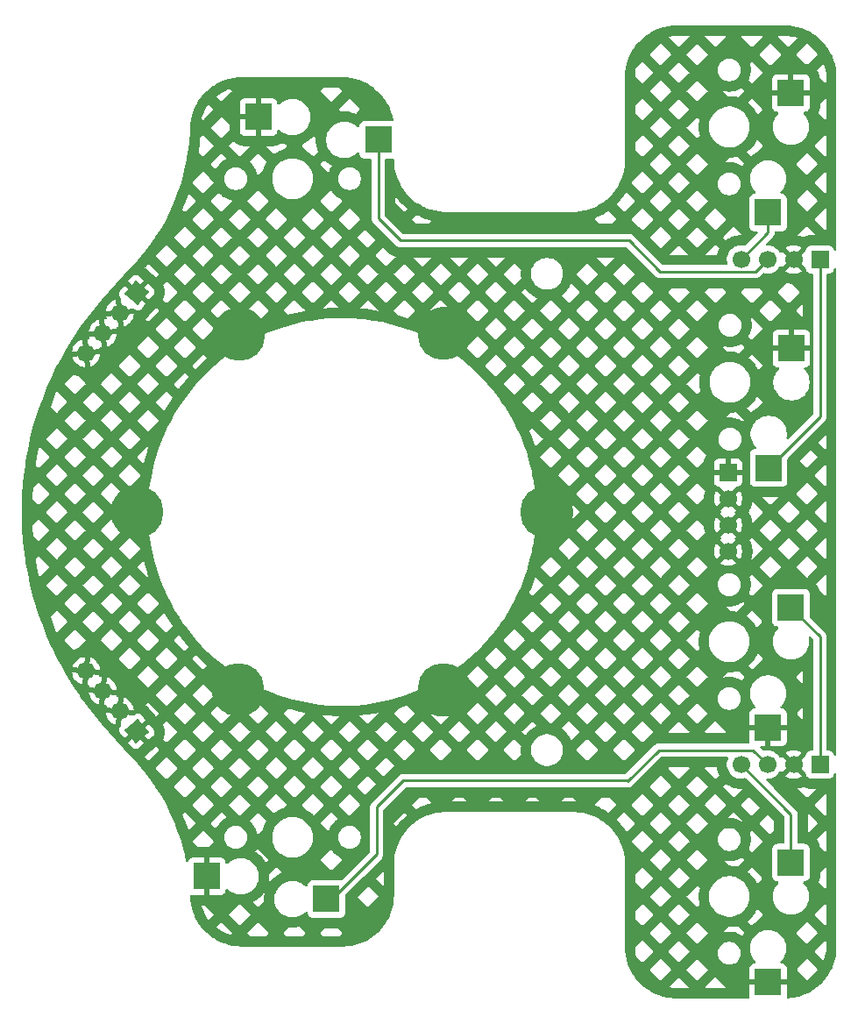
<source format=gbr>
G04 #@! TF.GenerationSoftware,KiCad,Pcbnew,9.0.2*
G04 #@! TF.CreationDate,2025-10-02T21:33:58-04:00*
G04 #@! TF.ProjectId,Trackball,54726163-6b62-4616-9c6c-2e6b69636164,rev?*
G04 #@! TF.SameCoordinates,Original*
G04 #@! TF.FileFunction,Copper,L2,Bot*
G04 #@! TF.FilePolarity,Positive*
%FSLAX46Y46*%
G04 Gerber Fmt 4.6, Leading zero omitted, Abs format (unit mm)*
G04 Created by KiCad (PCBNEW 9.0.2) date 2025-10-02 21:33:58*
%MOMM*%
%LPD*%
G01*
G04 APERTURE LIST*
G04 Aperture macros list*
%AMRotRect*
0 Rectangle, with rotation*
0 The origin of the aperture is its center*
0 $1 length*
0 $2 width*
0 $3 Rotation angle, in degrees counterclockwise*
0 Add horizontal line*
21,1,$1,$2,0,0,$3*%
G04 Aperture macros list end*
G04 #@! TA.AperFunction,ComponentPad*
%ADD10C,5.000000*%
G04 #@! TD*
G04 #@! TA.AperFunction,SMDPad,CuDef*
%ADD11R,2.600000X2.600000*%
G04 #@! TD*
G04 #@! TA.AperFunction,ComponentPad*
%ADD12RotRect,1.700000X1.700000X140.000000*%
G04 #@! TD*
G04 #@! TA.AperFunction,ComponentPad*
%ADD13C,1.700000*%
G04 #@! TD*
G04 #@! TA.AperFunction,ComponentPad*
%ADD14R,1.700000X1.700000*%
G04 #@! TD*
G04 #@! TA.AperFunction,ComponentPad*
%ADD15RotRect,1.700000X1.700000X40.000000*%
G04 #@! TD*
G04 #@! TA.AperFunction,Conductor*
%ADD16C,0.250000*%
G04 #@! TD*
G04 APERTURE END LIST*
D10*
X302425000Y-118700000D03*
D11*
X310900000Y-138984000D03*
X299350000Y-136784000D03*
D10*
X332075000Y-101650000D03*
D11*
X304350000Y-63466000D03*
X315900000Y-65666000D03*
D10*
X302475000Y-84500000D03*
X322225000Y-118750000D03*
D11*
X355768000Y-110850000D03*
X353568000Y-122400000D03*
X355825000Y-85800000D03*
X353625000Y-97350000D03*
X355768000Y-135459000D03*
X353568000Y-147009000D03*
D10*
X292675000Y-101600000D03*
D11*
X355768000Y-61141000D03*
X353568000Y-72691000D03*
D10*
X322225000Y-84450000D03*
D12*
X292573949Y-80423949D03*
D13*
X290941268Y-82369702D03*
X289308589Y-84315454D03*
X287675907Y-86261208D03*
D14*
X358568000Y-125984000D03*
D13*
X356028000Y-125984000D03*
X353488000Y-125984000D03*
X350948000Y-125984000D03*
D15*
X292573949Y-122786051D03*
D13*
X290941268Y-120840298D03*
X289308589Y-118894546D03*
X287675907Y-116948792D03*
D14*
X349700000Y-97790000D03*
D13*
X349700000Y-100330000D03*
X349700000Y-102870000D03*
X349700000Y-105410000D03*
D14*
X358568000Y-77216000D03*
D13*
X356028000Y-77216000D03*
X353488000Y-77216000D03*
X350948000Y-77216000D03*
D16*
X355768000Y-130804000D02*
X355768000Y-135459000D01*
X350948000Y-125984000D02*
X355768000Y-130804000D01*
X353568000Y-72691000D02*
X353568000Y-74596000D01*
X353568000Y-74596000D02*
X350948000Y-77216000D01*
X358568000Y-113650000D02*
X358568000Y-125984000D01*
X355768000Y-110850000D02*
X358568000Y-113650000D01*
X358568000Y-92407000D02*
X358568000Y-77216000D01*
X353625000Y-97350000D02*
X358568000Y-92407000D01*
X343000000Y-124600000D02*
X340025000Y-127575000D01*
X352104000Y-124600000D02*
X343000000Y-124600000D01*
X340025000Y-127575000D02*
X340000000Y-127550000D01*
X315750000Y-130100000D02*
X315750000Y-134650000D01*
X318300000Y-127550000D02*
X315750000Y-130100000D01*
X315750000Y-134650000D02*
X311416000Y-138984000D01*
X311416000Y-138984000D02*
X310900000Y-138984000D01*
X340000000Y-127550000D02*
X318300000Y-127550000D01*
X353488000Y-125984000D02*
X352104000Y-124600000D01*
X340150000Y-75400000D02*
X318050000Y-75400000D01*
X315900000Y-73250000D02*
X315900000Y-65666000D01*
X353488000Y-77216000D02*
X352312000Y-78392000D01*
X343142000Y-78392000D02*
X340150000Y-75400000D01*
X352312000Y-78392000D02*
X343142000Y-78392000D01*
X318050000Y-75400000D02*
X315900000Y-73250000D01*
G04 #@! TA.AperFunction,Conductor*
G36*
X312452611Y-59625608D02*
G01*
X312855599Y-59642275D01*
X312865946Y-59643132D01*
X313263611Y-59692702D01*
X313273871Y-59694414D01*
X313666076Y-59776650D01*
X313676144Y-59779199D01*
X314060236Y-59893549D01*
X314070069Y-59896925D01*
X314309317Y-59990280D01*
X314443375Y-60042590D01*
X314452912Y-60046773D01*
X314812918Y-60222769D01*
X314822076Y-60227725D01*
X315166313Y-60432845D01*
X315175032Y-60438541D01*
X315501169Y-60671400D01*
X315509363Y-60677776D01*
X315809670Y-60932123D01*
X315815170Y-60936781D01*
X315822831Y-60943835D01*
X316106164Y-61227168D01*
X316113218Y-61234829D01*
X316372220Y-61540633D01*
X316378602Y-61548833D01*
X316398886Y-61577242D01*
X316611458Y-61874967D01*
X316617154Y-61883686D01*
X316822274Y-62227923D01*
X316827230Y-62237081D01*
X317003226Y-62597087D01*
X317007409Y-62606624D01*
X317153071Y-62979921D01*
X317156453Y-62989771D01*
X317270796Y-63373841D01*
X317273352Y-63383936D01*
X317340806Y-63705643D01*
X317335209Y-63776419D01*
X317292236Y-63832933D01*
X317225532Y-63857243D01*
X317217488Y-63857500D01*
X314551350Y-63857500D01*
X314490803Y-63864009D01*
X314490795Y-63864011D01*
X314353797Y-63915110D01*
X314353792Y-63915112D01*
X314236738Y-64002738D01*
X314149112Y-64119792D01*
X314149110Y-64119797D01*
X314098011Y-64256795D01*
X314098009Y-64256803D01*
X314091500Y-64317350D01*
X314091500Y-64352729D01*
X314071498Y-64420850D01*
X314017842Y-64467343D01*
X313947568Y-64477447D01*
X313882988Y-64447953D01*
X313876405Y-64441824D01*
X313781673Y-64347092D01*
X313781652Y-64347073D01*
X313599615Y-64207391D01*
X313599608Y-64207386D01*
X313400900Y-64092662D01*
X313400892Y-64092658D01*
X313400888Y-64092656D01*
X313188887Y-64004842D01*
X312967238Y-63945452D01*
X312967231Y-63945450D01*
X312739736Y-63915500D01*
X312739734Y-63915500D01*
X312510266Y-63915500D01*
X312510263Y-63915500D01*
X312282768Y-63945450D01*
X312061113Y-64004842D01*
X311849110Y-64092657D01*
X311849099Y-64092662D01*
X311650391Y-64207386D01*
X311650384Y-64207391D01*
X311468347Y-64347073D01*
X311468326Y-64347092D01*
X311306092Y-64509326D01*
X311306073Y-64509347D01*
X311166391Y-64691384D01*
X311166386Y-64691391D01*
X311051662Y-64890099D01*
X311051657Y-64890110D01*
X310963842Y-65102113D01*
X310904450Y-65323768D01*
X310874500Y-65551263D01*
X310874500Y-65780736D01*
X310904450Y-66008231D01*
X310913468Y-66041888D01*
X310963842Y-66229887D01*
X311051656Y-66441888D01*
X311051657Y-66441889D01*
X311051662Y-66441900D01*
X311166386Y-66640608D01*
X311166391Y-66640615D01*
X311306073Y-66822652D01*
X311306092Y-66822673D01*
X311468326Y-66984907D01*
X311468347Y-66984926D01*
X311650384Y-67124608D01*
X311650391Y-67124613D01*
X311849099Y-67239337D01*
X311849103Y-67239338D01*
X311849112Y-67239344D01*
X312061113Y-67327158D01*
X312282762Y-67386548D01*
X312282766Y-67386548D01*
X312282768Y-67386549D01*
X312341398Y-67394267D01*
X312510266Y-67416500D01*
X312510273Y-67416500D01*
X312739727Y-67416500D01*
X312739734Y-67416500D01*
X312945345Y-67389430D01*
X312967231Y-67386549D01*
X312967231Y-67386548D01*
X312967238Y-67386548D01*
X313188887Y-67327158D01*
X313400888Y-67239344D01*
X313599612Y-67124611D01*
X313781661Y-66984919D01*
X313828011Y-66938569D01*
X313876405Y-66890176D01*
X313938717Y-66856150D01*
X314009532Y-66861215D01*
X314066368Y-66903762D01*
X314091179Y-66970282D01*
X314091500Y-66979271D01*
X314091500Y-67014649D01*
X314098009Y-67075196D01*
X314098011Y-67075204D01*
X314149110Y-67212202D01*
X314149112Y-67212207D01*
X314236738Y-67329261D01*
X314353792Y-67416887D01*
X314353794Y-67416888D01*
X314353796Y-67416889D01*
X314412875Y-67438924D01*
X314490795Y-67467988D01*
X314490803Y-67467990D01*
X314551350Y-67474499D01*
X314551355Y-67474499D01*
X314551362Y-67474500D01*
X315140500Y-67474500D01*
X315208621Y-67494502D01*
X315255114Y-67548158D01*
X315266500Y-67600500D01*
X315266500Y-73187606D01*
X315266500Y-73312394D01*
X315290845Y-73434785D01*
X315338600Y-73550075D01*
X315407929Y-73653833D01*
X317646167Y-75892071D01*
X317749925Y-75961400D01*
X317865215Y-76009155D01*
X317987606Y-76033500D01*
X318112394Y-76033500D01*
X339835406Y-76033500D01*
X339903527Y-76053502D01*
X339924501Y-76070405D01*
X342649929Y-78795833D01*
X342738167Y-78884071D01*
X342841925Y-78953400D01*
X342957215Y-79001155D01*
X343079606Y-79025500D01*
X343079607Y-79025500D01*
X352374393Y-79025500D01*
X352374394Y-79025500D01*
X352496785Y-79001155D01*
X352612075Y-78953400D01*
X352715833Y-78884071D01*
X353031486Y-78568416D01*
X353093796Y-78534393D01*
X353159518Y-78537680D01*
X353169884Y-78541049D01*
X353381084Y-78574500D01*
X353381087Y-78574500D01*
X353594913Y-78574500D01*
X353594916Y-78574500D01*
X353806116Y-78541049D01*
X354009483Y-78474972D01*
X354200009Y-78377894D01*
X354373004Y-78252206D01*
X354524206Y-78101004D01*
X354649894Y-77928009D01*
X354649902Y-77927992D01*
X354650854Y-77926441D01*
X354651377Y-77925967D01*
X354652804Y-77924004D01*
X354653216Y-77924303D01*
X354703497Y-77878804D01*
X354773537Y-77867189D01*
X354838738Y-77895285D01*
X354863485Y-77923842D01*
X354863624Y-77923742D01*
X354864794Y-77925353D01*
X354865726Y-77926428D01*
X354866536Y-77927750D01*
X354904620Y-77980167D01*
X354904621Y-77980168D01*
X355543841Y-77340947D01*
X355562075Y-77408993D01*
X355627901Y-77523007D01*
X355720993Y-77616099D01*
X355835007Y-77681925D01*
X355903051Y-77700157D01*
X355263831Y-78339378D01*
X355316249Y-78377463D01*
X355316251Y-78377464D01*
X355506707Y-78474506D01*
X355506713Y-78474509D01*
X355709996Y-78540559D01*
X355921126Y-78574000D01*
X356134874Y-78574000D01*
X356346003Y-78540559D01*
X356549286Y-78474509D01*
X356549292Y-78474506D01*
X356739750Y-78377463D01*
X356792167Y-78339378D01*
X356792167Y-78339376D01*
X356152948Y-77700157D01*
X356220993Y-77681925D01*
X356335007Y-77616099D01*
X356428099Y-77523007D01*
X356493925Y-77408993D01*
X356512157Y-77340948D01*
X357172595Y-78001386D01*
X357206621Y-78063698D01*
X357209500Y-78090481D01*
X357209500Y-78114649D01*
X357216009Y-78175196D01*
X357216011Y-78175204D01*
X357267110Y-78312202D01*
X357267112Y-78312207D01*
X357354738Y-78429261D01*
X357471792Y-78516887D01*
X357471794Y-78516888D01*
X357471796Y-78516889D01*
X357518726Y-78534393D01*
X357608795Y-78567988D01*
X357608803Y-78567990D01*
X357669350Y-78574499D01*
X357669355Y-78574499D01*
X357669362Y-78574500D01*
X357808500Y-78574500D01*
X357876621Y-78594502D01*
X357923114Y-78648158D01*
X357934500Y-78700500D01*
X357934500Y-92092404D01*
X357914498Y-92160525D01*
X357897595Y-92181499D01*
X355560058Y-94519035D01*
X355497746Y-94553061D01*
X355426930Y-94547996D01*
X355370095Y-94505449D01*
X355345284Y-94438929D01*
X355346041Y-94413494D01*
X355358734Y-94317082D01*
X355375500Y-94189734D01*
X355375500Y-93960266D01*
X355348051Y-93751776D01*
X355345549Y-93732768D01*
X355345548Y-93732766D01*
X355345548Y-93732762D01*
X355286158Y-93511113D01*
X355198344Y-93299112D01*
X355198338Y-93299103D01*
X355198337Y-93299099D01*
X355083613Y-93100391D01*
X355083608Y-93100384D01*
X354943926Y-92918347D01*
X354943907Y-92918326D01*
X354781673Y-92756092D01*
X354781652Y-92756073D01*
X354599615Y-92616391D01*
X354599608Y-92616386D01*
X354400900Y-92501662D01*
X354400892Y-92501658D01*
X354400888Y-92501656D01*
X354188887Y-92413842D01*
X353967238Y-92354452D01*
X353967231Y-92354450D01*
X353739736Y-92324500D01*
X353739734Y-92324500D01*
X353510266Y-92324500D01*
X353510263Y-92324500D01*
X353282768Y-92354450D01*
X353061113Y-92413842D01*
X352911783Y-92475697D01*
X352849110Y-92501657D01*
X352849099Y-92501662D01*
X352650391Y-92616386D01*
X352650384Y-92616391D01*
X352468347Y-92756073D01*
X352468326Y-92756092D01*
X352306092Y-92918326D01*
X352306073Y-92918347D01*
X352166391Y-93100384D01*
X352166386Y-93100391D01*
X352051662Y-93299099D01*
X352051657Y-93299110D01*
X351963842Y-93511113D01*
X351904450Y-93732768D01*
X351874500Y-93960263D01*
X351874500Y-94189736D01*
X351904450Y-94417231D01*
X351904452Y-94417238D01*
X351963842Y-94638887D01*
X352051656Y-94850888D01*
X352051657Y-94850889D01*
X352051662Y-94850900D01*
X352166386Y-95049608D01*
X352166391Y-95049615D01*
X352306073Y-95231652D01*
X352306092Y-95231673D01*
X352400824Y-95326405D01*
X352434850Y-95388717D01*
X352429785Y-95459532D01*
X352387238Y-95516368D01*
X352320718Y-95541179D01*
X352311729Y-95541500D01*
X352276350Y-95541500D01*
X352215803Y-95548009D01*
X352215795Y-95548011D01*
X352078797Y-95599110D01*
X352078792Y-95599112D01*
X351961738Y-95686738D01*
X351874112Y-95803792D01*
X351874110Y-95803797D01*
X351823011Y-95940795D01*
X351823009Y-95940803D01*
X351816500Y-96001350D01*
X351816500Y-98698649D01*
X351823009Y-98759196D01*
X351823011Y-98759204D01*
X351874110Y-98896202D01*
X351874112Y-98896207D01*
X351961738Y-99013261D01*
X352078792Y-99100887D01*
X352078794Y-99100888D01*
X352078796Y-99100889D01*
X352137875Y-99122924D01*
X352215795Y-99151988D01*
X352215803Y-99151990D01*
X352276350Y-99158499D01*
X352276355Y-99158499D01*
X352276362Y-99158500D01*
X352276368Y-99158500D01*
X354973632Y-99158500D01*
X354973638Y-99158500D01*
X354973645Y-99158499D01*
X354973649Y-99158499D01*
X355034196Y-99151990D01*
X355034199Y-99151989D01*
X355034201Y-99151989D01*
X355171204Y-99100889D01*
X355192860Y-99084678D01*
X355288261Y-99013261D01*
X355375887Y-98896207D01*
X355375887Y-98896206D01*
X355375889Y-98896204D01*
X355426989Y-98759201D01*
X355433500Y-98698638D01*
X355433500Y-98064466D01*
X358064194Y-98064466D01*
X358093795Y-98135928D01*
X359012945Y-99055077D01*
X359084408Y-99084679D01*
X359155872Y-99055077D01*
X359176500Y-99034450D01*
X359176500Y-97094482D01*
X359155872Y-97073854D01*
X359084408Y-97044252D01*
X359012944Y-97073854D01*
X358093796Y-97993002D01*
X358064194Y-98064466D01*
X355433500Y-98064466D01*
X355433500Y-96662210D01*
X356620077Y-96662210D01*
X357245177Y-97287310D01*
X357316641Y-97316912D01*
X357388105Y-97287310D01*
X358307252Y-96368163D01*
X358336854Y-96296699D01*
X358307252Y-96225235D01*
X357682152Y-95600135D01*
X356620077Y-96662210D01*
X355433500Y-96662210D01*
X355433500Y-96489594D01*
X355453502Y-96421473D01*
X355470405Y-96400499D01*
X356976461Y-94894443D01*
X358387844Y-94894443D01*
X359012944Y-95519543D01*
X359084408Y-95549145D01*
X359155872Y-95519543D01*
X359176500Y-95498916D01*
X359176500Y-94105787D01*
X358387844Y-94894443D01*
X356976461Y-94894443D01*
X359060067Y-92810838D01*
X359060067Y-92810837D01*
X359060072Y-92810833D01*
X359129401Y-92707075D01*
X359177155Y-92591784D01*
X359201500Y-92469393D01*
X359201500Y-92344606D01*
X359201500Y-78700500D01*
X359221502Y-78632379D01*
X359275158Y-78585886D01*
X359327500Y-78574500D01*
X359466632Y-78574500D01*
X359466638Y-78574500D01*
X359466645Y-78574499D01*
X359466649Y-78574499D01*
X359527196Y-78567990D01*
X359527199Y-78567989D01*
X359527201Y-78567989D01*
X359664204Y-78516889D01*
X359708071Y-78484051D01*
X359781261Y-78429261D01*
X359868887Y-78312207D01*
X359868887Y-78312206D01*
X359868889Y-78312204D01*
X359919989Y-78175201D01*
X359923222Y-78145133D01*
X359950391Y-78079541D01*
X360008708Y-78039049D01*
X360079660Y-78036515D01*
X360140718Y-78072742D01*
X360172498Y-78136228D01*
X360174500Y-78158601D01*
X360174500Y-125041398D01*
X360154498Y-125109519D01*
X360100842Y-125156012D01*
X360030568Y-125166116D01*
X359965988Y-125136622D01*
X359927604Y-125076896D01*
X359923222Y-125054866D01*
X359919990Y-125024803D01*
X359919988Y-125024795D01*
X359868889Y-124887797D01*
X359868887Y-124887792D01*
X359781261Y-124770738D01*
X359664207Y-124683112D01*
X359664202Y-124683110D01*
X359527204Y-124632011D01*
X359527196Y-124632009D01*
X359466649Y-124625500D01*
X359466638Y-124625500D01*
X359327500Y-124625500D01*
X359259379Y-124605498D01*
X359212886Y-124551842D01*
X359201500Y-124499500D01*
X359201500Y-113587607D01*
X359201499Y-113587603D01*
X359177155Y-113465215D01*
X359129400Y-113349925D01*
X359060071Y-113246167D01*
X358971833Y-113157929D01*
X357613405Y-111799501D01*
X357579379Y-111737189D01*
X357576500Y-111710406D01*
X357576500Y-109501367D01*
X357576499Y-109501350D01*
X357569990Y-109440803D01*
X357569988Y-109440795D01*
X357518889Y-109303797D01*
X357518887Y-109303792D01*
X357431261Y-109186738D01*
X357314207Y-109099112D01*
X357314202Y-109099110D01*
X357177204Y-109048011D01*
X357177196Y-109048009D01*
X357116649Y-109041500D01*
X357116638Y-109041500D01*
X354419362Y-109041500D01*
X354419350Y-109041500D01*
X354358803Y-109048009D01*
X354358795Y-109048011D01*
X354221797Y-109099110D01*
X354221792Y-109099112D01*
X354104738Y-109186738D01*
X354017112Y-109303792D01*
X354017110Y-109303797D01*
X353966011Y-109440795D01*
X353966009Y-109440803D01*
X353959500Y-109501350D01*
X353959500Y-112198649D01*
X353966009Y-112259196D01*
X353966011Y-112259204D01*
X354017110Y-112396202D01*
X354017112Y-112396207D01*
X354104738Y-112513261D01*
X354221792Y-112600887D01*
X354221794Y-112600888D01*
X354221796Y-112600889D01*
X354280875Y-112622924D01*
X354358795Y-112651988D01*
X354358803Y-112651990D01*
X354419350Y-112658499D01*
X354419355Y-112658499D01*
X354419362Y-112658500D01*
X354454729Y-112658500D01*
X354522850Y-112678502D01*
X354569343Y-112732158D01*
X354579447Y-112802432D01*
X354549953Y-112867012D01*
X354543824Y-112873595D01*
X354449092Y-112968326D01*
X354449073Y-112968347D01*
X354309391Y-113150384D01*
X354309386Y-113150391D01*
X354194662Y-113349099D01*
X354194657Y-113349110D01*
X354194656Y-113349112D01*
X354131211Y-113502281D01*
X354106842Y-113561113D01*
X354047450Y-113782768D01*
X354017500Y-114010263D01*
X354017500Y-114239736D01*
X354047450Y-114467231D01*
X354047452Y-114467238D01*
X354106842Y-114688887D01*
X354194656Y-114900888D01*
X354194657Y-114900889D01*
X354194662Y-114900900D01*
X354309386Y-115099608D01*
X354309391Y-115099615D01*
X354449073Y-115281652D01*
X354449092Y-115281673D01*
X354611326Y-115443907D01*
X354611347Y-115443926D01*
X354793384Y-115583608D01*
X354793391Y-115583613D01*
X354992099Y-115698337D01*
X354992103Y-115698338D01*
X354992112Y-115698344D01*
X355204113Y-115786158D01*
X355425762Y-115845548D01*
X355425766Y-115845548D01*
X355425768Y-115845549D01*
X355484398Y-115853267D01*
X355653266Y-115875500D01*
X355653273Y-115875500D01*
X355882727Y-115875500D01*
X355882734Y-115875500D01*
X356088345Y-115848430D01*
X356110231Y-115845549D01*
X356110231Y-115845548D01*
X356110238Y-115845548D01*
X356331887Y-115786158D01*
X356543888Y-115698344D01*
X356742612Y-115583611D01*
X356924661Y-115443919D01*
X357086919Y-115281661D01*
X357226611Y-115099612D01*
X357341344Y-114900888D01*
X357429158Y-114688887D01*
X357488548Y-114467238D01*
X357518500Y-114239734D01*
X357518500Y-114010266D01*
X357489040Y-113786501D01*
X357499979Y-113716354D01*
X357547107Y-113663255D01*
X357615461Y-113644065D01*
X357683339Y-113664876D01*
X357703057Y-113680961D01*
X357897595Y-113875499D01*
X357931621Y-113937811D01*
X357934500Y-113964594D01*
X357934500Y-124499500D01*
X357914498Y-124567621D01*
X357860842Y-124614114D01*
X357808500Y-124625500D01*
X357669350Y-124625500D01*
X357608803Y-124632009D01*
X357608795Y-124632011D01*
X357471797Y-124683110D01*
X357471792Y-124683112D01*
X357354738Y-124770738D01*
X357267112Y-124887792D01*
X357267110Y-124887797D01*
X357216011Y-125024795D01*
X357216009Y-125024803D01*
X357209500Y-125085350D01*
X357209500Y-125109518D01*
X357189498Y-125177639D01*
X357172596Y-125198613D01*
X356512157Y-125859051D01*
X356493925Y-125791007D01*
X356428099Y-125676993D01*
X356335007Y-125583901D01*
X356220993Y-125518075D01*
X356152947Y-125499841D01*
X356792168Y-124860621D01*
X356792167Y-124860620D01*
X356739750Y-124822536D01*
X356739748Y-124822535D01*
X356549292Y-124725493D01*
X356549286Y-124725490D01*
X356346003Y-124659440D01*
X356134874Y-124626000D01*
X355921126Y-124626000D01*
X355709996Y-124659440D01*
X355506713Y-124725490D01*
X355506707Y-124725493D01*
X355316253Y-124822534D01*
X355263831Y-124860621D01*
X355263831Y-124860622D01*
X355903051Y-125499842D01*
X355835007Y-125518075D01*
X355720993Y-125583901D01*
X355627901Y-125676993D01*
X355562075Y-125791007D01*
X355543842Y-125859051D01*
X354904622Y-125219831D01*
X354904621Y-125219831D01*
X354866528Y-125272261D01*
X354865724Y-125273574D01*
X354865288Y-125273967D01*
X354863624Y-125276259D01*
X354863142Y-125275909D01*
X354813075Y-125321203D01*
X354743033Y-125332807D01*
X354677836Y-125304702D01*
X354652901Y-125275924D01*
X354652804Y-125275996D01*
X354651975Y-125274855D01*
X354650859Y-125273567D01*
X354649899Y-125272001D01*
X354649894Y-125271991D01*
X354524206Y-125098996D01*
X354524203Y-125098993D01*
X354524201Y-125098990D01*
X354373009Y-124947798D01*
X354373006Y-124947796D01*
X354373004Y-124947794D01*
X354200601Y-124822536D01*
X354200012Y-124822108D01*
X354200011Y-124822107D01*
X354200009Y-124822106D01*
X354009483Y-124725028D01*
X354009480Y-124725027D01*
X354009478Y-124725026D01*
X353806120Y-124658952D01*
X353806123Y-124658952D01*
X353764957Y-124652432D01*
X353594916Y-124625500D01*
X353381084Y-124625500D01*
X353169884Y-124658951D01*
X353169882Y-124658951D01*
X353169879Y-124658952D01*
X353159510Y-124662321D01*
X353088543Y-124664345D01*
X353031485Y-124631581D01*
X352822999Y-124423095D01*
X352788973Y-124360783D01*
X352794038Y-124289968D01*
X352836585Y-124233132D01*
X352903105Y-124208321D01*
X352912094Y-124208000D01*
X353314000Y-124208000D01*
X353822000Y-124208000D01*
X354916585Y-124208000D01*
X354916597Y-124207999D01*
X354977093Y-124201494D01*
X355113964Y-124150444D01*
X355113965Y-124150444D01*
X355230904Y-124062904D01*
X355318444Y-123945965D01*
X355318444Y-123945964D01*
X355369494Y-123809093D01*
X355375999Y-123748597D01*
X355376000Y-123748585D01*
X355376000Y-122654000D01*
X353822000Y-122654000D01*
X353822000Y-124208000D01*
X353314000Y-124208000D01*
X353314000Y-122654000D01*
X351760000Y-122654000D01*
X351760000Y-123748597D01*
X351766505Y-123809092D01*
X351767079Y-123811520D01*
X351766975Y-123813461D01*
X351767348Y-123816930D01*
X351766785Y-123816990D01*
X351763281Y-123882415D01*
X351721757Y-123940002D01*
X351655691Y-123965998D01*
X351644457Y-123966500D01*
X342937603Y-123966500D01*
X342864568Y-123981028D01*
X342815215Y-123990845D01*
X342815213Y-123990845D01*
X342815212Y-123990846D01*
X342761407Y-124013133D01*
X342709923Y-124034459D01*
X342699923Y-124038601D01*
X342596171Y-124107926D01*
X342596164Y-124107931D01*
X339824501Y-126879595D01*
X339762189Y-126913621D01*
X339735406Y-126916500D01*
X318237603Y-126916500D01*
X318115214Y-126940845D01*
X318115209Y-126940847D01*
X318084074Y-126953744D01*
X317999923Y-126988600D01*
X317896167Y-127057927D01*
X317896161Y-127057932D01*
X315346167Y-129607929D01*
X315257931Y-129696164D01*
X315257926Y-129696171D01*
X315188601Y-129799923D01*
X315153663Y-129884271D01*
X315140845Y-129915215D01*
X315132785Y-129955735D01*
X315116500Y-130037603D01*
X315116500Y-134335404D01*
X315096498Y-134403525D01*
X315079595Y-134424499D01*
X312363459Y-137140634D01*
X312301147Y-137174660D01*
X312260900Y-137176818D01*
X312248641Y-137175500D01*
X312248638Y-137175500D01*
X309551362Y-137175500D01*
X309551350Y-137175500D01*
X309490803Y-137182009D01*
X309490795Y-137182011D01*
X309353797Y-137233110D01*
X309353792Y-137233112D01*
X309236738Y-137320738D01*
X309149112Y-137437792D01*
X309149110Y-137437797D01*
X309098011Y-137574795D01*
X309098009Y-137574803D01*
X309091500Y-137635350D01*
X309091500Y-137670729D01*
X309071498Y-137738850D01*
X309017842Y-137785343D01*
X308947568Y-137795447D01*
X308882988Y-137765953D01*
X308876405Y-137759824D01*
X308781673Y-137665092D01*
X308781652Y-137665073D01*
X308599615Y-137525391D01*
X308599608Y-137525386D01*
X308400900Y-137410662D01*
X308400892Y-137410658D01*
X308400888Y-137410656D01*
X308188887Y-137322842D01*
X307967238Y-137263452D01*
X307967231Y-137263450D01*
X307739736Y-137233500D01*
X307739734Y-137233500D01*
X307510266Y-137233500D01*
X307510263Y-137233500D01*
X307282768Y-137263450D01*
X307068965Y-137320738D01*
X307061113Y-137322842D01*
X306857845Y-137407039D01*
X306849110Y-137410657D01*
X306849099Y-137410662D01*
X306650391Y-137525386D01*
X306650384Y-137525391D01*
X306468347Y-137665073D01*
X306468326Y-137665092D01*
X306306092Y-137827326D01*
X306306073Y-137827347D01*
X306166391Y-138009384D01*
X306166386Y-138009391D01*
X306051662Y-138208099D01*
X306051657Y-138208110D01*
X306051656Y-138208112D01*
X305992928Y-138349893D01*
X305963842Y-138420113D01*
X305904450Y-138641768D01*
X305874500Y-138869263D01*
X305874500Y-139098736D01*
X305904450Y-139326231D01*
X305904452Y-139326238D01*
X305963842Y-139547887D01*
X306051656Y-139759888D01*
X306051657Y-139759889D01*
X306051662Y-139759900D01*
X306166386Y-139958608D01*
X306166391Y-139958615D01*
X306306073Y-140140652D01*
X306306092Y-140140673D01*
X306468326Y-140302907D01*
X306468347Y-140302926D01*
X306650384Y-140442608D01*
X306650391Y-140442613D01*
X306849099Y-140557337D01*
X306849103Y-140557338D01*
X306849112Y-140557344D01*
X307061113Y-140645158D01*
X307282762Y-140704548D01*
X307282766Y-140704548D01*
X307282768Y-140704549D01*
X307341398Y-140712267D01*
X307510266Y-140734500D01*
X307510273Y-140734500D01*
X307739727Y-140734500D01*
X307739734Y-140734500D01*
X307958336Y-140705720D01*
X307967231Y-140704549D01*
X307967231Y-140704548D01*
X307967238Y-140704548D01*
X308188887Y-140645158D01*
X308400888Y-140557344D01*
X308599612Y-140442611D01*
X308781661Y-140302919D01*
X308796298Y-140288282D01*
X308876405Y-140208176D01*
X308938717Y-140174150D01*
X309009532Y-140179215D01*
X309066368Y-140221762D01*
X309091179Y-140288282D01*
X309091500Y-140297271D01*
X309091500Y-140332649D01*
X309098009Y-140393196D01*
X309098011Y-140393204D01*
X309149110Y-140530202D01*
X309149112Y-140530207D01*
X309236738Y-140647261D01*
X309353792Y-140734887D01*
X309353794Y-140734888D01*
X309353796Y-140734889D01*
X309412875Y-140756924D01*
X309490795Y-140785988D01*
X309490803Y-140785990D01*
X309551350Y-140792499D01*
X309551355Y-140792499D01*
X309551362Y-140792500D01*
X309551368Y-140792500D01*
X312248632Y-140792500D01*
X312248638Y-140792500D01*
X312248645Y-140792499D01*
X312248649Y-140792499D01*
X312309196Y-140785990D01*
X312309199Y-140785989D01*
X312309201Y-140785989D01*
X312446204Y-140734889D01*
X312457375Y-140726527D01*
X312563261Y-140647261D01*
X312650887Y-140530207D01*
X312650887Y-140530206D01*
X312650889Y-140530204D01*
X312701259Y-140395158D01*
X312701988Y-140393204D01*
X312701990Y-140393196D01*
X312708499Y-140332649D01*
X312708500Y-140332632D01*
X312708500Y-138801117D01*
X313906170Y-138801117D01*
X314818770Y-139713717D01*
X314890234Y-139743319D01*
X314961698Y-139713717D01*
X315880845Y-138794570D01*
X315910447Y-138723106D01*
X315880845Y-138651641D01*
X314968245Y-137739041D01*
X313906170Y-138801117D01*
X312708500Y-138801117D01*
X312708500Y-138639594D01*
X312728502Y-138571473D01*
X312745405Y-138550499D01*
X314262555Y-137033350D01*
X315673937Y-137033350D01*
X316426500Y-137785913D01*
X316426500Y-136280787D01*
X315673937Y-137033350D01*
X314262555Y-137033350D01*
X314480791Y-136815114D01*
X316242072Y-135053833D01*
X316311401Y-134950075D01*
X316359155Y-134834784D01*
X316383500Y-134712393D01*
X316383500Y-134587606D01*
X316383500Y-131652038D01*
X317405554Y-131652038D01*
X317435156Y-131723502D01*
X317659554Y-131947900D01*
X317835362Y-131722023D01*
X317838649Y-131717976D01*
X317861950Y-131690467D01*
X317865394Y-131686568D01*
X318171352Y-131354208D01*
X318174958Y-131350450D01*
X318200450Y-131324958D01*
X318204208Y-131321352D01*
X318536568Y-131015394D01*
X318540467Y-131011950D01*
X318567976Y-130988649D01*
X318572023Y-130985362D01*
X318712123Y-130876318D01*
X318497231Y-130661426D01*
X318425768Y-130631824D01*
X318354307Y-130661425D01*
X317435156Y-131580575D01*
X317405554Y-131652038D01*
X316383500Y-131652038D01*
X316383500Y-130414594D01*
X316403502Y-130346473D01*
X316420405Y-130325499D01*
X316861633Y-129884271D01*
X319173321Y-129884271D01*
X319202922Y-129955733D01*
X319561425Y-130314235D01*
X319781783Y-130194985D01*
X319786411Y-130192603D01*
X319818798Y-130176769D01*
X319823525Y-130174578D01*
X320237260Y-129993097D01*
X320242075Y-129991102D01*
X320275658Y-129977999D01*
X320280545Y-129976208D01*
X320548348Y-129884271D01*
X336850991Y-129884271D01*
X336880593Y-129955735D01*
X336922029Y-129997171D01*
X337326475Y-130174578D01*
X337331202Y-130176769D01*
X337363589Y-130192603D01*
X337368217Y-130194985D01*
X337765498Y-130409982D01*
X337770017Y-130412549D01*
X337800988Y-130431000D01*
X337805416Y-130433764D01*
X338155235Y-130662313D01*
X338861816Y-129955733D01*
X338891417Y-129884271D01*
X340386525Y-129884271D01*
X340416127Y-129955735D01*
X341335274Y-130874882D01*
X341406738Y-130904484D01*
X341478202Y-130874882D01*
X342397349Y-129955735D01*
X342426951Y-129884271D01*
X343922059Y-129884271D01*
X343951661Y-129955735D01*
X344870808Y-130874882D01*
X344942272Y-130904484D01*
X345013736Y-130874882D01*
X345932883Y-129955735D01*
X345962485Y-129884271D01*
X347457593Y-129884271D01*
X347487195Y-129955735D01*
X348406342Y-130874882D01*
X348477806Y-130904484D01*
X348549270Y-130874882D01*
X349468417Y-129955735D01*
X349498019Y-129884271D01*
X350993127Y-129884271D01*
X351022729Y-129955735D01*
X351941876Y-130874882D01*
X352013340Y-130904484D01*
X352084802Y-130874883D01*
X352808198Y-130151486D01*
X351746124Y-129089412D01*
X351022729Y-129812808D01*
X350993127Y-129884271D01*
X349498019Y-129884271D01*
X349468417Y-129812807D01*
X348549270Y-128893660D01*
X348477806Y-128864058D01*
X348406342Y-128893660D01*
X347487195Y-129812807D01*
X347457593Y-129884271D01*
X345962485Y-129884271D01*
X345932883Y-129812807D01*
X345013736Y-128893660D01*
X344942272Y-128864058D01*
X344870808Y-128893660D01*
X343951661Y-129812807D01*
X343922059Y-129884271D01*
X342426951Y-129884271D01*
X342397349Y-129812807D01*
X341478202Y-128893660D01*
X341406738Y-128864058D01*
X341335274Y-128893660D01*
X340416127Y-129812807D01*
X340386525Y-129884271D01*
X338891417Y-129884271D01*
X338861815Y-129812807D01*
X338230508Y-129181500D01*
X337511901Y-129181500D01*
X336880593Y-129812807D01*
X336850991Y-129884271D01*
X320548348Y-129884271D01*
X320707846Y-129829515D01*
X320712816Y-129827923D01*
X320747370Y-129817639D01*
X320752381Y-129816260D01*
X321099656Y-129728317D01*
X320947839Y-129576500D01*
X322974765Y-129576500D01*
X324483373Y-129576500D01*
X326510299Y-129576500D01*
X328018907Y-129576500D01*
X330045833Y-129576500D01*
X331554440Y-129576500D01*
X333581367Y-129576500D01*
X334925865Y-129576500D01*
X334931066Y-129576607D01*
X334967085Y-129578095D01*
X334972289Y-129578418D01*
X335102697Y-129589223D01*
X334694973Y-129181500D01*
X333976367Y-129181500D01*
X333581367Y-129576500D01*
X331554440Y-129576500D01*
X331159439Y-129181500D01*
X330440833Y-129181500D01*
X330045833Y-129576500D01*
X328018907Y-129576500D01*
X327623907Y-129181500D01*
X326905299Y-129181500D01*
X326510299Y-129576500D01*
X324483373Y-129576500D01*
X324088373Y-129181500D01*
X323369765Y-129181500D01*
X322974765Y-129576500D01*
X320947839Y-129576500D01*
X320552839Y-129181500D01*
X319834233Y-129181500D01*
X319202923Y-129812808D01*
X319173321Y-129884271D01*
X316861633Y-129884271D01*
X318525500Y-128220405D01*
X318587812Y-128186379D01*
X318614595Y-128183500D01*
X339824511Y-128183500D01*
X339849092Y-128185921D01*
X339962600Y-128208499D01*
X339962603Y-128208499D01*
X339962606Y-128208500D01*
X339962607Y-128208500D01*
X340087393Y-128208500D01*
X340087394Y-128208500D01*
X340209785Y-128184155D01*
X340325075Y-128136400D01*
X340354851Y-128116504D01*
X342154292Y-128116504D01*
X342183894Y-128187968D01*
X343103041Y-129107115D01*
X343174505Y-129136717D01*
X343245969Y-129107115D01*
X344165116Y-128187968D01*
X344194718Y-128116504D01*
X345689826Y-128116504D01*
X345719428Y-128187968D01*
X346638575Y-129107115D01*
X346710039Y-129136717D01*
X346781503Y-129107115D01*
X347700650Y-128187968D01*
X347730252Y-128116504D01*
X349225360Y-128116504D01*
X349254962Y-128187968D01*
X350174109Y-129107115D01*
X350245573Y-129136717D01*
X350317035Y-129107116D01*
X351040431Y-128383719D01*
X350997212Y-128340500D01*
X350821479Y-128340500D01*
X350816530Y-128340403D01*
X350787246Y-128339252D01*
X350782308Y-128338960D01*
X350743229Y-128335884D01*
X350738302Y-128335399D01*
X350709213Y-128331955D01*
X350704316Y-128331278D01*
X350454411Y-128291697D01*
X350449542Y-128290827D01*
X350420824Y-128285115D01*
X350415996Y-128284056D01*
X350377879Y-128274907D01*
X350373088Y-128273657D01*
X350344872Y-128265700D01*
X350340135Y-128264263D01*
X350099482Y-128186071D01*
X350094808Y-128184450D01*
X350067327Y-128174312D01*
X350062722Y-128172510D01*
X350026504Y-128157509D01*
X350021967Y-128155525D01*
X349995352Y-128143255D01*
X349990901Y-128141096D01*
X349765448Y-128026222D01*
X349761085Y-128023890D01*
X349735529Y-128009578D01*
X349731263Y-128007077D01*
X349697839Y-127986596D01*
X349693672Y-127983929D01*
X349669303Y-127967647D01*
X349665241Y-127964816D01*
X349474076Y-127825926D01*
X349254962Y-128045041D01*
X349225360Y-128116504D01*
X347730252Y-128116504D01*
X347700650Y-128045040D01*
X346781503Y-127125893D01*
X346710039Y-127096291D01*
X346638575Y-127125893D01*
X345719428Y-128045040D01*
X345689826Y-128116504D01*
X344194718Y-128116504D01*
X344165116Y-128045040D01*
X343245969Y-127125893D01*
X343174505Y-127096291D01*
X343103041Y-127125893D01*
X342183894Y-128045040D01*
X342154292Y-128116504D01*
X340354851Y-128116504D01*
X340428833Y-128067071D01*
X342147167Y-126348737D01*
X343922059Y-126348737D01*
X343951661Y-126420201D01*
X344870808Y-127339348D01*
X344942272Y-127368950D01*
X345013736Y-127339348D01*
X345932883Y-126420201D01*
X345962485Y-126348737D01*
X347457593Y-126348737D01*
X347487195Y-126420201D01*
X348406342Y-127339348D01*
X348477806Y-127368950D01*
X348549268Y-127339349D01*
X348843767Y-127044849D01*
X348790904Y-126941099D01*
X348788745Y-126936648D01*
X348776475Y-126910033D01*
X348774491Y-126905496D01*
X348759490Y-126869278D01*
X348757688Y-126864673D01*
X348747550Y-126837192D01*
X348745929Y-126832518D01*
X348667737Y-126591865D01*
X348666300Y-126587128D01*
X348658343Y-126558912D01*
X348657093Y-126554121D01*
X348647944Y-126516004D01*
X348646885Y-126511176D01*
X348641173Y-126482458D01*
X348640303Y-126477589D01*
X348601326Y-126231500D01*
X347532969Y-126231500D01*
X347487195Y-126277273D01*
X347457593Y-126348737D01*
X345962485Y-126348737D01*
X345932883Y-126277273D01*
X345887110Y-126231500D01*
X343997435Y-126231500D01*
X343951661Y-126277273D01*
X343922059Y-126348737D01*
X342147167Y-126348737D01*
X343225499Y-125270405D01*
X343287811Y-125236379D01*
X343314594Y-125233500D01*
X349600105Y-125233500D01*
X349668226Y-125253502D01*
X349714719Y-125307158D01*
X349724823Y-125377432D01*
X349712372Y-125416700D01*
X349689791Y-125461017D01*
X349689029Y-125462515D01*
X349689026Y-125462521D01*
X349622952Y-125665878D01*
X349622951Y-125665883D01*
X349622951Y-125665884D01*
X349589500Y-125877084D01*
X349589500Y-126090916D01*
X349622934Y-126302010D01*
X349622952Y-126302121D01*
X349689026Y-126505478D01*
X349689028Y-126505483D01*
X349786106Y-126696009D01*
X349911794Y-126869004D01*
X349911796Y-126869006D01*
X349911798Y-126869009D01*
X350062990Y-127020201D01*
X350062993Y-127020203D01*
X350062996Y-127020206D01*
X350235991Y-127145894D01*
X350426517Y-127242972D01*
X350629878Y-127309047D01*
X350629879Y-127309047D01*
X350629884Y-127309049D01*
X350841084Y-127342500D01*
X350841087Y-127342500D01*
X351054913Y-127342500D01*
X351054916Y-127342500D01*
X351266116Y-127309049D01*
X351276475Y-127305682D01*
X351347442Y-127303650D01*
X351404514Y-127336418D01*
X355097595Y-131029499D01*
X355131621Y-131091811D01*
X355134500Y-131118594D01*
X355134500Y-133524500D01*
X355114498Y-133592621D01*
X355060842Y-133639114D01*
X355008500Y-133650500D01*
X354419350Y-133650500D01*
X354358803Y-133657009D01*
X354358795Y-133657011D01*
X354221797Y-133708110D01*
X354221792Y-133708112D01*
X354104738Y-133795738D01*
X354017112Y-133912792D01*
X354017110Y-133912797D01*
X353966011Y-134049795D01*
X353966009Y-134049803D01*
X353959500Y-134110350D01*
X353959500Y-136807649D01*
X353966009Y-136868196D01*
X353966011Y-136868204D01*
X354017110Y-137005202D01*
X354017112Y-137005207D01*
X354104738Y-137122261D01*
X354221792Y-137209887D01*
X354221794Y-137209888D01*
X354221796Y-137209889D01*
X354280875Y-137231924D01*
X354358795Y-137260988D01*
X354358803Y-137260990D01*
X354419350Y-137267499D01*
X354419355Y-137267499D01*
X354419362Y-137267500D01*
X354454729Y-137267500D01*
X354522850Y-137287502D01*
X354569343Y-137341158D01*
X354579447Y-137411432D01*
X354549953Y-137476012D01*
X354543824Y-137482595D01*
X354449092Y-137577326D01*
X354449073Y-137577347D01*
X354309391Y-137759384D01*
X354309386Y-137759391D01*
X354194662Y-137958099D01*
X354194657Y-137958110D01*
X354194656Y-137958112D01*
X354131211Y-138111281D01*
X354106842Y-138170113D01*
X354047450Y-138391768D01*
X354017500Y-138619263D01*
X354017500Y-138848736D01*
X354047450Y-139076231D01*
X354049456Y-139083718D01*
X354106842Y-139297887D01*
X354194656Y-139509888D01*
X354194657Y-139509889D01*
X354194662Y-139509900D01*
X354309386Y-139708608D01*
X354309391Y-139708615D01*
X354449073Y-139890652D01*
X354449092Y-139890673D01*
X354611326Y-140052907D01*
X354611347Y-140052926D01*
X354793384Y-140192608D01*
X354793391Y-140192613D01*
X354992099Y-140307337D01*
X354992103Y-140307338D01*
X354992112Y-140307344D01*
X355204113Y-140395158D01*
X355425762Y-140454548D01*
X355425766Y-140454548D01*
X355425768Y-140454549D01*
X355484398Y-140462267D01*
X355653266Y-140484500D01*
X355653273Y-140484500D01*
X355882727Y-140484500D01*
X355882734Y-140484500D01*
X356088345Y-140457430D01*
X356110231Y-140454549D01*
X356110231Y-140454548D01*
X356110238Y-140454548D01*
X356331887Y-140395158D01*
X356543888Y-140307344D01*
X356742612Y-140192611D01*
X356924661Y-140052919D01*
X357086919Y-139890661D01*
X357226611Y-139708612D01*
X357341344Y-139509888D01*
X357429158Y-139297887D01*
X357488548Y-139076238D01*
X357518500Y-138848734D01*
X357518500Y-138619266D01*
X357488548Y-138391762D01*
X357429158Y-138170113D01*
X357341344Y-137958112D01*
X357341338Y-137958103D01*
X357341337Y-137958099D01*
X357226613Y-137759391D01*
X357226608Y-137759384D01*
X357086926Y-137577347D01*
X357086907Y-137577326D01*
X356992176Y-137482595D01*
X356958150Y-137420283D01*
X356961174Y-137378005D01*
X358444999Y-137378005D01*
X359012945Y-137945950D01*
X359084408Y-137975552D01*
X359155872Y-137945950D01*
X359176500Y-137925323D01*
X359176500Y-135985355D01*
X359155872Y-135964727D01*
X359084408Y-135935125D01*
X359012944Y-135964727D01*
X358574500Y-136403172D01*
X358574500Y-136820994D01*
X358574455Y-136824364D01*
X358573921Y-136844320D01*
X358573785Y-136847693D01*
X358572355Y-136874377D01*
X358572130Y-136877741D01*
X358570527Y-136897661D01*
X358570211Y-136901021D01*
X358558937Y-137005897D01*
X358557851Y-137013697D01*
X358549979Y-137059666D01*
X358548409Y-137067380D01*
X358534059Y-137128096D01*
X358532011Y-137135693D01*
X358518480Y-137180296D01*
X358515962Y-137187751D01*
X358444999Y-137378005D01*
X356961174Y-137378005D01*
X356963215Y-137349468D01*
X357005762Y-137292632D01*
X357072282Y-137267821D01*
X357081271Y-137267500D01*
X357116632Y-137267500D01*
X357116638Y-137267500D01*
X357116645Y-137267499D01*
X357116649Y-137267499D01*
X357177196Y-137260990D01*
X357177199Y-137260989D01*
X357177201Y-137260989D01*
X357314204Y-137209889D01*
X357318283Y-137206836D01*
X357431261Y-137122261D01*
X357518887Y-137005207D01*
X357518887Y-137005206D01*
X357518889Y-137005204D01*
X357566431Y-136877741D01*
X357569988Y-136868204D01*
X357569990Y-136868196D01*
X357576499Y-136807649D01*
X357576500Y-136807632D01*
X357576500Y-134110367D01*
X357576499Y-134110350D01*
X357569990Y-134049803D01*
X357569988Y-134049795D01*
X357518889Y-133912797D01*
X357518887Y-133912792D01*
X357431261Y-133795738D01*
X357314207Y-133708112D01*
X357314202Y-133708110D01*
X357177204Y-133657011D01*
X357177196Y-133657009D01*
X357116649Y-133650500D01*
X357116638Y-133650500D01*
X356527500Y-133650500D01*
X356459379Y-133630498D01*
X356412886Y-133576842D01*
X356401500Y-133524500D01*
X356401500Y-133205824D01*
X358236313Y-133205824D01*
X358339200Y-133343265D01*
X358344331Y-133350655D01*
X358373148Y-133395497D01*
X358377739Y-133403234D01*
X358411912Y-133465822D01*
X358415937Y-133473864D01*
X358438065Y-133522320D01*
X358441506Y-133530627D01*
X358515962Y-133730249D01*
X358518480Y-133737704D01*
X358532011Y-133782307D01*
X358534059Y-133789904D01*
X358548409Y-133850620D01*
X358549979Y-133858334D01*
X358557851Y-133904303D01*
X358558937Y-133912104D01*
X358564273Y-133961744D01*
X359012945Y-134410416D01*
X359084408Y-134440018D01*
X359155872Y-134410416D01*
X359176500Y-134389789D01*
X359176500Y-132449821D01*
X359155872Y-132429193D01*
X359084408Y-132399591D01*
X359012944Y-132429193D01*
X358236313Y-133205824D01*
X356401500Y-133205824D01*
X356401500Y-130741607D01*
X356401499Y-130741603D01*
X356396627Y-130717109D01*
X356387375Y-130670597D01*
X357397275Y-130670597D01*
X357397552Y-130674358D01*
X357399348Y-130710928D01*
X357399500Y-130717109D01*
X357399500Y-132631255D01*
X358307252Y-131723502D01*
X358336854Y-131652038D01*
X358307252Y-131580574D01*
X357397275Y-130670597D01*
X356387375Y-130670597D01*
X356377155Y-130619215D01*
X356329400Y-130503925D01*
X356260071Y-130400167D01*
X356171833Y-130311929D01*
X355744175Y-129884271D01*
X358064194Y-129884271D01*
X358093795Y-129955733D01*
X359012945Y-130874882D01*
X359084408Y-130904484D01*
X359155872Y-130874882D01*
X359176500Y-130854255D01*
X359176500Y-128914288D01*
X359155872Y-128893660D01*
X359084408Y-128864058D01*
X359012945Y-128893660D01*
X358093796Y-129812808D01*
X358064194Y-129884271D01*
X355744175Y-129884271D01*
X354163719Y-128303815D01*
X356441877Y-128303815D01*
X357245178Y-129107115D01*
X357316641Y-129136717D01*
X357388105Y-129107115D01*
X358154721Y-128340500D01*
X357656006Y-128340500D01*
X357652636Y-128340455D01*
X357632680Y-128339921D01*
X357629307Y-128339785D01*
X357602623Y-128338355D01*
X357599259Y-128338130D01*
X357579339Y-128336527D01*
X357575979Y-128336211D01*
X357471103Y-128324937D01*
X357463303Y-128323851D01*
X357417334Y-128315979D01*
X357409620Y-128314409D01*
X357348904Y-128300059D01*
X357341307Y-128298011D01*
X357296704Y-128284480D01*
X357289249Y-128281962D01*
X357089627Y-128207506D01*
X357081320Y-128204065D01*
X357032864Y-128181937D01*
X357024822Y-128177912D01*
X356969634Y-128147779D01*
X356953837Y-128155062D01*
X356949305Y-128157044D01*
X356913088Y-128172045D01*
X356908477Y-128173850D01*
X356880996Y-128183987D01*
X356876326Y-128185606D01*
X356635753Y-128263773D01*
X356631017Y-128265210D01*
X356602809Y-128273165D01*
X356598021Y-128274414D01*
X356559905Y-128283564D01*
X356555074Y-128284624D01*
X356526347Y-128290338D01*
X356521477Y-128291208D01*
X356441877Y-128303815D01*
X354163719Y-128303815D01*
X353417499Y-127557595D01*
X353383473Y-127495283D01*
X353388538Y-127424468D01*
X353431085Y-127367632D01*
X353497605Y-127342821D01*
X353506594Y-127342500D01*
X353594913Y-127342500D01*
X353594916Y-127342500D01*
X353806116Y-127309049D01*
X354009483Y-127242972D01*
X354200009Y-127145894D01*
X354373004Y-127020206D01*
X354524206Y-126869004D01*
X354649894Y-126696009D01*
X354649902Y-126695992D01*
X354650854Y-126694441D01*
X354651377Y-126693967D01*
X354652804Y-126692004D01*
X354653216Y-126692303D01*
X354703497Y-126646804D01*
X354773537Y-126635189D01*
X354838738Y-126663285D01*
X354863485Y-126691842D01*
X354863624Y-126691742D01*
X354864794Y-126693353D01*
X354865726Y-126694428D01*
X354866536Y-126695750D01*
X354904620Y-126748167D01*
X354904621Y-126748168D01*
X355543841Y-126108947D01*
X355562075Y-126176993D01*
X355627901Y-126291007D01*
X355720993Y-126384099D01*
X355835007Y-126449925D01*
X355903051Y-126468157D01*
X355263831Y-127107378D01*
X355316249Y-127145463D01*
X355316251Y-127145464D01*
X355506707Y-127242506D01*
X355506713Y-127242509D01*
X355709996Y-127308559D01*
X355921126Y-127342000D01*
X356134874Y-127342000D01*
X356346003Y-127308559D01*
X356549286Y-127242509D01*
X356549292Y-127242506D01*
X356739750Y-127145463D01*
X356792167Y-127107378D01*
X356792167Y-127107376D01*
X356152948Y-126468157D01*
X356220993Y-126449925D01*
X356335007Y-126384099D01*
X356428099Y-126291007D01*
X356493925Y-126176993D01*
X356512157Y-126108948D01*
X357172595Y-126769386D01*
X357206621Y-126831698D01*
X357209500Y-126858481D01*
X357209500Y-126882649D01*
X357216009Y-126943196D01*
X357216011Y-126943204D01*
X357267110Y-127080202D01*
X357267112Y-127080207D01*
X357354738Y-127197261D01*
X357471792Y-127284887D01*
X357471794Y-127284888D01*
X357471796Y-127284889D01*
X357522096Y-127303650D01*
X357608795Y-127335988D01*
X357608803Y-127335990D01*
X357669350Y-127342499D01*
X357669355Y-127342499D01*
X357669362Y-127342500D01*
X357669368Y-127342500D01*
X359466632Y-127342500D01*
X359466638Y-127342500D01*
X359466645Y-127342499D01*
X359466649Y-127342499D01*
X359527196Y-127335990D01*
X359527199Y-127335989D01*
X359527201Y-127335989D01*
X359664204Y-127284889D01*
X359720199Y-127242972D01*
X359781261Y-127197261D01*
X359868887Y-127080207D01*
X359868887Y-127080206D01*
X359868889Y-127080204D01*
X359919989Y-126943201D01*
X359920243Y-126940847D01*
X359923222Y-126913133D01*
X359950391Y-126847541D01*
X360008708Y-126807049D01*
X360079660Y-126804515D01*
X360140718Y-126840742D01*
X360172498Y-126904228D01*
X360174500Y-126926601D01*
X360174500Y-143597404D01*
X360174392Y-143602611D01*
X360157725Y-144005584D01*
X360156865Y-144015963D01*
X360107298Y-144413604D01*
X360105584Y-144423875D01*
X360023352Y-144816063D01*
X360020796Y-144826158D01*
X359906453Y-145210228D01*
X359903071Y-145220078D01*
X359757409Y-145593375D01*
X359753226Y-145602912D01*
X359577230Y-145962918D01*
X359572274Y-145972076D01*
X359367154Y-146316313D01*
X359361458Y-146325032D01*
X359128609Y-146651157D01*
X359122213Y-146659375D01*
X358863218Y-146965170D01*
X358856164Y-146972831D01*
X358572831Y-147256164D01*
X358565170Y-147263218D01*
X358259375Y-147522213D01*
X358251157Y-147528609D01*
X357925032Y-147761458D01*
X357916313Y-147767154D01*
X357572076Y-147972274D01*
X357562918Y-147977230D01*
X357202912Y-148153226D01*
X357193375Y-148157409D01*
X356820078Y-148303071D01*
X356810228Y-148306453D01*
X356426158Y-148420796D01*
X356416063Y-148423352D01*
X356023875Y-148505584D01*
X356013604Y-148507298D01*
X355615963Y-148556865D01*
X355605583Y-148557725D01*
X355499477Y-148562113D01*
X355430588Y-148544943D01*
X355381918Y-148493254D01*
X355368919Y-148423458D01*
X355368993Y-148422749D01*
X355375999Y-148357592D01*
X355376000Y-148357585D01*
X355376000Y-147263000D01*
X351760000Y-147263000D01*
X351760000Y-148357597D01*
X351766505Y-148418095D01*
X351766844Y-148419528D01*
X351766782Y-148420671D01*
X351767348Y-148425930D01*
X351766495Y-148426021D01*
X351763041Y-148490423D01*
X351721513Y-148548007D01*
X351655446Y-148573999D01*
X351644220Y-148574500D01*
X344702596Y-148574500D01*
X344697389Y-148574392D01*
X344294415Y-148557725D01*
X344284036Y-148556865D01*
X343886395Y-148507298D01*
X343876124Y-148505584D01*
X343483936Y-148423352D01*
X343473841Y-148420796D01*
X343089771Y-148306453D01*
X343079921Y-148303071D01*
X342706624Y-148157409D01*
X342697087Y-148153226D01*
X342337081Y-147977230D01*
X342327923Y-147972274D01*
X341983686Y-147767154D01*
X341974967Y-147761458D01*
X341836940Y-147662909D01*
X341648833Y-147528602D01*
X341640633Y-147522220D01*
X341615367Y-147500821D01*
X343947376Y-147500821D01*
X344045626Y-147521422D01*
X344371692Y-147562068D01*
X344720619Y-147576500D01*
X345956454Y-147576500D01*
X345962485Y-147561940D01*
X347457593Y-147561940D01*
X347463625Y-147576500D01*
X349491988Y-147576500D01*
X349498019Y-147561940D01*
X349468417Y-147490476D01*
X348549270Y-146571329D01*
X348477806Y-146541727D01*
X348406342Y-146571329D01*
X347487195Y-147490476D01*
X347457593Y-147561940D01*
X345962485Y-147561940D01*
X345932883Y-147490476D01*
X345013736Y-146571329D01*
X344942272Y-146541727D01*
X344870808Y-146571329D01*
X343951661Y-147490476D01*
X343947376Y-147500821D01*
X341615367Y-147500821D01*
X341334829Y-147263218D01*
X341327168Y-147256164D01*
X341043835Y-146972831D01*
X341036781Y-146965170D01*
X340939876Y-146850754D01*
X340777776Y-146659363D01*
X340771400Y-146651169D01*
X340538541Y-146325032D01*
X340532845Y-146316313D01*
X340327725Y-145972076D01*
X340322769Y-145962918D01*
X340240275Y-145794173D01*
X342154292Y-145794173D01*
X342183894Y-145865636D01*
X343103043Y-146784786D01*
X343174505Y-146814387D01*
X343245968Y-146784785D01*
X344165116Y-145865636D01*
X344194718Y-145794173D01*
X345689826Y-145794173D01*
X345719428Y-145865636D01*
X346638576Y-146784785D01*
X346710039Y-146814387D01*
X346781501Y-146784786D01*
X347700650Y-145865636D01*
X347730252Y-145794173D01*
X347700650Y-145722709D01*
X347638343Y-145660402D01*
X351760000Y-145660402D01*
X351760000Y-146755000D01*
X355376000Y-146755000D01*
X355376000Y-145674739D01*
X356374000Y-145674739D01*
X356374000Y-145913608D01*
X357245177Y-146784785D01*
X357316641Y-146814387D01*
X357388103Y-146784786D01*
X358307252Y-145865636D01*
X358336854Y-145794173D01*
X358307252Y-145722709D01*
X357388105Y-144803562D01*
X357316641Y-144773960D01*
X357245178Y-144803562D01*
X356374000Y-145674739D01*
X355376000Y-145674739D01*
X355376000Y-145660414D01*
X355375999Y-145660402D01*
X355369494Y-145599906D01*
X355318444Y-145463035D01*
X355318444Y-145463034D01*
X355230904Y-145346095D01*
X355113965Y-145258555D01*
X354977093Y-145207505D01*
X354916597Y-145201000D01*
X354880771Y-145201000D01*
X354812650Y-145180998D01*
X354766157Y-145127342D01*
X354756053Y-145057068D01*
X354785547Y-144992488D01*
X354791676Y-144985905D01*
X354886907Y-144890673D01*
X354886919Y-144890661D01*
X355026611Y-144708612D01*
X355141344Y-144509888D01*
X355229158Y-144297887D01*
X355288548Y-144076238D01*
X355295109Y-144026406D01*
X358064194Y-144026406D01*
X358093796Y-144097870D01*
X358939627Y-144943701D01*
X358960230Y-144890901D01*
X359053996Y-144575949D01*
X359121422Y-144254371D01*
X359162068Y-143928305D01*
X359176500Y-143579381D01*
X359176500Y-143056423D01*
X359155872Y-143035795D01*
X359084408Y-143006193D01*
X359012945Y-143035795D01*
X358093795Y-143954944D01*
X358064194Y-144026406D01*
X355295109Y-144026406D01*
X355318500Y-143848734D01*
X355318500Y-143619266D01*
X355292566Y-143422282D01*
X355288549Y-143391768D01*
X355288548Y-143391766D01*
X355288548Y-143391762D01*
X355229158Y-143170113D01*
X355141344Y-142958112D01*
X355141338Y-142958103D01*
X355141337Y-142958099D01*
X355026613Y-142759391D01*
X355026608Y-142759384D01*
X354886926Y-142577347D01*
X354886907Y-142577326D01*
X354724673Y-142415092D01*
X354724652Y-142415073D01*
X354542615Y-142275391D01*
X354542608Y-142275386D01*
X354513603Y-142258640D01*
X356296427Y-142258640D01*
X356326028Y-142330102D01*
X357245178Y-143249251D01*
X357316641Y-143278853D01*
X357388105Y-143249251D01*
X358307252Y-142330104D01*
X358336854Y-142258640D01*
X358307252Y-142187175D01*
X357388105Y-141268028D01*
X357316641Y-141238426D01*
X357245178Y-141268028D01*
X356326028Y-142187177D01*
X356296427Y-142258640D01*
X354513603Y-142258640D01*
X354343900Y-142160662D01*
X354343892Y-142160658D01*
X354343888Y-142160656D01*
X354131887Y-142072842D01*
X353910238Y-142013452D01*
X353910231Y-142013450D01*
X353682736Y-141983500D01*
X353682734Y-141983500D01*
X353453266Y-141983500D01*
X353453263Y-141983500D01*
X353225768Y-142013450D01*
X353004113Y-142072842D01*
X352801895Y-142156604D01*
X352792110Y-142160657D01*
X352792099Y-142160662D01*
X352593391Y-142275386D01*
X352593384Y-142275391D01*
X352411347Y-142415073D01*
X352411326Y-142415092D01*
X352249092Y-142577326D01*
X352249073Y-142577347D01*
X352109391Y-142759384D01*
X352109386Y-142759391D01*
X351994662Y-142958099D01*
X351994657Y-142958110D01*
X351906842Y-143170113D01*
X351847450Y-143391768D01*
X351817500Y-143619263D01*
X351817500Y-143848736D01*
X351847450Y-144076231D01*
X351847452Y-144076238D01*
X351906842Y-144297887D01*
X351994656Y-144509888D01*
X351994657Y-144509889D01*
X351994662Y-144509900D01*
X352109386Y-144708608D01*
X352109391Y-144708615D01*
X352249073Y-144890652D01*
X352249092Y-144890673D01*
X352344324Y-144985905D01*
X352378350Y-145048217D01*
X352373285Y-145119032D01*
X352330738Y-145175868D01*
X352264218Y-145200679D01*
X352255229Y-145201000D01*
X352219402Y-145201000D01*
X352158906Y-145207505D01*
X352022035Y-145258555D01*
X352022034Y-145258555D01*
X351905095Y-145346095D01*
X351817555Y-145463034D01*
X351817555Y-145463035D01*
X351766505Y-145599906D01*
X351760000Y-145660402D01*
X347638343Y-145660402D01*
X346781503Y-144803562D01*
X346710039Y-144773960D01*
X346638575Y-144803562D01*
X345719428Y-145722709D01*
X345689826Y-145794173D01*
X344194718Y-145794173D01*
X344165116Y-145722709D01*
X343245969Y-144803562D01*
X343174505Y-144773960D01*
X343103041Y-144803562D01*
X342183894Y-145722709D01*
X342154292Y-145794173D01*
X340240275Y-145794173D01*
X340146773Y-145602912D01*
X340142590Y-145593375D01*
X340091731Y-145463035D01*
X339996925Y-145220069D01*
X339993546Y-145210228D01*
X339879199Y-144826144D01*
X339876650Y-144816076D01*
X339794414Y-144423871D01*
X339792701Y-144413604D01*
X339778277Y-144297887D01*
X339743132Y-144015946D01*
X339742275Y-144005599D01*
X339727355Y-143644862D01*
X340726207Y-143644862D01*
X340737929Y-143928304D01*
X340778574Y-144254362D01*
X340833213Y-144514957D01*
X341335274Y-145017018D01*
X341406738Y-145046620D01*
X341478201Y-145017018D01*
X342397349Y-144097869D01*
X342426951Y-144026406D01*
X343922059Y-144026406D01*
X343951661Y-144097869D01*
X344870809Y-145017018D01*
X344942272Y-145046620D01*
X345013734Y-145017019D01*
X345883434Y-144147318D01*
X348716600Y-144147318D01*
X348716600Y-144320682D01*
X348732944Y-144423875D01*
X348743721Y-144491917D01*
X348771025Y-144575949D01*
X348797292Y-144656791D01*
X348823698Y-144708615D01*
X348876000Y-144811263D01*
X348977900Y-144951516D01*
X349100483Y-145074099D01*
X349100486Y-145074101D01*
X349240740Y-145176002D01*
X349395209Y-145254708D01*
X349560082Y-145308278D01*
X349560083Y-145308278D01*
X349560088Y-145308280D01*
X349731318Y-145335400D01*
X349731321Y-145335400D01*
X349904679Y-145335400D01*
X349904682Y-145335400D01*
X350075912Y-145308280D01*
X350240791Y-145254708D01*
X350395260Y-145176002D01*
X350535514Y-145074101D01*
X350658101Y-144951514D01*
X350760002Y-144811260D01*
X350838708Y-144656791D01*
X350892280Y-144491912D01*
X350919400Y-144320682D01*
X350919400Y-144147318D01*
X350892280Y-143976088D01*
X350838708Y-143811209D01*
X350760002Y-143656740D01*
X350658101Y-143516486D01*
X350658099Y-143516483D01*
X350535516Y-143393900D01*
X350395263Y-143292000D01*
X350395262Y-143291999D01*
X350395260Y-143291998D01*
X350240791Y-143213292D01*
X350240788Y-143213291D01*
X350240786Y-143213290D01*
X350075915Y-143159721D01*
X350075919Y-143159721D01*
X350034910Y-143153226D01*
X349904682Y-143132600D01*
X349731318Y-143132600D01*
X349560088Y-143159720D01*
X349560082Y-143159721D01*
X349395213Y-143213290D01*
X349395207Y-143213293D01*
X349240736Y-143292000D01*
X349100483Y-143393900D01*
X348977900Y-143516483D01*
X348876000Y-143656736D01*
X348797293Y-143811207D01*
X348797290Y-143811213D01*
X348743721Y-143976082D01*
X348743720Y-143976087D01*
X348743720Y-143976088D01*
X348716600Y-144147318D01*
X345883434Y-144147318D01*
X345932883Y-144097869D01*
X345962485Y-144026406D01*
X345932883Y-143954942D01*
X345013736Y-143035795D01*
X344942272Y-143006193D01*
X344870808Y-143035795D01*
X343951661Y-143954942D01*
X343922059Y-144026406D01*
X342426951Y-144026406D01*
X342397349Y-143954942D01*
X341478202Y-143035795D01*
X341406738Y-143006193D01*
X341335276Y-143035794D01*
X340726207Y-143644862D01*
X339727355Y-143644862D01*
X339725608Y-143602611D01*
X339725500Y-143597404D01*
X339725500Y-142258640D01*
X342154292Y-142258640D01*
X342183894Y-142330104D01*
X343103041Y-143249251D01*
X343174505Y-143278853D01*
X343245969Y-143249251D01*
X344165116Y-142330104D01*
X344194718Y-142258640D01*
X345689826Y-142258640D01*
X345719428Y-142330104D01*
X346638575Y-143249251D01*
X346710039Y-143278853D01*
X346781503Y-143249251D01*
X347700650Y-142330104D01*
X347730252Y-142258640D01*
X347711336Y-142212973D01*
X349244276Y-142212973D01*
X349270338Y-142204506D01*
X349275075Y-142203069D01*
X349303291Y-142195112D01*
X349308083Y-142193862D01*
X349346201Y-142184713D01*
X349351029Y-142183654D01*
X349379748Y-142177942D01*
X349384616Y-142177072D01*
X349594551Y-142143821D01*
X349599451Y-142143143D01*
X349628539Y-142139700D01*
X349633463Y-142139216D01*
X349672542Y-142136140D01*
X349677480Y-142135848D01*
X349706764Y-142134697D01*
X349711713Y-142134600D01*
X349924287Y-142134600D01*
X349929236Y-142134697D01*
X349958520Y-142135848D01*
X349963458Y-142136140D01*
X350002537Y-142139216D01*
X350007461Y-142139700D01*
X350036549Y-142143143D01*
X350041449Y-142143821D01*
X350251384Y-142177072D01*
X350256252Y-142177942D01*
X350284971Y-142183654D01*
X350289799Y-142184713D01*
X350327917Y-142193862D01*
X350332709Y-142195112D01*
X350360925Y-142203069D01*
X350365662Y-142204506D01*
X350567827Y-142270194D01*
X350572501Y-142271815D01*
X350599982Y-142281953D01*
X350604586Y-142283754D01*
X350640803Y-142298754D01*
X350645341Y-142300739D01*
X350671956Y-142313009D01*
X350676407Y-142315168D01*
X350865803Y-142411670D01*
X350870166Y-142414002D01*
X350895722Y-142428314D01*
X350899986Y-142430814D01*
X350933411Y-142451295D01*
X350937583Y-142453965D01*
X350961952Y-142470248D01*
X350966011Y-142473077D01*
X351039684Y-142526603D01*
X351162032Y-142404255D01*
X351253265Y-142246238D01*
X351255384Y-142242703D01*
X351257665Y-142239034D01*
X351236184Y-142187175D01*
X350632332Y-141583323D01*
X350444714Y-141633596D01*
X350440719Y-141634596D01*
X350416968Y-141640135D01*
X350412941Y-141641005D01*
X350380904Y-141647380D01*
X350376842Y-141648120D01*
X350352727Y-141652102D01*
X350348645Y-141652707D01*
X350060875Y-141690592D01*
X350056784Y-141691063D01*
X350032507Y-141693455D01*
X350028399Y-141693792D01*
X349995805Y-141695930D01*
X349991683Y-141696132D01*
X349967261Y-141696932D01*
X349963136Y-141697000D01*
X349745138Y-141697000D01*
X349254962Y-142187175D01*
X349244276Y-142212973D01*
X347711336Y-142212973D01*
X347700650Y-142187175D01*
X346781503Y-141268028D01*
X346710039Y-141238426D01*
X346638575Y-141268028D01*
X345719428Y-142187175D01*
X345689826Y-142258640D01*
X344194718Y-142258640D01*
X344165116Y-142187175D01*
X343245969Y-141268028D01*
X343174505Y-141238426D01*
X343103041Y-141268028D01*
X342183894Y-142187175D01*
X342154292Y-142258640D01*
X339725500Y-142258640D01*
X339725500Y-140112036D01*
X340723500Y-140112036D01*
X340723500Y-140869710D01*
X341335274Y-141481484D01*
X341406738Y-141511086D01*
X341478202Y-141481484D01*
X342397349Y-140562337D01*
X342426951Y-140490873D01*
X343922059Y-140490873D01*
X343951661Y-140562337D01*
X344870808Y-141481484D01*
X344942272Y-141511086D01*
X345013736Y-141481484D01*
X345377230Y-141117990D01*
X351578382Y-141117990D01*
X351941875Y-141481483D01*
X351972239Y-141494061D01*
X351998796Y-141473684D01*
X352002107Y-141471228D01*
X352021944Y-141457013D01*
X352025330Y-141454670D01*
X352052491Y-141436520D01*
X352055961Y-141434282D01*
X352076703Y-141421384D01*
X352080238Y-141419265D01*
X352238253Y-141328033D01*
X353003952Y-140562335D01*
X353033553Y-140490873D01*
X358064194Y-140490873D01*
X358093795Y-140562335D01*
X359012945Y-141481484D01*
X359084408Y-141511086D01*
X359155872Y-141481484D01*
X359176500Y-141460857D01*
X359176500Y-139520889D01*
X359155872Y-139500261D01*
X359084408Y-139470659D01*
X359012945Y-139500261D01*
X358093795Y-140419410D01*
X358064194Y-140490873D01*
X353033553Y-140490873D01*
X353003951Y-140419408D01*
X352525280Y-139940737D01*
X352499923Y-140001955D01*
X352498285Y-140005733D01*
X352488223Y-140027943D01*
X352486464Y-140031664D01*
X352472020Y-140060961D01*
X352470131Y-140064638D01*
X352458607Y-140086199D01*
X352456603Y-140089805D01*
X352311476Y-140341171D01*
X352309361Y-140344700D01*
X352296484Y-140365411D01*
X352294249Y-140368878D01*
X352276102Y-140396040D01*
X352273754Y-140399433D01*
X352259517Y-140419302D01*
X352257058Y-140422618D01*
X352080365Y-140652886D01*
X352077807Y-140656108D01*
X352062340Y-140674957D01*
X352059675Y-140678100D01*
X352038140Y-140702660D01*
X352035366Y-140705720D01*
X352018656Y-140723562D01*
X352015786Y-140726527D01*
X351810527Y-140931786D01*
X351807562Y-140934656D01*
X351789720Y-140951366D01*
X351786660Y-140954140D01*
X351762100Y-140975675D01*
X351758957Y-140978340D01*
X351740108Y-140993807D01*
X351736886Y-140996365D01*
X351578382Y-141117990D01*
X345377230Y-141117990D01*
X345932883Y-140562337D01*
X345962485Y-140490873D01*
X345932883Y-140419408D01*
X345013736Y-139500261D01*
X344942272Y-139470659D01*
X344870808Y-139500261D01*
X343951661Y-140419408D01*
X343922059Y-140490873D01*
X342426951Y-140490873D01*
X342397349Y-140419408D01*
X341478202Y-139500261D01*
X341406738Y-139470659D01*
X341335274Y-139500261D01*
X340723500Y-140112036D01*
X339725500Y-140112036D01*
X339725500Y-138723106D01*
X342154292Y-138723106D01*
X342183894Y-138794570D01*
X343103041Y-139713717D01*
X343174505Y-139743319D01*
X343245969Y-139713717D01*
X344165116Y-138794570D01*
X344194718Y-138723106D01*
X345689826Y-138723106D01*
X345719428Y-138794570D01*
X346638575Y-139713717D01*
X346710039Y-139743319D01*
X346781501Y-139713718D01*
X346964071Y-139531147D01*
X346918404Y-139360713D01*
X346917404Y-139356719D01*
X346911865Y-139332968D01*
X346910995Y-139328941D01*
X346904620Y-139296904D01*
X346903880Y-139292842D01*
X346899898Y-139268727D01*
X346899293Y-139264645D01*
X346861408Y-138976875D01*
X346860937Y-138972784D01*
X346858545Y-138948507D01*
X346858208Y-138944399D01*
X346856070Y-138911805D01*
X346855868Y-138907683D01*
X346855068Y-138883261D01*
X346855000Y-138879136D01*
X346855000Y-138605204D01*
X347853000Y-138605204D01*
X347853000Y-138862795D01*
X347886620Y-139118167D01*
X347886621Y-139118173D01*
X347886622Y-139118175D01*
X347953290Y-139366984D01*
X348051864Y-139604962D01*
X348051865Y-139604963D01*
X348051870Y-139604974D01*
X348180659Y-139828043D01*
X348337460Y-140032388D01*
X348337479Y-140032409D01*
X348519590Y-140214520D01*
X348519600Y-140214529D01*
X348519606Y-140214535D01*
X348519609Y-140214537D01*
X348519611Y-140214539D01*
X348723956Y-140371340D01*
X348947025Y-140500129D01*
X348947029Y-140500130D01*
X348947038Y-140500136D01*
X349185016Y-140598710D01*
X349433825Y-140665378D01*
X349433831Y-140665378D01*
X349433832Y-140665379D01*
X349463134Y-140669236D01*
X349689207Y-140699000D01*
X349689214Y-140699000D01*
X349946786Y-140699000D01*
X349946793Y-140699000D01*
X350202175Y-140665378D01*
X350450984Y-140598710D01*
X350688962Y-140500136D01*
X350912038Y-140371343D01*
X350912038Y-140371342D01*
X350912043Y-140371340D01*
X351030717Y-140280277D01*
X351116394Y-140214535D01*
X351298535Y-140032394D01*
X351364277Y-139946717D01*
X351455340Y-139828043D01*
X351504256Y-139743319D01*
X351584136Y-139604962D01*
X351682710Y-139366984D01*
X351749378Y-139118175D01*
X351783000Y-138862793D01*
X351783000Y-138605207D01*
X351749378Y-138349825D01*
X351682710Y-138101016D01*
X351584136Y-137863038D01*
X351584130Y-137863029D01*
X351584129Y-137863025D01*
X351455340Y-137639956D01*
X351298539Y-137435611D01*
X351298537Y-137435609D01*
X351298535Y-137435606D01*
X351298529Y-137435600D01*
X351298520Y-137435590D01*
X351116409Y-137253479D01*
X351116388Y-137253460D01*
X350912043Y-137096659D01*
X350688974Y-136967870D01*
X350688966Y-136967866D01*
X350688962Y-136967864D01*
X350450984Y-136869290D01*
X350202175Y-136802622D01*
X350202173Y-136802621D01*
X350202167Y-136802620D01*
X349946795Y-136769000D01*
X349946793Y-136769000D01*
X349689207Y-136769000D01*
X349689204Y-136769000D01*
X349433832Y-136802620D01*
X349265617Y-136847693D01*
X349185016Y-136869290D01*
X348952345Y-136965666D01*
X348947036Y-136967865D01*
X348947025Y-136967870D01*
X348723956Y-137096659D01*
X348519611Y-137253460D01*
X348519590Y-137253479D01*
X348337479Y-137435590D01*
X348337460Y-137435611D01*
X348180659Y-137639956D01*
X348051870Y-137863025D01*
X348051865Y-137863036D01*
X348051864Y-137863038D01*
X348017521Y-137945950D01*
X347953290Y-138101016D01*
X347886620Y-138349832D01*
X347853000Y-138605204D01*
X346855000Y-138605204D01*
X346855000Y-138588864D01*
X346855068Y-138584739D01*
X346855868Y-138560317D01*
X346856070Y-138556195D01*
X346858208Y-138523601D01*
X346858545Y-138519493D01*
X346860937Y-138495216D01*
X346861408Y-138491125D01*
X346899293Y-138203355D01*
X346899898Y-138199273D01*
X346903880Y-138175158D01*
X346904620Y-138171096D01*
X346910995Y-138139059D01*
X346911865Y-138135032D01*
X346917404Y-138111281D01*
X346918404Y-138107287D01*
X346968676Y-137919667D01*
X346781503Y-137732494D01*
X346710039Y-137702892D01*
X346638575Y-137732494D01*
X345719428Y-138651641D01*
X345689826Y-138723106D01*
X344194718Y-138723106D01*
X344165116Y-138651641D01*
X343245969Y-137732494D01*
X343174505Y-137702892D01*
X343103041Y-137732494D01*
X342183894Y-138651641D01*
X342154292Y-138723106D01*
X339725500Y-138723106D01*
X339725500Y-136576502D01*
X340723500Y-136576502D01*
X340723500Y-137334176D01*
X341335274Y-137945950D01*
X341406738Y-137975552D01*
X341478202Y-137945950D01*
X342397349Y-137026803D01*
X342426951Y-136955339D01*
X343922059Y-136955339D01*
X343951661Y-137026803D01*
X344870808Y-137945950D01*
X344942272Y-137975552D01*
X345013736Y-137945950D01*
X345932883Y-137026803D01*
X345962485Y-136955339D01*
X345932883Y-136883876D01*
X345389557Y-136340549D01*
X351566054Y-136340549D01*
X351736886Y-136471635D01*
X351740108Y-136474193D01*
X351758957Y-136489660D01*
X351762100Y-136492325D01*
X351786660Y-136513860D01*
X351789720Y-136516634D01*
X351807562Y-136533344D01*
X351810527Y-136536214D01*
X352015786Y-136741473D01*
X352018656Y-136744438D01*
X352035366Y-136762280D01*
X352038140Y-136765340D01*
X352059675Y-136789900D01*
X352062340Y-136793043D01*
X352077807Y-136811892D01*
X352080365Y-136815114D01*
X352257058Y-137045382D01*
X352259517Y-137048698D01*
X352273754Y-137068567D01*
X352276102Y-137071960D01*
X352294249Y-137099122D01*
X352296484Y-137102589D01*
X352309361Y-137123300D01*
X352311476Y-137126829D01*
X352456603Y-137378195D01*
X352458607Y-137381801D01*
X352470131Y-137403362D01*
X352472020Y-137407039D01*
X352486464Y-137436336D01*
X352488223Y-137440057D01*
X352498285Y-137462267D01*
X352499923Y-137466045D01*
X352518898Y-137511854D01*
X352983837Y-137046916D01*
X352978149Y-137013697D01*
X352977063Y-137005897D01*
X352965789Y-136901021D01*
X352965473Y-136897661D01*
X352963870Y-136877741D01*
X352963645Y-136874377D01*
X352962215Y-136847693D01*
X352962079Y-136844320D01*
X352962015Y-136841938D01*
X352084804Y-135964727D01*
X352013340Y-135935125D01*
X351941876Y-135964727D01*
X351566054Y-136340549D01*
X345389557Y-136340549D01*
X345013734Y-135964726D01*
X344942272Y-135935125D01*
X344870809Y-135964727D01*
X343951661Y-136883876D01*
X343922059Y-136955339D01*
X342426951Y-136955339D01*
X342397349Y-136883876D01*
X341478201Y-135964727D01*
X341406738Y-135935125D01*
X341335274Y-135964727D01*
X340723500Y-136576502D01*
X339725500Y-136576502D01*
X339725500Y-135392150D01*
X339725500Y-135392144D01*
X339708549Y-135187572D01*
X342154292Y-135187572D01*
X342183894Y-135259036D01*
X343103041Y-136178183D01*
X343174505Y-136207785D01*
X343245969Y-136178183D01*
X344165116Y-135259036D01*
X344194718Y-135187572D01*
X345689826Y-135187572D01*
X345719428Y-135259036D01*
X346638575Y-136178183D01*
X346710039Y-136207785D01*
X346781503Y-136178183D01*
X347700650Y-135259036D01*
X347700908Y-135258414D01*
X349254704Y-135258414D01*
X349254962Y-135259036D01*
X349766926Y-135771000D01*
X349963136Y-135771000D01*
X349967261Y-135771068D01*
X349991683Y-135771868D01*
X349995805Y-135772070D01*
X350028399Y-135774208D01*
X350032507Y-135774545D01*
X350056784Y-135776937D01*
X350060875Y-135777408D01*
X350348645Y-135815293D01*
X350352727Y-135815898D01*
X350376842Y-135819880D01*
X350380904Y-135820620D01*
X350412941Y-135826995D01*
X350416968Y-135827865D01*
X350440719Y-135833404D01*
X350444713Y-135834404D01*
X350615147Y-135880071D01*
X351236185Y-135259034D01*
X351265786Y-135187572D01*
X351236184Y-135116108D01*
X351052303Y-134932227D01*
X350966011Y-134994923D01*
X350961952Y-134997752D01*
X350937583Y-135014035D01*
X350933411Y-135016705D01*
X350899986Y-135037186D01*
X350895722Y-135039686D01*
X350870166Y-135053998D01*
X350865803Y-135056330D01*
X350676407Y-135152832D01*
X350671956Y-135154991D01*
X350645341Y-135167261D01*
X350640803Y-135169246D01*
X350604586Y-135184246D01*
X350599982Y-135186047D01*
X350572501Y-135196185D01*
X350567827Y-135197806D01*
X350365662Y-135263494D01*
X350360925Y-135264931D01*
X350332709Y-135272888D01*
X350327917Y-135274138D01*
X350289799Y-135283287D01*
X350284971Y-135284346D01*
X350256252Y-135290058D01*
X350251384Y-135290928D01*
X350041449Y-135324179D01*
X350036549Y-135324857D01*
X350007461Y-135328300D01*
X350002537Y-135328784D01*
X349963458Y-135331860D01*
X349958520Y-135332152D01*
X349929236Y-135333303D01*
X349924287Y-135333400D01*
X349711713Y-135333400D01*
X349706764Y-135333303D01*
X349677480Y-135332152D01*
X349672542Y-135331860D01*
X349633463Y-135328784D01*
X349628539Y-135328300D01*
X349599451Y-135324857D01*
X349594551Y-135324179D01*
X349384616Y-135290928D01*
X349379748Y-135290058D01*
X349351029Y-135284346D01*
X349346201Y-135283287D01*
X349308083Y-135274138D01*
X349303291Y-135272888D01*
X349275075Y-135264931D01*
X349270337Y-135263494D01*
X349254704Y-135258414D01*
X347700908Y-135258414D01*
X347730252Y-135187572D01*
X347700650Y-135116109D01*
X346781501Y-134196959D01*
X346710039Y-134167358D01*
X346638576Y-134196960D01*
X345719428Y-135116109D01*
X345689826Y-135187572D01*
X344194718Y-135187572D01*
X344165116Y-135116109D01*
X343245968Y-134196960D01*
X343174505Y-134167358D01*
X343103043Y-134196959D01*
X342183894Y-135116109D01*
X342154292Y-135187572D01*
X339708549Y-135187572D01*
X339691171Y-134977851D01*
X339622747Y-134567808D01*
X339622746Y-134567804D01*
X339622745Y-134567798D01*
X339622744Y-134567796D01*
X339520698Y-134164823D01*
X339520694Y-134164809D01*
X339385717Y-133771638D01*
X339385714Y-133771629D01*
X339245753Y-133452549D01*
X339231390Y-133419805D01*
X340386525Y-133419805D01*
X340416127Y-133491269D01*
X341335274Y-134410416D01*
X341406738Y-134440018D01*
X341478202Y-134410416D01*
X342397349Y-133491269D01*
X342426951Y-133419805D01*
X343922059Y-133419805D01*
X343951661Y-133491269D01*
X344870808Y-134410416D01*
X344942272Y-134440018D01*
X345013736Y-134410416D01*
X345932883Y-133491269D01*
X345962485Y-133419805D01*
X345932883Y-133348342D01*
X345731859Y-133147318D01*
X348716600Y-133147318D01*
X348716600Y-133320682D01*
X348743618Y-133491269D01*
X348743721Y-133491917D01*
X348754308Y-133524500D01*
X348797292Y-133656791D01*
X348868090Y-133795739D01*
X348876000Y-133811263D01*
X348977900Y-133951516D01*
X349100483Y-134074099D01*
X349174730Y-134128043D01*
X349240740Y-134176002D01*
X349395209Y-134254708D01*
X349560082Y-134308278D01*
X349560083Y-134308278D01*
X349560088Y-134308280D01*
X349731318Y-134335400D01*
X349731321Y-134335400D01*
X349904679Y-134335400D01*
X349904682Y-134335400D01*
X350075912Y-134308280D01*
X350240791Y-134254708D01*
X350395260Y-134176002D01*
X350407320Y-134167240D01*
X351698700Y-134167240D01*
X351941876Y-134410416D01*
X352013340Y-134440018D01*
X352084804Y-134410416D01*
X353003951Y-133491269D01*
X353033553Y-133419805D01*
X353003951Y-133348342D01*
X352084802Y-132429192D01*
X352013340Y-132399591D01*
X351941877Y-132429193D01*
X351807578Y-132563491D01*
X351847494Y-132686337D01*
X351848931Y-132691075D01*
X351856888Y-132719291D01*
X351858138Y-132724083D01*
X351867287Y-132762201D01*
X351868346Y-132767029D01*
X351874058Y-132795748D01*
X351874928Y-132800616D01*
X351908179Y-133010551D01*
X351908857Y-133015451D01*
X351912300Y-133044539D01*
X351912784Y-133049463D01*
X351915860Y-133088542D01*
X351916152Y-133093480D01*
X351917303Y-133122764D01*
X351917400Y-133127713D01*
X351917400Y-133340287D01*
X351917303Y-133345236D01*
X351916152Y-133374520D01*
X351915860Y-133379458D01*
X351912784Y-133418537D01*
X351912300Y-133423461D01*
X351908857Y-133452549D01*
X351908179Y-133457449D01*
X351874928Y-133667384D01*
X351874058Y-133672252D01*
X351868346Y-133700971D01*
X351867287Y-133705799D01*
X351858138Y-133743917D01*
X351856888Y-133748709D01*
X351848931Y-133776925D01*
X351847494Y-133781662D01*
X351781806Y-133983827D01*
X351780185Y-133988501D01*
X351770047Y-134015982D01*
X351768246Y-134020586D01*
X351753246Y-134056803D01*
X351751261Y-134061341D01*
X351738991Y-134087956D01*
X351736831Y-134092407D01*
X351698700Y-134167240D01*
X350407320Y-134167240D01*
X350535514Y-134074101D01*
X350658101Y-133951514D01*
X350760002Y-133811260D01*
X350838708Y-133656791D01*
X350892280Y-133491912D01*
X350919400Y-133320682D01*
X350919400Y-133147318D01*
X350892280Y-132976088D01*
X350838708Y-132811209D01*
X350760002Y-132656740D01*
X350719226Y-132600617D01*
X350658099Y-132516483D01*
X350535516Y-132393900D01*
X350395263Y-132292000D01*
X350395262Y-132291999D01*
X350395260Y-132291998D01*
X350240791Y-132213292D01*
X350240788Y-132213291D01*
X350240786Y-132213290D01*
X350075915Y-132159721D01*
X350075919Y-132159721D01*
X350044041Y-132154672D01*
X349904682Y-132132600D01*
X349731318Y-132132600D01*
X349560088Y-132159720D01*
X349560082Y-132159721D01*
X349395213Y-132213290D01*
X349395207Y-132213293D01*
X349240736Y-132292000D01*
X349100483Y-132393900D01*
X348977900Y-132516483D01*
X348876000Y-132656736D01*
X348797293Y-132811207D01*
X348797290Y-132811213D01*
X348743721Y-132976082D01*
X348743720Y-132976087D01*
X348743720Y-132976088D01*
X348716600Y-133147318D01*
X345731859Y-133147318D01*
X345013734Y-132429192D01*
X344942272Y-132399591D01*
X344870809Y-132429193D01*
X343951661Y-133348342D01*
X343922059Y-133419805D01*
X342426951Y-133419805D01*
X342397349Y-133348342D01*
X341478201Y-132429193D01*
X341406738Y-132399591D01*
X341335276Y-132429192D01*
X340416127Y-133348342D01*
X340386525Y-133419805D01*
X339231390Y-133419805D01*
X339218726Y-133390934D01*
X339218724Y-133390930D01*
X339020867Y-133025322D01*
X338793494Y-132677302D01*
X338538158Y-132349246D01*
X338538155Y-132349243D01*
X338538153Y-132349240D01*
X338256604Y-132043395D01*
X338024506Y-131829736D01*
X337950758Y-131761846D01*
X337950759Y-131761846D01*
X337950754Y-131761842D01*
X337622698Y-131506506D01*
X337311266Y-131303037D01*
X338925897Y-131303037D01*
X338945792Y-131321351D01*
X338949550Y-131324958D01*
X338975042Y-131350450D01*
X338978648Y-131354208D01*
X339284606Y-131686568D01*
X339288050Y-131690467D01*
X339311351Y-131717976D01*
X339314638Y-131722023D01*
X339592113Y-132078524D01*
X339595221Y-132082693D01*
X339616170Y-132112030D01*
X339619113Y-132116336D01*
X339863178Y-132489904D01*
X340629583Y-131723500D01*
X340659184Y-131652038D01*
X342154292Y-131652038D01*
X342183894Y-131723502D01*
X343103041Y-132642649D01*
X343174505Y-132672251D01*
X343245969Y-132642649D01*
X344165116Y-131723502D01*
X344194718Y-131652038D01*
X345689826Y-131652038D01*
X345719428Y-131723502D01*
X346638575Y-132642649D01*
X346710039Y-132672251D01*
X346781503Y-132642649D01*
X347700650Y-131723502D01*
X347730252Y-131652038D01*
X347700650Y-131580574D01*
X347255015Y-131134939D01*
X349700598Y-131134939D01*
X349706764Y-131134697D01*
X349711713Y-131134600D01*
X349924287Y-131134600D01*
X349929236Y-131134697D01*
X349958520Y-131135848D01*
X349963458Y-131136140D01*
X350002537Y-131139216D01*
X350007461Y-131139700D01*
X350036549Y-131143143D01*
X350041449Y-131143821D01*
X350251384Y-131177072D01*
X350256252Y-131177942D01*
X350284971Y-131183654D01*
X350289799Y-131184713D01*
X350327917Y-131193862D01*
X350332709Y-131195112D01*
X350360925Y-131203069D01*
X350365662Y-131204506D01*
X350567827Y-131270194D01*
X350572501Y-131271815D01*
X350599982Y-131281953D01*
X350604586Y-131283754D01*
X350640803Y-131298754D01*
X350645341Y-131300739D01*
X350671956Y-131313009D01*
X350676407Y-131315168D01*
X350865803Y-131411670D01*
X350870166Y-131414002D01*
X350895722Y-131428314D01*
X350899986Y-131430814D01*
X350933411Y-131451295D01*
X350937583Y-131453965D01*
X350961952Y-131470248D01*
X350966011Y-131473077D01*
X351137978Y-131598019D01*
X351141921Y-131601004D01*
X351164921Y-131619135D01*
X351168747Y-131622274D01*
X351198555Y-131647732D01*
X351202252Y-131651018D01*
X351223775Y-131670913D01*
X351227343Y-131674344D01*
X351247993Y-131694994D01*
X351265786Y-131652038D01*
X352760893Y-131652038D01*
X352790495Y-131723501D01*
X353709643Y-132642649D01*
X353781107Y-132672251D01*
X353852571Y-132642649D01*
X354136500Y-132358721D01*
X354136500Y-131479788D01*
X353513891Y-130857179D01*
X352790494Y-131580577D01*
X352760893Y-131652038D01*
X351265786Y-131652038D01*
X351236184Y-131580574D01*
X350317036Y-130661426D01*
X350245573Y-130631824D01*
X350174112Y-130661425D01*
X349700598Y-131134939D01*
X347255015Y-131134939D01*
X346781502Y-130661426D01*
X346710039Y-130631824D01*
X346638576Y-130661426D01*
X345719428Y-131580574D01*
X345689826Y-131652038D01*
X344194718Y-131652038D01*
X344165116Y-131580574D01*
X343245968Y-130661426D01*
X343174505Y-130631824D01*
X343103042Y-130661426D01*
X342183894Y-131580574D01*
X342154292Y-131652038D01*
X340659184Y-131652038D01*
X340629582Y-131580574D01*
X339710434Y-130661426D01*
X339638971Y-130631824D01*
X339567510Y-130661425D01*
X338925897Y-131303037D01*
X337311266Y-131303037D01*
X337274680Y-131279134D01*
X336909065Y-131081273D01*
X336528390Y-130914294D01*
X336528361Y-130914282D01*
X336135190Y-130779305D01*
X336135176Y-130779301D01*
X335732203Y-130677255D01*
X335732201Y-130677254D01*
X335556398Y-130647918D01*
X335322149Y-130608829D01*
X335322141Y-130608828D01*
X335322139Y-130608828D01*
X334907859Y-130574500D01*
X334907856Y-130574500D01*
X334710562Y-130574500D01*
X322458285Y-130574500D01*
X322450000Y-130574500D01*
X322242144Y-130574500D01*
X322242140Y-130574500D01*
X321827860Y-130608828D01*
X321827856Y-130608828D01*
X321827851Y-130608829D01*
X321652057Y-130638163D01*
X321417798Y-130677254D01*
X321417796Y-130677255D01*
X321014823Y-130779301D01*
X321014809Y-130779305D01*
X320621638Y-130914282D01*
X320621609Y-130914294D01*
X320240934Y-131081273D01*
X319875319Y-131279134D01*
X319688785Y-131401004D01*
X319527302Y-131506506D01*
X319345855Y-131647732D01*
X319199240Y-131761846D01*
X318893395Y-132043395D01*
X318611846Y-132349240D01*
X318549617Y-132429193D01*
X318356506Y-132677302D01*
X318291970Y-132776082D01*
X318129134Y-133025319D01*
X317931273Y-133390934D01*
X317764294Y-133771609D01*
X317764282Y-133771638D01*
X317629305Y-134164809D01*
X317629301Y-134164823D01*
X317527255Y-134567796D01*
X317527254Y-134567798D01*
X317500937Y-134725512D01*
X317458829Y-134977851D01*
X317458828Y-134977856D01*
X317458828Y-134977860D01*
X317424500Y-135392140D01*
X317424500Y-138597404D01*
X317424392Y-138602611D01*
X317407725Y-139005584D01*
X317406865Y-139015963D01*
X317357298Y-139413604D01*
X317355584Y-139423875D01*
X317273352Y-139816063D01*
X317270796Y-139826158D01*
X317156453Y-140210228D01*
X317153071Y-140220078D01*
X317007409Y-140593375D01*
X317003226Y-140602912D01*
X316827230Y-140962918D01*
X316822274Y-140972076D01*
X316617154Y-141316313D01*
X316611458Y-141325032D01*
X316378609Y-141651157D01*
X316372213Y-141659375D01*
X316113218Y-141965170D01*
X316106164Y-141972831D01*
X315822831Y-142256164D01*
X315815170Y-142263218D01*
X315509375Y-142522213D01*
X315501157Y-142528609D01*
X315175032Y-142761458D01*
X315166313Y-142767154D01*
X314822076Y-142972274D01*
X314812918Y-142977230D01*
X314452912Y-143153226D01*
X314443375Y-143157409D01*
X314070078Y-143303071D01*
X314060228Y-143306453D01*
X313676158Y-143420796D01*
X313666063Y-143423352D01*
X313273875Y-143505584D01*
X313263604Y-143507298D01*
X312865963Y-143556865D01*
X312855584Y-143557725D01*
X312452611Y-143574392D01*
X312447404Y-143574500D01*
X302702596Y-143574500D01*
X302697389Y-143574392D01*
X302294415Y-143557725D01*
X302284036Y-143556865D01*
X301886395Y-143507298D01*
X301876124Y-143505584D01*
X301483936Y-143423352D01*
X301473841Y-143420796D01*
X301089771Y-143306453D01*
X301079921Y-143303071D01*
X300706624Y-143157409D01*
X300697087Y-143153226D01*
X300337081Y-142977230D01*
X300327923Y-142972274D01*
X299983686Y-142767154D01*
X299974967Y-142761458D01*
X299717093Y-142577339D01*
X299648833Y-142528602D01*
X299640633Y-142522220D01*
X299334829Y-142263218D01*
X299327168Y-142256164D01*
X299043835Y-141972831D01*
X299036781Y-141965170D01*
X298824096Y-141714053D01*
X300230609Y-141714053D01*
X300258109Y-141737344D01*
X300525534Y-141928282D01*
X300807799Y-142096475D01*
X301103009Y-142240794D01*
X301409091Y-142360229D01*
X301639875Y-142428936D01*
X301738710Y-142330102D01*
X301768311Y-142258640D01*
X303263419Y-142258640D01*
X303293021Y-142330104D01*
X303539417Y-142576500D01*
X305027848Y-142576500D01*
X305274243Y-142330104D01*
X305303845Y-142258640D01*
X306798953Y-142258640D01*
X306828555Y-142330104D01*
X307074951Y-142576500D01*
X308563382Y-142576500D01*
X308809777Y-142330104D01*
X308839379Y-142258640D01*
X310334487Y-142258640D01*
X310364089Y-142330104D01*
X310610485Y-142576500D01*
X312098916Y-142576500D01*
X312345311Y-142330104D01*
X312374913Y-142258640D01*
X312345311Y-142187175D01*
X311948636Y-141790500D01*
X310760765Y-141790500D01*
X310364089Y-142187175D01*
X310334487Y-142258640D01*
X308839379Y-142258640D01*
X308809777Y-142187175D01*
X308277280Y-141654678D01*
X308209776Y-141672766D01*
X308205782Y-141673766D01*
X308182032Y-141679305D01*
X308178001Y-141680176D01*
X308145965Y-141686550D01*
X308141910Y-141687288D01*
X308117794Y-141691271D01*
X308113708Y-141691877D01*
X307853816Y-141726092D01*
X307849725Y-141726563D01*
X307825448Y-141728955D01*
X307821340Y-141729292D01*
X307788746Y-141731430D01*
X307784624Y-141731632D01*
X307760202Y-141732432D01*
X307756077Y-141732500D01*
X307493923Y-141732500D01*
X307489798Y-141732432D01*
X307465376Y-141731632D01*
X307461254Y-141731430D01*
X307428660Y-141729292D01*
X307424552Y-141728955D01*
X307400275Y-141726563D01*
X307396183Y-141726092D01*
X307302034Y-141713696D01*
X306828554Y-142187177D01*
X306798953Y-142258640D01*
X305303845Y-142258640D01*
X305274243Y-142187175D01*
X304355096Y-141268028D01*
X304283632Y-141238426D01*
X304212168Y-141268028D01*
X303293021Y-142187175D01*
X303263419Y-142258640D01*
X301768311Y-142258640D01*
X301738709Y-142187175D01*
X300819562Y-141268028D01*
X300748098Y-141238426D01*
X300676636Y-141268027D01*
X300230609Y-141714053D01*
X298824096Y-141714053D01*
X298777776Y-141659363D01*
X298771400Y-141651169D01*
X298538541Y-141325032D01*
X298532845Y-141316313D01*
X298327725Y-140972076D01*
X298322769Y-140962918D01*
X298277202Y-140869710D01*
X298195537Y-140702660D01*
X298146773Y-140602912D01*
X298142590Y-140593375D01*
X298074708Y-140419410D01*
X297996925Y-140220069D01*
X297993546Y-140210228D01*
X297879199Y-139826144D01*
X297876650Y-139816076D01*
X297829247Y-139590000D01*
X298850185Y-139590000D01*
X298939768Y-139890906D01*
X299059203Y-140196988D01*
X299203522Y-140492198D01*
X299371715Y-140774463D01*
X299532967Y-141000310D01*
X299970943Y-140562335D01*
X300000544Y-140490873D01*
X301495652Y-140490873D01*
X301525254Y-140562337D01*
X302444401Y-141481484D01*
X302515865Y-141511086D01*
X302587329Y-141481484D01*
X303506476Y-140562337D01*
X303536078Y-140490873D01*
X303506476Y-140419408D01*
X302619568Y-139532500D01*
X302493923Y-139532500D01*
X302489798Y-139532432D01*
X302465376Y-139531632D01*
X302461254Y-139531430D01*
X302428660Y-139529292D01*
X302424552Y-139528955D01*
X302416501Y-139528161D01*
X301525253Y-140419410D01*
X301495652Y-140490873D01*
X300000544Y-140490873D01*
X299970942Y-140419408D01*
X299141534Y-139590000D01*
X298850185Y-139590000D01*
X297829247Y-139590000D01*
X297794414Y-139423871D01*
X297792701Y-139413604D01*
X297778277Y-139297887D01*
X297776151Y-139280833D01*
X303779284Y-139280833D01*
X304212168Y-139713717D01*
X304283632Y-139743319D01*
X304355095Y-139713717D01*
X304880432Y-139188379D01*
X304880045Y-139184448D01*
X304879708Y-139180340D01*
X304877570Y-139147746D01*
X304877368Y-139143624D01*
X304876568Y-139119202D01*
X304876500Y-139115077D01*
X304876500Y-138852923D01*
X304876568Y-138848798D01*
X304877368Y-138824376D01*
X304877570Y-138820254D01*
X304879708Y-138787660D01*
X304880045Y-138783552D01*
X304882437Y-138759275D01*
X304882908Y-138755184D01*
X304917123Y-138495292D01*
X304917729Y-138491206D01*
X304921712Y-138467090D01*
X304922450Y-138463035D01*
X304928824Y-138430999D01*
X304929695Y-138426968D01*
X304935234Y-138403218D01*
X304936234Y-138399226D01*
X304954321Y-138331719D01*
X304922332Y-138299730D01*
X304904330Y-138326670D01*
X304901987Y-138330056D01*
X304887772Y-138349893D01*
X304885315Y-138353205D01*
X304725741Y-138561164D01*
X304723178Y-138564394D01*
X304707690Y-138583266D01*
X304705024Y-138586408D01*
X304683488Y-138610966D01*
X304680719Y-138614022D01*
X304664029Y-138631842D01*
X304661160Y-138634805D01*
X304475805Y-138820160D01*
X304472842Y-138823029D01*
X304455022Y-138839719D01*
X304451966Y-138842488D01*
X304427408Y-138864024D01*
X304424266Y-138866690D01*
X304405394Y-138882178D01*
X304402164Y-138884741D01*
X304194205Y-139044315D01*
X304190893Y-139046772D01*
X304171056Y-139060987D01*
X304167670Y-139063330D01*
X304140509Y-139081480D01*
X304137039Y-139083718D01*
X304116297Y-139096616D01*
X304112761Y-139098735D01*
X303885730Y-139229812D01*
X303882122Y-139231817D01*
X303860562Y-139243340D01*
X303856887Y-139245228D01*
X303827590Y-139259672D01*
X303823869Y-139261431D01*
X303801659Y-139271493D01*
X303797881Y-139273131D01*
X303779284Y-139280833D01*
X297776151Y-139280833D01*
X297743132Y-139015946D01*
X297742275Y-139005599D01*
X297729355Y-138693230D01*
X297746525Y-138624342D01*
X297798213Y-138575671D01*
X297868009Y-138562672D01*
X297899280Y-138569969D01*
X297940904Y-138585494D01*
X297940903Y-138585494D01*
X298001402Y-138591999D01*
X298001415Y-138592000D01*
X299096000Y-138592000D01*
X299604000Y-138592000D01*
X300698585Y-138592000D01*
X300698597Y-138591999D01*
X300759093Y-138585494D01*
X300895964Y-138534444D01*
X300895965Y-138534444D01*
X301012904Y-138446904D01*
X301100444Y-138329965D01*
X301100444Y-138329964D01*
X301151494Y-138193093D01*
X301157999Y-138132597D01*
X301158000Y-138132585D01*
X301158000Y-138096771D01*
X301178002Y-138028650D01*
X301231658Y-137982157D01*
X301301932Y-137972053D01*
X301366512Y-138001547D01*
X301373095Y-138007676D01*
X301468326Y-138102907D01*
X301468347Y-138102926D01*
X301650384Y-138242608D01*
X301650391Y-138242613D01*
X301849099Y-138357337D01*
X301849103Y-138357338D01*
X301849112Y-138357344D01*
X302061113Y-138445158D01*
X302282762Y-138504548D01*
X302282766Y-138504548D01*
X302282768Y-138504549D01*
X302341398Y-138512267D01*
X302510266Y-138534500D01*
X302510273Y-138534500D01*
X302739727Y-138534500D01*
X302739734Y-138534500D01*
X302945345Y-138507430D01*
X302967231Y-138504549D01*
X302967231Y-138504548D01*
X302967238Y-138504548D01*
X303188887Y-138445158D01*
X303400888Y-138357344D01*
X303599612Y-138242611D01*
X303760044Y-138119506D01*
X303781652Y-138102926D01*
X303781652Y-138102925D01*
X303781661Y-138102919D01*
X303943919Y-137940661D01*
X304083611Y-137758612D01*
X304198344Y-137559888D01*
X304286158Y-137347887D01*
X304300265Y-137295239D01*
X305329224Y-137295239D01*
X305401197Y-137367212D01*
X305524259Y-137206836D01*
X305526822Y-137203606D01*
X305542310Y-137184734D01*
X305544976Y-137181592D01*
X305566512Y-137157034D01*
X305569281Y-137153978D01*
X305585971Y-137136158D01*
X305588840Y-137133195D01*
X305774195Y-136947840D01*
X305777158Y-136944971D01*
X305794978Y-136928281D01*
X305798034Y-136925512D01*
X305822592Y-136903976D01*
X305825734Y-136901310D01*
X305844606Y-136885822D01*
X305847836Y-136883259D01*
X306055795Y-136723685D01*
X306059107Y-136721228D01*
X306078944Y-136707013D01*
X306082330Y-136704670D01*
X306109491Y-136686520D01*
X306112961Y-136684282D01*
X306133703Y-136671384D01*
X306137239Y-136669265D01*
X306364270Y-136538188D01*
X306367878Y-136536183D01*
X306389438Y-136524660D01*
X306393113Y-136522772D01*
X306422410Y-136508328D01*
X306426131Y-136506569D01*
X306448341Y-136496507D01*
X306452119Y-136494869D01*
X306594166Y-136436030D01*
X306122863Y-135964727D01*
X306051399Y-135935125D01*
X305979935Y-135964727D01*
X305369161Y-136575501D01*
X305369955Y-136583552D01*
X305370292Y-136587660D01*
X305372430Y-136620254D01*
X305372632Y-136624376D01*
X305373432Y-136648798D01*
X305373500Y-136652923D01*
X305373500Y-136915077D01*
X305373432Y-136919202D01*
X305372632Y-136943624D01*
X305372430Y-136947746D01*
X305370292Y-136980340D01*
X305369955Y-136984448D01*
X305367563Y-137008725D01*
X305367092Y-137012816D01*
X305332877Y-137272708D01*
X305332271Y-137276794D01*
X305329224Y-137295239D01*
X304300265Y-137295239D01*
X304345548Y-137126238D01*
X304375500Y-136898734D01*
X304375500Y-136669266D01*
X304345548Y-136441762D01*
X304286158Y-136220113D01*
X304198344Y-136008112D01*
X304198338Y-136008103D01*
X304198337Y-136008099D01*
X304083613Y-135809391D01*
X304083608Y-135809384D01*
X303943926Y-135627347D01*
X303943907Y-135627326D01*
X303781673Y-135465092D01*
X303781652Y-135465073D01*
X303599615Y-135325391D01*
X303599608Y-135325386D01*
X303400900Y-135210662D01*
X303400892Y-135210658D01*
X303400888Y-135210656D01*
X303188887Y-135122842D01*
X302967238Y-135063452D01*
X302967231Y-135063450D01*
X302739736Y-135033500D01*
X302739734Y-135033500D01*
X302510266Y-135033500D01*
X302510263Y-135033500D01*
X302282768Y-135063450D01*
X302086245Y-135116108D01*
X302061113Y-135122842D01*
X301900890Y-135189209D01*
X301849110Y-135210657D01*
X301849099Y-135210662D01*
X301650391Y-135325386D01*
X301650384Y-135325391D01*
X301468347Y-135465073D01*
X301468326Y-135465092D01*
X301373095Y-135560324D01*
X301310783Y-135594350D01*
X301239968Y-135589285D01*
X301183132Y-135546738D01*
X301158321Y-135480218D01*
X301158000Y-135471229D01*
X301158000Y-135435414D01*
X301157999Y-135435402D01*
X301151494Y-135374906D01*
X301100444Y-135238035D01*
X301100444Y-135238034D01*
X301012904Y-135121095D01*
X300895965Y-135033555D01*
X300759093Y-134982505D01*
X300698597Y-134976000D01*
X299604000Y-134976000D01*
X299604000Y-138592000D01*
X299096000Y-138592000D01*
X299096000Y-134976000D01*
X298001402Y-134976000D01*
X297940906Y-134982505D01*
X297804035Y-135033555D01*
X297804034Y-135033555D01*
X297687095Y-135121095D01*
X297599555Y-135238034D01*
X297599553Y-135238039D01*
X297577320Y-135297648D01*
X297534773Y-135354484D01*
X297468253Y-135379294D01*
X297398879Y-135364202D01*
X297348677Y-135314000D01*
X297335710Y-135278317D01*
X297311053Y-135154991D01*
X297266624Y-134932769D01*
X297258350Y-134898709D01*
X297203120Y-134671343D01*
X297138660Y-134405980D01*
X304003149Y-134405980D01*
X304112761Y-134469265D01*
X304116297Y-134471384D01*
X304137039Y-134484282D01*
X304140509Y-134486520D01*
X304167670Y-134504670D01*
X304171056Y-134507013D01*
X304190893Y-134521228D01*
X304194205Y-134523685D01*
X304402164Y-134683259D01*
X304405394Y-134685822D01*
X304424266Y-134701310D01*
X304427408Y-134703976D01*
X304451966Y-134725512D01*
X304455022Y-134728281D01*
X304472842Y-134744971D01*
X304475805Y-134747840D01*
X304661160Y-134933195D01*
X304664029Y-134936158D01*
X304680719Y-134953978D01*
X304683488Y-134957034D01*
X304705024Y-134981592D01*
X304707690Y-134984734D01*
X304723178Y-135003606D01*
X304725741Y-135006836D01*
X304885315Y-135214795D01*
X304887772Y-135218107D01*
X304901987Y-135237944D01*
X304904330Y-135241330D01*
X304922480Y-135268491D01*
X304924718Y-135271961D01*
X304937616Y-135292703D01*
X304939735Y-135296239D01*
X305048556Y-135484722D01*
X305274244Y-135259034D01*
X305303845Y-135187572D01*
X310334487Y-135187572D01*
X310364089Y-135259036D01*
X311282553Y-136177500D01*
X311426848Y-136177500D01*
X312345311Y-135259036D01*
X312374913Y-135187572D01*
X312345311Y-135116109D01*
X312094191Y-134864988D01*
X312077199Y-134856331D01*
X312072834Y-134853998D01*
X312047278Y-134839686D01*
X312043014Y-134837186D01*
X312009589Y-134816705D01*
X312005417Y-134814035D01*
X311981048Y-134797752D01*
X311976989Y-134794923D01*
X311805022Y-134669981D01*
X311801079Y-134666996D01*
X311778079Y-134648865D01*
X311774253Y-134645726D01*
X311744445Y-134620268D01*
X311740748Y-134616982D01*
X311719225Y-134597087D01*
X311715657Y-134593656D01*
X311565344Y-134443343D01*
X311561913Y-134439775D01*
X311542018Y-134418252D01*
X311538732Y-134414555D01*
X311513274Y-134384747D01*
X311510135Y-134380921D01*
X311492004Y-134357921D01*
X311489019Y-134353978D01*
X311364077Y-134182011D01*
X311361248Y-134177952D01*
X311354284Y-134167531D01*
X311283237Y-134196960D01*
X310364089Y-135116109D01*
X310334487Y-135187572D01*
X305303845Y-135187572D01*
X305274243Y-135116109D01*
X304355095Y-134196960D01*
X304283632Y-134167358D01*
X304212170Y-134196959D01*
X304003149Y-134405980D01*
X297138660Y-134405980D01*
X297072522Y-134133708D01*
X296867806Y-133419805D01*
X297960118Y-133419805D01*
X297989720Y-133491269D01*
X298476451Y-133978000D01*
X299296580Y-133978000D01*
X299344798Y-133987591D01*
X299350000Y-133989745D01*
X299355202Y-133987591D01*
X299403420Y-133978000D01*
X299484212Y-133978000D01*
X299970942Y-133491269D01*
X300000544Y-133419805D01*
X299970942Y-133348342D01*
X299569918Y-132947318D01*
X301023600Y-132947318D01*
X301023600Y-133120682D01*
X301050720Y-133291912D01*
X301050721Y-133291917D01*
X301104290Y-133456786D01*
X301104292Y-133456791D01*
X301173501Y-133592621D01*
X301183000Y-133611263D01*
X301284900Y-133751516D01*
X301407483Y-133874099D01*
X301407486Y-133874101D01*
X301547740Y-133976002D01*
X301702209Y-134054708D01*
X301867082Y-134108278D01*
X301867083Y-134108278D01*
X301867088Y-134108280D01*
X302038318Y-134135400D01*
X302038321Y-134135400D01*
X302211679Y-134135400D01*
X302211682Y-134135400D01*
X302382912Y-134108280D01*
X302547791Y-134054708D01*
X302702260Y-133976002D01*
X302842514Y-133874101D01*
X302965101Y-133751514D01*
X303067002Y-133611260D01*
X303145708Y-133456791D01*
X303199280Y-133291912D01*
X303226400Y-133120682D01*
X303226400Y-132947318D01*
X303219730Y-132905204D01*
X305660000Y-132905204D01*
X305660000Y-133162795D01*
X305693620Y-133418167D01*
X305693621Y-133418173D01*
X305693622Y-133418175D01*
X305760290Y-133666984D01*
X305858864Y-133904962D01*
X305858865Y-133904963D01*
X305858870Y-133904974D01*
X305987659Y-134128043D01*
X306144460Y-134332388D01*
X306144479Y-134332409D01*
X306326590Y-134514520D01*
X306326600Y-134514529D01*
X306326606Y-134514535D01*
X306326609Y-134514537D01*
X306326611Y-134514539D01*
X306530956Y-134671340D01*
X306754025Y-134800129D01*
X306754029Y-134800130D01*
X306754038Y-134800136D01*
X306992016Y-134898710D01*
X307240825Y-134965378D01*
X307240831Y-134965378D01*
X307240832Y-134965379D01*
X307270134Y-134969236D01*
X307496207Y-134999000D01*
X307496214Y-134999000D01*
X307753786Y-134999000D01*
X307753793Y-134999000D01*
X308009175Y-134965378D01*
X308257984Y-134898710D01*
X308495962Y-134800136D01*
X308719038Y-134671343D01*
X308719038Y-134671342D01*
X308719043Y-134671340D01*
X308853983Y-134567796D01*
X308923394Y-134514535D01*
X309105535Y-134332394D01*
X309171277Y-134246717D01*
X309262340Y-134128043D01*
X309282915Y-134092407D01*
X309391136Y-133904962D01*
X309489710Y-133666984D01*
X309556378Y-133418175D01*
X309590000Y-133162793D01*
X309590000Y-132947318D01*
X312023600Y-132947318D01*
X312023600Y-133120682D01*
X312050720Y-133291912D01*
X312050721Y-133291917D01*
X312104290Y-133456786D01*
X312104292Y-133456791D01*
X312173501Y-133592621D01*
X312183000Y-133611263D01*
X312284900Y-133751516D01*
X312407483Y-133874099D01*
X312407486Y-133874101D01*
X312547740Y-133976002D01*
X312702209Y-134054708D01*
X312867082Y-134108278D01*
X312867083Y-134108278D01*
X312867088Y-134108280D01*
X313038318Y-134135400D01*
X313038321Y-134135400D01*
X313211679Y-134135400D01*
X313211682Y-134135400D01*
X313382912Y-134108280D01*
X313547791Y-134054708D01*
X313702260Y-133976002D01*
X313842514Y-133874101D01*
X313965101Y-133751514D01*
X314067002Y-133611260D01*
X314145708Y-133456791D01*
X314199280Y-133291912D01*
X314226400Y-133120682D01*
X314226400Y-132947318D01*
X314199280Y-132776088D01*
X314145708Y-132611209D01*
X314067002Y-132456740D01*
X313965101Y-132316486D01*
X313965099Y-132316483D01*
X313842516Y-132193900D01*
X313702263Y-132092000D01*
X313702262Y-132091999D01*
X313702260Y-132091998D01*
X313547791Y-132013292D01*
X313547788Y-132013291D01*
X313547786Y-132013290D01*
X313382915Y-131959721D01*
X313382919Y-131959721D01*
X313334258Y-131952014D01*
X313211682Y-131932600D01*
X313038318Y-131932600D01*
X312867088Y-131959720D01*
X312867082Y-131959721D01*
X312702213Y-132013290D01*
X312702207Y-132013293D01*
X312547736Y-132092000D01*
X312407483Y-132193900D01*
X312284900Y-132316483D01*
X312183000Y-132456736D01*
X312104293Y-132611207D01*
X312104290Y-132611213D01*
X312050721Y-132776082D01*
X312050720Y-132776087D01*
X312050720Y-132776088D01*
X312023600Y-132947318D01*
X309590000Y-132947318D01*
X309590000Y-132905207D01*
X309556378Y-132649825D01*
X309489710Y-132401016D01*
X309391136Y-132163038D01*
X309391130Y-132163029D01*
X309391129Y-132163025D01*
X309262340Y-131939956D01*
X309105539Y-131735611D01*
X309105537Y-131735609D01*
X309105535Y-131735606D01*
X309105529Y-131735600D01*
X309105520Y-131735590D01*
X309021968Y-131652038D01*
X310334487Y-131652038D01*
X310364089Y-131723502D01*
X311103211Y-132462624D01*
X311161194Y-132284173D01*
X311162815Y-132279499D01*
X311172953Y-132252018D01*
X311174754Y-132247414D01*
X311189754Y-132211197D01*
X311191739Y-132206659D01*
X311204009Y-132180044D01*
X311206168Y-132175593D01*
X311302670Y-131986197D01*
X311305002Y-131981834D01*
X311319314Y-131956278D01*
X311321814Y-131952014D01*
X311342295Y-131918589D01*
X311344965Y-131914417D01*
X311361248Y-131890048D01*
X311364077Y-131885989D01*
X311489019Y-131714022D01*
X311492004Y-131710079D01*
X311510135Y-131687079D01*
X311513274Y-131683253D01*
X311538732Y-131653445D01*
X311542018Y-131649748D01*
X311561913Y-131628225D01*
X311565344Y-131624657D01*
X311715657Y-131474344D01*
X311719225Y-131470913D01*
X311740748Y-131451018D01*
X311744445Y-131447732D01*
X311774253Y-131422274D01*
X311778079Y-131419135D01*
X311801079Y-131401004D01*
X311805022Y-131398019D01*
X311976989Y-131273077D01*
X311981048Y-131270248D01*
X312005417Y-131253965D01*
X312009589Y-131251295D01*
X312013584Y-131248847D01*
X311426163Y-130661426D01*
X311354700Y-130631824D01*
X311283237Y-130661426D01*
X310364089Y-131580574D01*
X310334487Y-131652038D01*
X309021968Y-131652038D01*
X308923409Y-131553479D01*
X308923388Y-131553460D01*
X308719043Y-131396659D01*
X308495974Y-131267870D01*
X308495966Y-131267866D01*
X308495962Y-131267864D01*
X308257984Y-131169290D01*
X308009175Y-131102622D01*
X308009173Y-131102621D01*
X308009167Y-131102620D01*
X307753795Y-131069000D01*
X307753793Y-131069000D01*
X307496207Y-131069000D01*
X307496204Y-131069000D01*
X307240832Y-131102620D01*
X307089598Y-131143143D01*
X306992016Y-131169290D01*
X306843485Y-131230814D01*
X306754036Y-131267865D01*
X306754025Y-131267870D01*
X306530956Y-131396659D01*
X306326611Y-131553460D01*
X306326590Y-131553479D01*
X306144479Y-131735590D01*
X306144460Y-131735611D01*
X305987659Y-131939956D01*
X305858870Y-132163025D01*
X305858865Y-132163036D01*
X305858864Y-132163038D01*
X305777809Y-132358721D01*
X305760290Y-132401016D01*
X305693620Y-132649832D01*
X305660000Y-132905204D01*
X303219730Y-132905204D01*
X303199280Y-132776088D01*
X303145708Y-132611209D01*
X303067002Y-132456740D01*
X302965101Y-132316486D01*
X302965099Y-132316483D01*
X302842516Y-132193900D01*
X302702263Y-132092000D01*
X302702262Y-132091999D01*
X302702260Y-132091998D01*
X302547791Y-132013292D01*
X302547788Y-132013291D01*
X302547786Y-132013290D01*
X302382915Y-131959721D01*
X302382919Y-131959721D01*
X302334258Y-131952014D01*
X302211682Y-131932600D01*
X302038318Y-131932600D01*
X301867088Y-131959720D01*
X301867082Y-131959721D01*
X301702213Y-132013290D01*
X301702207Y-132013293D01*
X301547736Y-132092000D01*
X301407483Y-132193900D01*
X301284900Y-132316483D01*
X301183000Y-132456736D01*
X301104293Y-132611207D01*
X301104290Y-132611213D01*
X301050721Y-132776082D01*
X301050720Y-132776087D01*
X301050720Y-132776088D01*
X301023600Y-132947318D01*
X299569918Y-132947318D01*
X299051794Y-132429193D01*
X298980331Y-132399591D01*
X298908869Y-132429192D01*
X297989720Y-133348342D01*
X297960118Y-133419805D01*
X296867806Y-133419805D01*
X296845858Y-133343266D01*
X296587010Y-132562771D01*
X296296415Y-131793532D01*
X296271779Y-131735611D01*
X295974559Y-131036838D01*
X295876864Y-130830996D01*
X296971531Y-130830996D01*
X297221783Y-131419344D01*
X297223706Y-131424134D01*
X297526927Y-132226795D01*
X297528652Y-132231660D01*
X297570084Y-132356591D01*
X298203177Y-131723499D01*
X298232778Y-131652038D01*
X299727885Y-131652038D01*
X299757487Y-131723502D01*
X300207319Y-132173334D01*
X300302670Y-131986197D01*
X300305002Y-131981834D01*
X300319314Y-131956278D01*
X300321814Y-131952014D01*
X300342295Y-131918589D01*
X300344965Y-131914417D01*
X300361248Y-131890048D01*
X300364077Y-131885989D01*
X300489019Y-131714022D01*
X300492004Y-131710079D01*
X300510135Y-131687079D01*
X300513274Y-131683253D01*
X300538732Y-131653445D01*
X300542018Y-131649748D01*
X300561913Y-131628225D01*
X300565344Y-131624657D01*
X300715657Y-131474344D01*
X300719225Y-131470913D01*
X300740748Y-131451018D01*
X300744445Y-131447732D01*
X300774253Y-131422274D01*
X300778079Y-131419135D01*
X300787843Y-131411438D01*
X303462157Y-131411438D01*
X303471921Y-131419135D01*
X303475747Y-131422274D01*
X303505555Y-131447732D01*
X303509252Y-131451018D01*
X303530775Y-131470913D01*
X303534343Y-131474344D01*
X303684656Y-131624657D01*
X303688087Y-131628225D01*
X303707982Y-131649748D01*
X303711268Y-131653445D01*
X303736726Y-131683253D01*
X303739865Y-131687079D01*
X303757996Y-131710079D01*
X303760981Y-131714022D01*
X303885923Y-131885989D01*
X303888752Y-131890048D01*
X303905035Y-131914417D01*
X303907705Y-131918589D01*
X303928186Y-131952014D01*
X303930686Y-131956278D01*
X303944998Y-131981834D01*
X303947330Y-131986197D01*
X304043832Y-132175593D01*
X304045991Y-132180044D01*
X304058261Y-132206659D01*
X304060246Y-132211197D01*
X304075246Y-132247414D01*
X304077047Y-132252018D01*
X304087185Y-132279499D01*
X304088806Y-132284173D01*
X304154494Y-132486338D01*
X304155931Y-132491075D01*
X304163888Y-132519291D01*
X304165138Y-132524083D01*
X304174287Y-132562201D01*
X304175346Y-132567029D01*
X304181058Y-132595748D01*
X304181928Y-132600617D01*
X304184147Y-132614628D01*
X304212168Y-132642649D01*
X304283632Y-132672251D01*
X304355095Y-132642649D01*
X304774798Y-132222945D01*
X304800525Y-132126935D01*
X304801657Y-132122969D01*
X304808747Y-132099598D01*
X304810008Y-132095675D01*
X304820508Y-132064743D01*
X304821898Y-132060857D01*
X304830496Y-132038015D01*
X304832010Y-132034184D01*
X304943077Y-131766045D01*
X304944715Y-131762267D01*
X304954777Y-131740057D01*
X304956536Y-131736336D01*
X304970980Y-131707039D01*
X304972869Y-131703362D01*
X304984393Y-131681801D01*
X304986397Y-131678195D01*
X305127488Y-131433819D01*
X304355095Y-130661426D01*
X304283632Y-130631824D01*
X304212171Y-130661425D01*
X303462157Y-131411438D01*
X300787843Y-131411438D01*
X300801079Y-131401004D01*
X300805022Y-131398019D01*
X300976989Y-131273077D01*
X300981048Y-131270248D01*
X301005417Y-131253965D01*
X301009589Y-131251295D01*
X301043014Y-131230814D01*
X301047278Y-131228314D01*
X301072834Y-131214002D01*
X301077197Y-131211670D01*
X301266593Y-131115168D01*
X301271044Y-131113009D01*
X301271112Y-131112977D01*
X300819561Y-130661426D01*
X300748098Y-130631824D01*
X300676635Y-130661426D01*
X299757487Y-131580574D01*
X299727885Y-131652038D01*
X298232778Y-131652038D01*
X298203176Y-131580575D01*
X297284027Y-130661426D01*
X297212564Y-130631824D01*
X297141103Y-130661425D01*
X296971531Y-130830996D01*
X295876864Y-130830996D01*
X295819878Y-130710928D01*
X295621982Y-130293963D01*
X295406553Y-129884271D01*
X297960118Y-129884271D01*
X297989720Y-129955735D01*
X298908867Y-130874882D01*
X298980331Y-130904484D01*
X299051795Y-130874882D01*
X299970942Y-129955735D01*
X300000544Y-129884271D01*
X301495652Y-129884271D01*
X301525254Y-129955735D01*
X302444401Y-130874882D01*
X302515865Y-130904484D01*
X302587329Y-130874882D01*
X303506476Y-129955735D01*
X303536078Y-129884271D01*
X305031186Y-129884271D01*
X305060788Y-129955735D01*
X305802628Y-130697575D01*
X305936382Y-130594942D01*
X305939698Y-130592483D01*
X305959567Y-130578246D01*
X305962960Y-130575898D01*
X305990122Y-130557751D01*
X305993589Y-130555516D01*
X306014300Y-130542639D01*
X306017829Y-130540524D01*
X306269195Y-130395397D01*
X306272801Y-130393393D01*
X306294362Y-130381869D01*
X306298039Y-130379980D01*
X306327336Y-130365536D01*
X306331057Y-130363777D01*
X306353267Y-130353715D01*
X306357045Y-130352077D01*
X306625184Y-130241010D01*
X306629015Y-130239496D01*
X306651857Y-130230898D01*
X306655743Y-130229508D01*
X306686675Y-130219008D01*
X306690598Y-130217747D01*
X306713969Y-130210657D01*
X306717935Y-130209525D01*
X306813945Y-130183798D01*
X307042011Y-129955733D01*
X307071612Y-129884271D01*
X308566720Y-129884271D01*
X308596322Y-129955735D01*
X309111360Y-130470773D01*
X309232171Y-130540524D01*
X309235700Y-130542639D01*
X309256411Y-130555516D01*
X309259878Y-130557751D01*
X309287040Y-130575898D01*
X309290433Y-130578246D01*
X309310302Y-130592483D01*
X309313618Y-130594942D01*
X309543886Y-130771635D01*
X309547108Y-130774193D01*
X309565957Y-130789660D01*
X309569100Y-130792325D01*
X309593660Y-130813860D01*
X309596720Y-130816634D01*
X309614562Y-130833344D01*
X309617527Y-130836214D01*
X309656840Y-130875527D01*
X309658397Y-130874882D01*
X310577544Y-129955735D01*
X310607146Y-129884271D01*
X312102254Y-129884271D01*
X312131856Y-129955735D01*
X313051003Y-130874882D01*
X313122467Y-130904484D01*
X313193931Y-130874882D01*
X314113078Y-129955735D01*
X314124434Y-129928319D01*
X314125705Y-129915420D01*
X314126462Y-129909281D01*
X314131838Y-129873036D01*
X314132895Y-129866943D01*
X314133740Y-129862690D01*
X314113078Y-129812807D01*
X313193931Y-128893660D01*
X313122467Y-128864058D01*
X313051003Y-128893660D01*
X312131856Y-129812807D01*
X312102254Y-129884271D01*
X310607146Y-129884271D01*
X310577544Y-129812807D01*
X309658397Y-128893660D01*
X309586933Y-128864058D01*
X309515469Y-128893660D01*
X308596322Y-129812807D01*
X308566720Y-129884271D01*
X307071612Y-129884271D01*
X307042010Y-129812807D01*
X306122863Y-128893660D01*
X306051399Y-128864058D01*
X305979935Y-128893660D01*
X305060788Y-129812807D01*
X305031186Y-129884271D01*
X303536078Y-129884271D01*
X303506476Y-129812807D01*
X302587329Y-128893660D01*
X302515865Y-128864058D01*
X302444401Y-128893660D01*
X301525254Y-129812807D01*
X301495652Y-129884271D01*
X300000544Y-129884271D01*
X299970942Y-129812807D01*
X299051795Y-128893660D01*
X298980331Y-128864058D01*
X298908867Y-128893660D01*
X297989720Y-129812807D01*
X297960118Y-129884271D01*
X295406553Y-129884271D01*
X295239276Y-129566151D01*
X294827084Y-128854623D01*
X294386096Y-128160573D01*
X294355492Y-128116504D01*
X296192351Y-128116504D01*
X296221953Y-128187968D01*
X297141100Y-129107115D01*
X297212564Y-129136717D01*
X297284028Y-129107115D01*
X298203176Y-128187967D01*
X298232778Y-128116504D01*
X299727885Y-128116504D01*
X299757487Y-128187968D01*
X300676634Y-129107115D01*
X300748098Y-129136717D01*
X300819562Y-129107115D01*
X301738709Y-128187968D01*
X301768311Y-128116504D01*
X303263419Y-128116504D01*
X303293021Y-128187968D01*
X304212168Y-129107115D01*
X304283632Y-129136717D01*
X304355096Y-129107115D01*
X305274243Y-128187968D01*
X305303845Y-128116504D01*
X306798953Y-128116504D01*
X306828555Y-128187968D01*
X307747702Y-129107115D01*
X307819166Y-129136717D01*
X307890630Y-129107115D01*
X308809777Y-128187968D01*
X308839379Y-128116504D01*
X310334487Y-128116504D01*
X310364089Y-128187968D01*
X311283236Y-129107115D01*
X311354700Y-129136717D01*
X311426164Y-129107115D01*
X312345311Y-128187968D01*
X312374913Y-128116504D01*
X313870021Y-128116504D01*
X313899623Y-128187968D01*
X314627182Y-128915527D01*
X314640475Y-128902236D01*
X315689258Y-127853453D01*
X314961698Y-127125893D01*
X314890234Y-127096291D01*
X314818770Y-127125893D01*
X313899623Y-128045040D01*
X313870021Y-128116504D01*
X312374913Y-128116504D01*
X312345311Y-128045040D01*
X311426164Y-127125893D01*
X311354700Y-127096291D01*
X311283236Y-127125893D01*
X310364089Y-128045040D01*
X310334487Y-128116504D01*
X308839379Y-128116504D01*
X308809777Y-128045040D01*
X307890630Y-127125893D01*
X307819166Y-127096291D01*
X307747702Y-127125893D01*
X306828555Y-128045040D01*
X306798953Y-128116504D01*
X305303845Y-128116504D01*
X305274243Y-128045040D01*
X304355096Y-127125893D01*
X304283632Y-127096291D01*
X304212168Y-127125893D01*
X303293021Y-128045040D01*
X303263419Y-128116504D01*
X301768311Y-128116504D01*
X301738709Y-128045040D01*
X300819562Y-127125893D01*
X300748098Y-127096291D01*
X300676634Y-127125893D01*
X299757487Y-128045040D01*
X299727885Y-128116504D01*
X298232778Y-128116504D01*
X298203176Y-128045041D01*
X297284028Y-127125893D01*
X297212564Y-127096291D01*
X297141100Y-127125893D01*
X296221953Y-128045040D01*
X296192351Y-128116504D01*
X294355492Y-128116504D01*
X293917054Y-127485166D01*
X293917050Y-127485161D01*
X293917044Y-127485152D01*
X293420757Y-126829554D01*
X293420752Y-126829548D01*
X293420743Y-126829536D01*
X293053907Y-126384099D01*
X293024785Y-126348737D01*
X294424584Y-126348737D01*
X294454186Y-126420201D01*
X295373333Y-127339348D01*
X295444797Y-127368950D01*
X295516260Y-127339348D01*
X296435410Y-126420199D01*
X296465011Y-126348737D01*
X297960118Y-126348737D01*
X297989720Y-126420201D01*
X298908867Y-127339348D01*
X298980331Y-127368950D01*
X299051795Y-127339348D01*
X299970942Y-126420201D01*
X300000544Y-126348737D01*
X301495652Y-126348737D01*
X301525254Y-126420201D01*
X302444401Y-127339348D01*
X302515865Y-127368950D01*
X302587329Y-127339348D01*
X303506476Y-126420201D01*
X303536078Y-126348737D01*
X305031186Y-126348737D01*
X305060788Y-126420201D01*
X305979935Y-127339348D01*
X306051399Y-127368950D01*
X306122863Y-127339348D01*
X307042010Y-126420201D01*
X307071612Y-126348737D01*
X308566720Y-126348737D01*
X308596322Y-126420201D01*
X309515469Y-127339348D01*
X309586933Y-127368950D01*
X309658397Y-127339348D01*
X310577544Y-126420201D01*
X310607146Y-126348737D01*
X312102254Y-126348737D01*
X312131856Y-126420201D01*
X313051003Y-127339348D01*
X313122467Y-127368950D01*
X313193931Y-127339348D01*
X314113078Y-126420201D01*
X314142680Y-126348737D01*
X315637787Y-126348737D01*
X315667389Y-126420200D01*
X316394950Y-127147761D01*
X317207800Y-126334911D01*
X317212276Y-126330648D01*
X317239412Y-126306052D01*
X317244099Y-126302010D01*
X317281982Y-126270921D01*
X317286854Y-126267118D01*
X317316275Y-126245297D01*
X317321333Y-126241735D01*
X317465843Y-126145177D01*
X317471070Y-126141867D01*
X317497415Y-126126076D01*
X316729465Y-125358126D01*
X316658001Y-125328524D01*
X316586537Y-125358126D01*
X315667389Y-126277274D01*
X315637787Y-126348737D01*
X314142680Y-126348737D01*
X314113078Y-126277273D01*
X313193931Y-125358126D01*
X313122467Y-125328524D01*
X313051003Y-125358126D01*
X312131856Y-126277273D01*
X312102254Y-126348737D01*
X310607146Y-126348737D01*
X310577544Y-126277273D01*
X309658397Y-125358126D01*
X309586933Y-125328524D01*
X309515469Y-125358126D01*
X308596322Y-126277273D01*
X308566720Y-126348737D01*
X307071612Y-126348737D01*
X307042010Y-126277273D01*
X306122863Y-125358126D01*
X306051399Y-125328524D01*
X305979935Y-125358126D01*
X305060788Y-126277273D01*
X305031186Y-126348737D01*
X303536078Y-126348737D01*
X303506476Y-126277273D01*
X302587329Y-125358126D01*
X302515865Y-125328524D01*
X302444401Y-125358126D01*
X301525254Y-126277273D01*
X301495652Y-126348737D01*
X300000544Y-126348737D01*
X299970942Y-126277273D01*
X299051795Y-125358126D01*
X298980331Y-125328524D01*
X298908867Y-125358126D01*
X297989720Y-126277273D01*
X297960118Y-126348737D01*
X296465011Y-126348737D01*
X296435409Y-126277274D01*
X295516260Y-125358126D01*
X295444797Y-125328524D01*
X295373333Y-125358126D01*
X294454186Y-126277273D01*
X294424584Y-126348737D01*
X293024785Y-126348737D01*
X292897991Y-126194774D01*
X292629028Y-125894200D01*
X292629026Y-125894198D01*
X292620502Y-125884671D01*
X292618306Y-125882216D01*
X292618305Y-125882215D01*
X292617165Y-125880940D01*
X292617132Y-125880904D01*
X292362189Y-125595968D01*
X292013269Y-125205998D01*
X293352431Y-125205998D01*
X293354140Y-125207908D01*
X293354267Y-125208045D01*
X293364236Y-125219191D01*
X293372744Y-125228700D01*
X293653643Y-125542613D01*
X293657009Y-125546534D01*
X293695659Y-125593466D01*
X293748493Y-125571581D01*
X294667643Y-124652432D01*
X294697244Y-124580970D01*
X296192351Y-124580970D01*
X296221953Y-124652434D01*
X297141100Y-125571581D01*
X297212564Y-125601183D01*
X297284028Y-125571581D01*
X298203176Y-124652433D01*
X298232778Y-124580970D01*
X299727885Y-124580970D01*
X299757487Y-124652434D01*
X300676634Y-125571581D01*
X300748098Y-125601183D01*
X300819562Y-125571581D01*
X301738709Y-124652434D01*
X301768311Y-124580970D01*
X303263419Y-124580970D01*
X303293021Y-124652434D01*
X304212168Y-125571581D01*
X304283632Y-125601183D01*
X304355096Y-125571581D01*
X305274243Y-124652434D01*
X305303845Y-124580970D01*
X306798953Y-124580970D01*
X306828555Y-124652434D01*
X307747702Y-125571581D01*
X307819166Y-125601183D01*
X307890630Y-125571581D01*
X308809777Y-124652434D01*
X308839379Y-124580970D01*
X310334487Y-124580970D01*
X310364089Y-124652434D01*
X311283236Y-125571581D01*
X311354700Y-125601183D01*
X311426164Y-125571581D01*
X312345311Y-124652434D01*
X312374913Y-124580970D01*
X313870021Y-124580970D01*
X313899623Y-124652434D01*
X314818770Y-125571581D01*
X314890234Y-125601183D01*
X314961698Y-125571581D01*
X315880845Y-124652434D01*
X315910447Y-124580970D01*
X317405554Y-124580970D01*
X317435155Y-124652432D01*
X318354305Y-125571581D01*
X318425768Y-125601183D01*
X318497232Y-125571581D01*
X319416379Y-124652434D01*
X319445981Y-124580970D01*
X320941088Y-124580970D01*
X320970689Y-124652432D01*
X321889839Y-125571581D01*
X321961302Y-125601183D01*
X322032766Y-125571581D01*
X322951913Y-124652434D01*
X322981515Y-124580970D01*
X324476622Y-124580970D01*
X324506224Y-124652434D01*
X325425371Y-125571581D01*
X325496836Y-125601183D01*
X325568300Y-125571581D01*
X326487447Y-124652434D01*
X326517049Y-124580970D01*
X328012156Y-124580970D01*
X328041758Y-124652434D01*
X328960905Y-125571581D01*
X329032369Y-125601183D01*
X329103832Y-125571581D01*
X329700976Y-124974436D01*
X329682391Y-124857088D01*
X329681713Y-124852188D01*
X329678270Y-124823100D01*
X329677786Y-124818176D01*
X329674710Y-124779097D01*
X329674418Y-124774159D01*
X329673267Y-124744875D01*
X329673170Y-124739926D01*
X329673170Y-124479679D01*
X330671170Y-124479679D01*
X330671170Y-124484051D01*
X330671170Y-124720321D01*
X330697696Y-124887797D01*
X330708816Y-124958007D01*
X330783176Y-125186863D01*
X330783177Y-125186866D01*
X330783178Y-125186867D01*
X330892428Y-125401281D01*
X331033874Y-125595966D01*
X331033876Y-125595968D01*
X331033878Y-125595971D01*
X331204028Y-125766121D01*
X331204031Y-125766123D01*
X331204034Y-125766126D01*
X331398719Y-125907572D01*
X331613133Y-126016822D01*
X331841998Y-126091185D01*
X332079679Y-126128830D01*
X332079682Y-126128830D01*
X332320318Y-126128830D01*
X332320321Y-126128830D01*
X332558002Y-126091185D01*
X332786867Y-126016822D01*
X333001281Y-125907572D01*
X333195966Y-125766126D01*
X333366126Y-125595966D01*
X333507572Y-125401281D01*
X333616822Y-125186867D01*
X333691185Y-124958002D01*
X333728830Y-124720321D01*
X333728830Y-124580970D01*
X335083224Y-124580970D01*
X335112826Y-124652434D01*
X336031973Y-125571581D01*
X336103437Y-125601183D01*
X336174901Y-125571581D01*
X337094048Y-124652434D01*
X337123650Y-124580970D01*
X338618758Y-124580970D01*
X338648360Y-124652434D01*
X339567507Y-125571581D01*
X339638971Y-125601183D01*
X339710435Y-125571581D01*
X340629582Y-124652434D01*
X340659184Y-124580970D01*
X340629582Y-124509506D01*
X339710435Y-123590359D01*
X339638971Y-123560757D01*
X339567507Y-123590359D01*
X338648360Y-124509506D01*
X338618758Y-124580970D01*
X337123650Y-124580970D01*
X337094048Y-124509506D01*
X336174901Y-123590359D01*
X336103437Y-123560757D01*
X336031973Y-123590359D01*
X335112826Y-124509506D01*
X335083224Y-124580970D01*
X333728830Y-124580970D01*
X333728830Y-124479679D01*
X333691185Y-124241998D01*
X333616822Y-124013133D01*
X333507572Y-123798719D01*
X333366126Y-123604034D01*
X333366123Y-123604031D01*
X333366121Y-123604028D01*
X333195971Y-123433878D01*
X333195968Y-123433876D01*
X333195966Y-123433874D01*
X333044479Y-123323813D01*
X333001284Y-123292430D01*
X333001283Y-123292429D01*
X333001281Y-123292428D01*
X332786867Y-123183178D01*
X332786866Y-123183177D01*
X332786863Y-123183176D01*
X332558007Y-123108816D01*
X332558003Y-123108815D01*
X332558002Y-123108815D01*
X332320321Y-123071170D01*
X332079679Y-123071170D01*
X331841998Y-123108815D01*
X331841992Y-123108816D01*
X331613136Y-123183176D01*
X331398715Y-123292430D01*
X331204031Y-123433876D01*
X331204028Y-123433878D01*
X331033878Y-123604028D01*
X331033876Y-123604031D01*
X330892430Y-123798715D01*
X330783176Y-124013136D01*
X330708816Y-124241992D01*
X330708815Y-124241997D01*
X330708815Y-124241998D01*
X330671170Y-124479679D01*
X329673170Y-124479679D01*
X329673170Y-124460074D01*
X329673267Y-124455125D01*
X329674418Y-124425841D01*
X329674710Y-124420903D01*
X329677786Y-124381824D01*
X329678270Y-124376900D01*
X329681713Y-124347812D01*
X329682391Y-124342912D01*
X329706181Y-124192707D01*
X329103833Y-123590359D01*
X329032369Y-123560757D01*
X328960905Y-123590359D01*
X328041758Y-124509506D01*
X328012156Y-124580970D01*
X326517049Y-124580970D01*
X326487447Y-124509506D01*
X325568300Y-123590359D01*
X325496836Y-123560757D01*
X325425371Y-123590359D01*
X324506224Y-124509506D01*
X324476622Y-124580970D01*
X322981515Y-124580970D01*
X322951913Y-124509506D01*
X322032766Y-123590359D01*
X321961302Y-123560757D01*
X321889839Y-123590359D01*
X320970690Y-124509507D01*
X320941088Y-124580970D01*
X319445981Y-124580970D01*
X319416379Y-124509506D01*
X318497232Y-123590359D01*
X318425768Y-123560757D01*
X318354305Y-123590359D01*
X317435156Y-124509507D01*
X317405554Y-124580970D01*
X315910447Y-124580970D01*
X315880845Y-124509506D01*
X314961698Y-123590359D01*
X314890234Y-123560757D01*
X314818770Y-123590359D01*
X313899623Y-124509506D01*
X313870021Y-124580970D01*
X312374913Y-124580970D01*
X312345311Y-124509506D01*
X311426164Y-123590359D01*
X311354700Y-123560757D01*
X311283236Y-123590359D01*
X310364089Y-124509506D01*
X310334487Y-124580970D01*
X308839379Y-124580970D01*
X308809777Y-124509506D01*
X307890630Y-123590359D01*
X307819166Y-123560757D01*
X307747702Y-123590359D01*
X306828555Y-124509506D01*
X306798953Y-124580970D01*
X305303845Y-124580970D01*
X305274243Y-124509506D01*
X304355096Y-123590359D01*
X304283632Y-123560757D01*
X304212168Y-123590359D01*
X303293021Y-124509506D01*
X303263419Y-124580970D01*
X301768311Y-124580970D01*
X301738709Y-124509506D01*
X300819562Y-123590359D01*
X300748098Y-123560757D01*
X300676634Y-123590359D01*
X299757487Y-124509506D01*
X299727885Y-124580970D01*
X298232778Y-124580970D01*
X298203176Y-124509507D01*
X297284028Y-123590359D01*
X297212564Y-123560757D01*
X297141100Y-123590359D01*
X296221953Y-124509506D01*
X296192351Y-124580970D01*
X294697244Y-124580970D01*
X294667642Y-124509506D01*
X294447569Y-124289433D01*
X294129280Y-124556512D01*
X294086176Y-124580160D01*
X294080807Y-124581852D01*
X294078209Y-124586845D01*
X294047435Y-124625189D01*
X293389755Y-125177049D01*
X293387140Y-125179184D01*
X293371486Y-125191620D01*
X293368813Y-125193686D01*
X293352431Y-125205998D01*
X292013269Y-125205998D01*
X289220023Y-122084135D01*
X289218182Y-122082029D01*
X288534806Y-121281845D01*
X288511245Y-121254257D01*
X288508414Y-121250821D01*
X287831682Y-120399235D01*
X287828973Y-120395700D01*
X287572020Y-120047792D01*
X287182730Y-119520702D01*
X287180154Y-119517081D01*
X287055362Y-119334986D01*
X286565244Y-118619813D01*
X286562824Y-118616144D01*
X285979984Y-117697682D01*
X285977673Y-117693893D01*
X285975247Y-117689754D01*
X285621028Y-117085363D01*
X286322610Y-117085363D01*
X286351347Y-117266795D01*
X286417397Y-117470078D01*
X286417400Y-117470084D01*
X286514443Y-117660542D01*
X286640084Y-117833471D01*
X286791227Y-117984614D01*
X286964156Y-118110255D01*
X287154614Y-118207298D01*
X287154620Y-118207301D01*
X287306513Y-118256654D01*
X287385112Y-117358251D01*
X287482914Y-117414717D01*
X287610081Y-117448792D01*
X287741733Y-117448792D01*
X287868900Y-117414717D01*
X287891241Y-117401818D01*
X287812478Y-118302087D01*
X287884267Y-118290717D01*
X287954678Y-118299817D01*
X288008992Y-118345539D01*
X288029965Y-118413367D01*
X288023811Y-118454102D01*
X288000725Y-118525152D01*
X288899129Y-118603751D01*
X288842664Y-118701553D01*
X288808589Y-118828720D01*
X288808589Y-118960372D01*
X288842664Y-119087539D01*
X288855563Y-119109880D01*
X287955292Y-119031117D01*
X287984029Y-119212549D01*
X288050079Y-119415832D01*
X288050082Y-119415838D01*
X288147125Y-119606296D01*
X288272766Y-119779225D01*
X288423909Y-119930368D01*
X288596838Y-120056009D01*
X288787296Y-120153052D01*
X288787302Y-120153055D01*
X288939195Y-120202408D01*
X289017794Y-119304005D01*
X289115596Y-119360471D01*
X289242763Y-119394546D01*
X289374415Y-119394546D01*
X289501582Y-119360471D01*
X289523923Y-119347572D01*
X289445160Y-120247841D01*
X289516946Y-120236471D01*
X289587357Y-120245570D01*
X289641671Y-120291292D01*
X289662644Y-120359120D01*
X289656490Y-120399856D01*
X289633404Y-120470904D01*
X290531808Y-120549503D01*
X290475343Y-120647305D01*
X290441268Y-120774472D01*
X290441268Y-120906124D01*
X290475343Y-121033291D01*
X290488242Y-121055632D01*
X289587971Y-120976869D01*
X289616708Y-121158301D01*
X289682758Y-121361584D01*
X289682761Y-121361590D01*
X289779804Y-121552048D01*
X289905445Y-121724977D01*
X290056588Y-121876120D01*
X290229517Y-122001761D01*
X290419975Y-122098804D01*
X290419981Y-122098807D01*
X290571874Y-122148160D01*
X290650473Y-121249757D01*
X290748275Y-121306223D01*
X290875442Y-121340298D01*
X291007094Y-121340298D01*
X291134261Y-121306223D01*
X291156602Y-121293324D01*
X291074224Y-122234905D01*
X291048360Y-122301023D01*
X290999525Y-122337055D01*
X290970514Y-122367241D01*
X290898482Y-122494322D01*
X290865171Y-122636551D01*
X290873278Y-122782403D01*
X290922148Y-122920062D01*
X290956057Y-122970595D01*
X290956065Y-122970606D01*
X291370391Y-123464380D01*
X291370392Y-123464380D01*
X292078794Y-122869961D01*
X292108024Y-122979044D01*
X292173850Y-123093058D01*
X292266942Y-123186150D01*
X292380956Y-123251976D01*
X292405875Y-123258653D01*
X291696928Y-123853531D01*
X291696928Y-123853533D01*
X292111259Y-124347311D01*
X292111277Y-124347331D01*
X292155135Y-124389482D01*
X292155136Y-124389483D01*
X292282221Y-124461517D01*
X292424449Y-124494828D01*
X292570301Y-124486721D01*
X292707960Y-124437851D01*
X292758493Y-124403942D01*
X292758504Y-124403934D01*
X293252278Y-123989607D01*
X293252278Y-123989606D01*
X292657858Y-123281205D01*
X292766942Y-123251976D01*
X292880956Y-123186150D01*
X292974048Y-123093058D01*
X293039874Y-122979044D01*
X293046551Y-122954123D01*
X293641429Y-123663070D01*
X293641430Y-123663070D01*
X294135220Y-123248730D01*
X294135229Y-123248722D01*
X294177380Y-123204864D01*
X294177381Y-123204863D01*
X294249415Y-123077778D01*
X294282726Y-122935550D01*
X294274619Y-122789698D01*
X294225749Y-122652039D01*
X294191840Y-122601506D01*
X294191832Y-122601495D01*
X293790512Y-122123221D01*
X295072704Y-122123221D01*
X295076008Y-122128493D01*
X295099507Y-122168730D01*
X295103260Y-122175644D01*
X295131298Y-122231373D01*
X295134615Y-122238513D01*
X295152937Y-122281412D01*
X295155803Y-122288748D01*
X295227038Y-122489409D01*
X295229741Y-122497983D01*
X295243937Y-122549325D01*
X295246023Y-122558073D01*
X295260076Y-122627984D01*
X295261533Y-122636862D01*
X295268282Y-122689737D01*
X295269102Y-122698697D01*
X295281168Y-122915760D01*
X295281346Y-122924753D01*
X295280500Y-122978035D01*
X295280037Y-122987017D01*
X295273822Y-123058055D01*
X295272718Y-123066982D01*
X295264299Y-123119596D01*
X295262562Y-123128420D01*
X295212988Y-123340084D01*
X295210625Y-123348765D01*
X295194800Y-123399655D01*
X295191825Y-123408142D01*
X295165847Y-123474552D01*
X295162273Y-123482806D01*
X295139373Y-123530914D01*
X295135221Y-123538891D01*
X295125521Y-123556002D01*
X295373333Y-123803814D01*
X295444797Y-123833416D01*
X295516260Y-123803814D01*
X296435410Y-122884665D01*
X296465011Y-122813203D01*
X297960118Y-122813203D01*
X297989720Y-122884667D01*
X298908867Y-123803814D01*
X298980331Y-123833416D01*
X299051795Y-123803814D01*
X299970942Y-122884667D01*
X300000544Y-122813203D01*
X301495652Y-122813203D01*
X301525254Y-122884667D01*
X302444401Y-123803814D01*
X302515865Y-123833416D01*
X302587329Y-123803814D01*
X303506476Y-122884667D01*
X303536078Y-122813203D01*
X305031186Y-122813203D01*
X305060788Y-122884667D01*
X305979935Y-123803814D01*
X306051399Y-123833416D01*
X306122863Y-123803814D01*
X307042010Y-122884667D01*
X307071612Y-122813203D01*
X308566720Y-122813203D01*
X308596322Y-122884667D01*
X309515469Y-123803814D01*
X309586933Y-123833416D01*
X309658397Y-123803814D01*
X310577544Y-122884667D01*
X310607146Y-122813203D01*
X312102254Y-122813203D01*
X312131856Y-122884667D01*
X313051003Y-123803814D01*
X313122467Y-123833416D01*
X313193931Y-123803814D01*
X314113078Y-122884667D01*
X314142680Y-122813203D01*
X315637787Y-122813203D01*
X315667389Y-122884666D01*
X316586537Y-123803814D01*
X316658001Y-123833416D01*
X316729465Y-123803814D01*
X317648612Y-122884667D01*
X317678214Y-122813203D01*
X319173321Y-122813203D01*
X319202922Y-122884665D01*
X320122072Y-123803814D01*
X320193535Y-123833416D01*
X320264999Y-123803814D01*
X321184146Y-122884667D01*
X321213748Y-122813203D01*
X322708855Y-122813203D01*
X322738457Y-122884667D01*
X323657604Y-123803814D01*
X323729069Y-123833416D01*
X323800533Y-123803814D01*
X324719680Y-122884667D01*
X324749282Y-122813203D01*
X326244389Y-122813203D01*
X326273991Y-122884667D01*
X327193138Y-123803814D01*
X327264603Y-123833416D01*
X327336067Y-123803814D01*
X328255214Y-122884667D01*
X328284816Y-122813203D01*
X329779923Y-122813203D01*
X329809525Y-122884667D01*
X330106884Y-123182026D01*
X330237992Y-123001573D01*
X330240977Y-122997629D01*
X330259110Y-122974627D01*
X330262248Y-122970804D01*
X330287706Y-122940995D01*
X330290993Y-122937296D01*
X330310888Y-122915773D01*
X330314319Y-122912205D01*
X330512205Y-122714319D01*
X330515773Y-122710888D01*
X330537296Y-122690993D01*
X330540995Y-122687706D01*
X330570804Y-122662248D01*
X330574627Y-122659110D01*
X330597629Y-122640977D01*
X330601573Y-122637992D01*
X330804070Y-122490869D01*
X333595929Y-122490869D01*
X333798427Y-122637992D01*
X333802371Y-122640977D01*
X333825373Y-122659110D01*
X333829196Y-122662248D01*
X333859005Y-122687706D01*
X333862704Y-122690993D01*
X333884227Y-122710888D01*
X333887795Y-122714319D01*
X334085681Y-122912205D01*
X334089112Y-122915773D01*
X334109007Y-122937296D01*
X334112294Y-122940995D01*
X334137752Y-122970804D01*
X334140890Y-122974627D01*
X334159023Y-122997629D01*
X334162008Y-123001573D01*
X334326495Y-123227970D01*
X334329327Y-123232033D01*
X334345608Y-123256401D01*
X334348274Y-123260567D01*
X334368755Y-123293991D01*
X334371256Y-123298258D01*
X334385567Y-123323813D01*
X334387899Y-123328175D01*
X334514943Y-123577510D01*
X334517102Y-123581961D01*
X334529366Y-123608563D01*
X334531348Y-123613095D01*
X334546350Y-123649311D01*
X334548154Y-123653921D01*
X334550545Y-123660402D01*
X335326283Y-122884665D01*
X335355884Y-122813203D01*
X336850991Y-122813203D01*
X336880593Y-122884667D01*
X337799740Y-123803814D01*
X337871204Y-123833416D01*
X337942668Y-123803814D01*
X338861815Y-122884667D01*
X338891417Y-122813203D01*
X340386525Y-122813203D01*
X340416127Y-122884667D01*
X341335274Y-123803814D01*
X341406738Y-123833416D01*
X341478202Y-123803814D01*
X342397349Y-122884667D01*
X342426951Y-122813203D01*
X343922059Y-122813203D01*
X343951661Y-122884667D01*
X344035494Y-122968500D01*
X345849051Y-122968500D01*
X345932883Y-122884667D01*
X345962485Y-122813203D01*
X347457593Y-122813203D01*
X347487195Y-122884667D01*
X347571028Y-122968500D01*
X349384585Y-122968500D01*
X349468417Y-122884667D01*
X349498019Y-122813203D01*
X349468417Y-122741739D01*
X348549270Y-121822592D01*
X348477806Y-121792990D01*
X348406342Y-121822592D01*
X347487195Y-122741739D01*
X347457593Y-122813203D01*
X345962485Y-122813203D01*
X345932883Y-122741739D01*
X345013736Y-121822592D01*
X344942272Y-121792990D01*
X344870808Y-121822592D01*
X343951661Y-122741739D01*
X343922059Y-122813203D01*
X342426951Y-122813203D01*
X342397349Y-122741739D01*
X341478202Y-121822592D01*
X341406738Y-121792990D01*
X341335274Y-121822592D01*
X340416127Y-122741739D01*
X340386525Y-122813203D01*
X338891417Y-122813203D01*
X338861815Y-122741739D01*
X337942668Y-121822592D01*
X337871204Y-121792990D01*
X337799740Y-121822592D01*
X336880593Y-122741739D01*
X336850991Y-122813203D01*
X335355884Y-122813203D01*
X335326282Y-122741740D01*
X334407133Y-121822592D01*
X334335670Y-121792990D01*
X334264208Y-121822591D01*
X333595929Y-122490869D01*
X330804070Y-122490869D01*
X330827970Y-122473505D01*
X330832033Y-122470673D01*
X330856401Y-122454392D01*
X330860567Y-122451726D01*
X330893991Y-122431245D01*
X330898258Y-122428744D01*
X330923813Y-122414433D01*
X330928175Y-122412101D01*
X331177510Y-122285057D01*
X331181961Y-122282898D01*
X331208563Y-122270634D01*
X331213095Y-122268652D01*
X331249311Y-122253650D01*
X331253921Y-122251846D01*
X331281415Y-122241703D01*
X331286088Y-122240082D01*
X331288353Y-122239345D01*
X330871599Y-121822592D01*
X330800136Y-121792990D01*
X330728672Y-121822592D01*
X329809525Y-122741739D01*
X329779923Y-122813203D01*
X328284816Y-122813203D01*
X328255214Y-122741739D01*
X327336067Y-121822592D01*
X327264603Y-121792990D01*
X327193138Y-121822592D01*
X326273991Y-122741739D01*
X326244389Y-122813203D01*
X324749282Y-122813203D01*
X324719680Y-122741739D01*
X323800533Y-121822592D01*
X323729069Y-121792990D01*
X323657604Y-121822592D01*
X322738457Y-122741739D01*
X322708855Y-122813203D01*
X321213748Y-122813203D01*
X321184146Y-122741739D01*
X320264999Y-121822592D01*
X320193535Y-121792990D01*
X320122072Y-121822592D01*
X319202923Y-122741740D01*
X319173321Y-122813203D01*
X317678214Y-122813203D01*
X317648612Y-122741739D01*
X316729465Y-121822592D01*
X316658001Y-121792990D01*
X316586537Y-121822592D01*
X315667389Y-122741740D01*
X315637787Y-122813203D01*
X314142680Y-122813203D01*
X314113078Y-122741739D01*
X313193931Y-121822592D01*
X313122467Y-121792990D01*
X313051003Y-121822592D01*
X312131856Y-122741739D01*
X312102254Y-122813203D01*
X310607146Y-122813203D01*
X310577544Y-122741739D01*
X309658397Y-121822592D01*
X309586933Y-121792990D01*
X309515469Y-121822592D01*
X308596322Y-122741739D01*
X308566720Y-122813203D01*
X307071612Y-122813203D01*
X307042010Y-122741739D01*
X306122863Y-121822592D01*
X306051399Y-121792990D01*
X305979935Y-121822592D01*
X305060788Y-122741739D01*
X305031186Y-122813203D01*
X303536078Y-122813203D01*
X303506476Y-122741739D01*
X302587329Y-121822592D01*
X302515865Y-121792990D01*
X302444401Y-121822592D01*
X301525254Y-122741739D01*
X301495652Y-122813203D01*
X300000544Y-122813203D01*
X299970942Y-122741739D01*
X299051795Y-121822592D01*
X298980331Y-121792990D01*
X298908867Y-121822592D01*
X297989720Y-122741739D01*
X297960118Y-122813203D01*
X296465011Y-122813203D01*
X296435409Y-122741740D01*
X295516260Y-121822592D01*
X295444797Y-121792990D01*
X295373335Y-121822591D01*
X295072704Y-122123221D01*
X293790512Y-122123221D01*
X293777505Y-122107720D01*
X293777504Y-122107720D01*
X293069102Y-122702139D01*
X293039874Y-122593058D01*
X292974048Y-122479044D01*
X292880956Y-122385952D01*
X292766942Y-122320126D01*
X292742020Y-122313448D01*
X293450968Y-121718569D01*
X293450968Y-121718567D01*
X293036638Y-121224790D01*
X293036620Y-121224770D01*
X292992762Y-121182619D01*
X292992761Y-121182618D01*
X292865676Y-121110584D01*
X292723448Y-121077273D01*
X292577596Y-121085380D01*
X292439933Y-121134251D01*
X292404796Y-121157829D01*
X292359198Y-121200447D01*
X292291600Y-121213405D01*
X291350728Y-121131090D01*
X291407193Y-121033291D01*
X291441268Y-120906124D01*
X291441268Y-120774472D01*
X291407193Y-120647305D01*
X291394292Y-120624961D01*
X292294563Y-120703725D01*
X292265827Y-120522293D01*
X292199777Y-120319011D01*
X292199774Y-120319005D01*
X292171823Y-120264147D01*
X293396244Y-120264147D01*
X293512027Y-120329775D01*
X293518752Y-120333870D01*
X293557802Y-120359352D01*
X293564255Y-120363856D01*
X293614270Y-120401143D01*
X293620430Y-120406042D01*
X293655988Y-120436181D01*
X293661828Y-120441454D01*
X293737842Y-120514510D01*
X293740251Y-120516888D01*
X293754312Y-120531148D01*
X293756652Y-120533586D01*
X293774899Y-120553112D01*
X293777166Y-120555603D01*
X293790377Y-120570520D01*
X293792572Y-120573067D01*
X294344409Y-121230718D01*
X294368056Y-121273819D01*
X294369749Y-121279191D01*
X294374746Y-121281792D01*
X294413087Y-121312564D01*
X294439955Y-121344584D01*
X294667642Y-121116899D01*
X294697244Y-121045436D01*
X296192351Y-121045436D01*
X296221953Y-121116900D01*
X297141100Y-122036047D01*
X297212564Y-122065649D01*
X297284028Y-122036047D01*
X298203176Y-121116899D01*
X298232778Y-121045436D01*
X299727885Y-121045436D01*
X299757487Y-121116900D01*
X300676634Y-122036047D01*
X300748098Y-122065649D01*
X300819562Y-122036047D01*
X301647195Y-121208414D01*
X301510031Y-121163847D01*
X303339968Y-121163847D01*
X304212168Y-122036047D01*
X304283632Y-122065649D01*
X304355096Y-122036047D01*
X305274243Y-121116900D01*
X305303845Y-121045436D01*
X306798953Y-121045436D01*
X306828555Y-121116900D01*
X307747702Y-122036047D01*
X307819166Y-122065649D01*
X307890630Y-122036047D01*
X308696874Y-121229803D01*
X310476992Y-121229803D01*
X311283236Y-122036047D01*
X311354700Y-122065649D01*
X311426164Y-122036047D01*
X312138712Y-121323500D01*
X311957323Y-121323500D01*
X311954421Y-121323467D01*
X311934282Y-121323003D01*
X311931365Y-121322902D01*
X311046938Y-121282012D01*
X311044056Y-121281845D01*
X311023960Y-121280454D01*
X311021035Y-121280217D01*
X310761143Y-121256134D01*
X314038857Y-121256134D01*
X314818770Y-122036047D01*
X314890234Y-122065649D01*
X314961698Y-122036047D01*
X315880845Y-121116900D01*
X315910447Y-121045436D01*
X317405554Y-121045436D01*
X317435156Y-121116899D01*
X318354305Y-122036047D01*
X318425768Y-122065649D01*
X318497232Y-122036047D01*
X319416379Y-121116900D01*
X319445981Y-121045436D01*
X320941088Y-121045436D01*
X320970690Y-121116899D01*
X321889839Y-122036047D01*
X321961302Y-122065649D01*
X322032766Y-122036047D01*
X322741959Y-121326854D01*
X322441465Y-121374449D01*
X322421754Y-121376000D01*
X322028246Y-121376000D01*
X322008535Y-121374449D01*
X321619871Y-121312890D01*
X321600646Y-121308274D01*
X321226397Y-121186673D01*
X321208130Y-121179107D01*
X320945787Y-121045436D01*
X324476622Y-121045436D01*
X324506224Y-121116900D01*
X325425371Y-122036047D01*
X325496836Y-122065649D01*
X325568300Y-122036047D01*
X326487447Y-121116900D01*
X326517049Y-121045436D01*
X328012156Y-121045436D01*
X328041758Y-121116900D01*
X328960905Y-122036047D01*
X329032369Y-122065649D01*
X329103832Y-122036047D01*
X330022981Y-121116899D01*
X330052583Y-121045436D01*
X331547690Y-121045436D01*
X331577292Y-121116900D01*
X332496439Y-122036047D01*
X332567903Y-122065649D01*
X332639366Y-122036047D01*
X333558515Y-121116899D01*
X333588117Y-121045436D01*
X335083224Y-121045436D01*
X335112826Y-121116900D01*
X336031973Y-122036047D01*
X336103437Y-122065649D01*
X336174901Y-122036047D01*
X337094048Y-121116900D01*
X337123650Y-121045436D01*
X338618758Y-121045436D01*
X338648360Y-121116900D01*
X339567507Y-122036047D01*
X339638971Y-122065649D01*
X339710435Y-122036047D01*
X340629582Y-121116900D01*
X340659184Y-121045436D01*
X342154292Y-121045436D01*
X342183894Y-121116900D01*
X343103041Y-122036047D01*
X343174505Y-122065649D01*
X343245969Y-122036047D01*
X344165116Y-121116900D01*
X344194718Y-121045436D01*
X345689826Y-121045436D01*
X345719428Y-121116900D01*
X346638575Y-122036047D01*
X346710039Y-122065649D01*
X346781503Y-122036047D01*
X347700650Y-121116900D01*
X347727781Y-121051402D01*
X351760000Y-121051402D01*
X351760000Y-122146000D01*
X355376000Y-122146000D01*
X355376000Y-121051414D01*
X355375999Y-121051402D01*
X355369494Y-120990906D01*
X355347890Y-120932983D01*
X356367018Y-120932983D01*
X356369710Y-120958012D01*
X356370026Y-120961372D01*
X356371630Y-120981299D01*
X356371856Y-120984667D01*
X356373286Y-121011355D01*
X356373421Y-121014727D01*
X356373955Y-121034683D01*
X356374000Y-121038053D01*
X356374000Y-121164870D01*
X356936500Y-121727370D01*
X356936500Y-120363502D01*
X356367018Y-120932983D01*
X355347890Y-120932983D01*
X355318444Y-120854035D01*
X355318444Y-120854034D01*
X355230904Y-120737095D01*
X355113965Y-120649555D01*
X354977093Y-120598505D01*
X354916597Y-120592000D01*
X354880771Y-120592000D01*
X354812650Y-120571998D01*
X354766157Y-120518342D01*
X354756053Y-120448068D01*
X354785547Y-120383488D01*
X354791676Y-120376905D01*
X354886907Y-120281673D01*
X354886919Y-120281661D01*
X355026611Y-120099612D01*
X355141344Y-119900888D01*
X355229158Y-119688887D01*
X355288548Y-119467238D01*
X355318500Y-119239734D01*
X355318500Y-119010266D01*
X355294599Y-118828720D01*
X355288549Y-118782768D01*
X355288548Y-118782766D01*
X355288548Y-118782762D01*
X355229158Y-118561113D01*
X355141344Y-118349112D01*
X355141338Y-118349103D01*
X355141337Y-118349099D01*
X355026613Y-118150391D01*
X355026608Y-118150384D01*
X354886926Y-117968347D01*
X354886907Y-117968326D01*
X354724673Y-117806092D01*
X354724652Y-117806073D01*
X354542615Y-117666391D01*
X354542608Y-117666386D01*
X354343900Y-117551662D01*
X354343892Y-117551658D01*
X354343888Y-117551656D01*
X354243085Y-117509902D01*
X356296427Y-117509902D01*
X356326029Y-117581365D01*
X356936500Y-118191835D01*
X356936500Y-116827968D01*
X356326029Y-117438438D01*
X356296427Y-117509902D01*
X354243085Y-117509902D01*
X354131887Y-117463842D01*
X353910238Y-117404452D01*
X353910231Y-117404450D01*
X353682736Y-117374500D01*
X353682734Y-117374500D01*
X353453266Y-117374500D01*
X353453263Y-117374500D01*
X353225768Y-117404450D01*
X353089753Y-117440895D01*
X353004113Y-117463842D01*
X352811757Y-117543519D01*
X352792110Y-117551657D01*
X352792099Y-117551662D01*
X352593391Y-117666386D01*
X352593384Y-117666391D01*
X352411347Y-117806073D01*
X352411326Y-117806092D01*
X352249092Y-117968326D01*
X352249073Y-117968347D01*
X352109391Y-118150384D01*
X352109386Y-118150391D01*
X351994662Y-118349099D01*
X351994657Y-118349110D01*
X351994656Y-118349112D01*
X351984654Y-118373259D01*
X351906842Y-118561113D01*
X351847450Y-118782768D01*
X351817500Y-119010263D01*
X351817500Y-119239736D01*
X351847450Y-119467231D01*
X351847452Y-119467238D01*
X351906842Y-119688887D01*
X351994656Y-119900888D01*
X351994657Y-119900889D01*
X351994662Y-119900900D01*
X352109386Y-120099608D01*
X352109391Y-120099615D01*
X352249073Y-120281652D01*
X352249092Y-120281673D01*
X352344324Y-120376905D01*
X352378350Y-120439217D01*
X352373285Y-120510032D01*
X352330738Y-120566868D01*
X352264218Y-120591679D01*
X352255229Y-120592000D01*
X352219402Y-120592000D01*
X352158906Y-120598505D01*
X352022035Y-120649555D01*
X352022034Y-120649555D01*
X351905095Y-120737095D01*
X351817555Y-120854034D01*
X351817555Y-120854035D01*
X351766505Y-120990906D01*
X351760000Y-121051402D01*
X347727781Y-121051402D01*
X347730252Y-121045436D01*
X347700650Y-120973972D01*
X346781503Y-120054825D01*
X346710039Y-120025223D01*
X346638575Y-120054825D01*
X345719428Y-120973972D01*
X345689826Y-121045436D01*
X344194718Y-121045436D01*
X344165116Y-120973972D01*
X343245969Y-120054825D01*
X343174505Y-120025223D01*
X343103041Y-120054825D01*
X342183894Y-120973972D01*
X342154292Y-121045436D01*
X340659184Y-121045436D01*
X340629582Y-120973972D01*
X339710435Y-120054825D01*
X339638971Y-120025223D01*
X339567507Y-120054825D01*
X338648360Y-120973972D01*
X338618758Y-121045436D01*
X337123650Y-121045436D01*
X337094048Y-120973972D01*
X336174901Y-120054825D01*
X336103437Y-120025223D01*
X336031973Y-120054825D01*
X335112826Y-120973972D01*
X335083224Y-121045436D01*
X333588117Y-121045436D01*
X333558516Y-120973974D01*
X332639366Y-120054825D01*
X332567903Y-120025223D01*
X332496439Y-120054825D01*
X331577292Y-120973972D01*
X331547690Y-121045436D01*
X330052583Y-121045436D01*
X330022982Y-120973974D01*
X329103832Y-120054825D01*
X329032369Y-120025223D01*
X328960905Y-120054825D01*
X328041758Y-120973972D01*
X328012156Y-121045436D01*
X326517049Y-121045436D01*
X326487447Y-120973972D01*
X325568300Y-120054825D01*
X325496836Y-120025223D01*
X325425371Y-120054825D01*
X324506224Y-120973972D01*
X324476622Y-121045436D01*
X320945787Y-121045436D01*
X320941907Y-121043459D01*
X320941088Y-121045436D01*
X319445981Y-121045436D01*
X319416379Y-120973972D01*
X318724501Y-120282094D01*
X318248182Y-120441742D01*
X318245405Y-120442637D01*
X318226161Y-120448595D01*
X318223377Y-120449422D01*
X317854854Y-120554274D01*
X317435155Y-120973974D01*
X317405554Y-121045436D01*
X315910447Y-121045436D01*
X315896412Y-121011553D01*
X315589058Y-121069009D01*
X315586208Y-121069507D01*
X315566327Y-121072753D01*
X315563432Y-121073192D01*
X314686415Y-121195531D01*
X314683506Y-121195902D01*
X314663496Y-121198220D01*
X314660623Y-121198520D01*
X314038857Y-121256134D01*
X310761143Y-121256134D01*
X310476992Y-121229803D01*
X308696874Y-121229803D01*
X308809777Y-121116900D01*
X308839379Y-121045436D01*
X308818777Y-120995699D01*
X308340620Y-120906317D01*
X308337756Y-120905747D01*
X308318047Y-120901588D01*
X308315215Y-120900956D01*
X307453331Y-120698243D01*
X307450505Y-120697544D01*
X307431007Y-120692480D01*
X307428199Y-120691716D01*
X307181114Y-120621413D01*
X306828554Y-120973974D01*
X306798953Y-121045436D01*
X305303845Y-121045436D01*
X305274243Y-120973972D01*
X304547085Y-120246814D01*
X304433830Y-120402700D01*
X304420988Y-120417735D01*
X304142735Y-120695988D01*
X304127701Y-120708829D01*
X303809346Y-120940127D01*
X303792488Y-120950458D01*
X303441870Y-121129107D01*
X303423603Y-121136673D01*
X303339968Y-121163847D01*
X301510031Y-121163847D01*
X301426397Y-121136673D01*
X301408130Y-121129107D01*
X301057512Y-120950458D01*
X301040654Y-120940127D01*
X300722299Y-120708829D01*
X300707265Y-120695988D01*
X300429012Y-120417735D01*
X300416171Y-120402701D01*
X300379387Y-120352072D01*
X299757486Y-120973974D01*
X299727885Y-121045436D01*
X298232778Y-121045436D01*
X298203176Y-120973973D01*
X297284028Y-120054825D01*
X297212564Y-120025223D01*
X297141100Y-120054825D01*
X296221953Y-120973972D01*
X296192351Y-121045436D01*
X294697244Y-121045436D01*
X294667643Y-120973974D01*
X293748493Y-120054825D01*
X293677030Y-120025223D01*
X293605568Y-120054824D01*
X293396244Y-120264147D01*
X292171823Y-120264147D01*
X292102731Y-120128547D01*
X291977090Y-119955618D01*
X291825947Y-119804475D01*
X291653018Y-119678834D01*
X291462560Y-119581791D01*
X291462557Y-119581790D01*
X291310660Y-119532434D01*
X291232060Y-120430837D01*
X291134261Y-120374373D01*
X291007094Y-120340298D01*
X290875442Y-120340298D01*
X290748275Y-120374373D01*
X290725931Y-120387273D01*
X290804695Y-119487000D01*
X290732910Y-119498371D01*
X290662499Y-119489272D01*
X290608185Y-119443550D01*
X290587212Y-119375722D01*
X290593366Y-119334986D01*
X290611990Y-119277669D01*
X294424584Y-119277669D01*
X294454186Y-119349133D01*
X295373333Y-120268280D01*
X295444797Y-120297882D01*
X295516260Y-120268280D01*
X296435409Y-119349132D01*
X296465011Y-119277669D01*
X297960118Y-119277669D01*
X297989720Y-119349133D01*
X298908867Y-120268280D01*
X298980331Y-120297882D01*
X299051794Y-120268280D01*
X299898360Y-119421714D01*
X299866726Y-119324354D01*
X299862110Y-119305129D01*
X299823011Y-119058274D01*
X299051795Y-118287058D01*
X298980331Y-118257456D01*
X298908867Y-118287058D01*
X297989720Y-119206205D01*
X297960118Y-119277669D01*
X296465011Y-119277669D01*
X296435410Y-119206207D01*
X295516260Y-118287058D01*
X295444797Y-118257456D01*
X295373333Y-118287058D01*
X294454186Y-119206205D01*
X294424584Y-119277669D01*
X290611990Y-119277669D01*
X290616451Y-119263938D01*
X289718049Y-119185338D01*
X289774514Y-119087539D01*
X289808589Y-118960372D01*
X289808589Y-118828720D01*
X289774514Y-118701553D01*
X289761613Y-118679209D01*
X290661884Y-118757973D01*
X290633148Y-118576541D01*
X290567098Y-118373259D01*
X290567095Y-118373253D01*
X290470052Y-118182795D01*
X290344411Y-118009866D01*
X290193268Y-117858723D01*
X290020339Y-117733082D01*
X289829881Y-117636039D01*
X289829878Y-117636038D01*
X289677981Y-117586682D01*
X289599381Y-118485085D01*
X289501582Y-118428621D01*
X289374415Y-118394546D01*
X289242763Y-118394546D01*
X289115596Y-118428621D01*
X289093252Y-118441521D01*
X289172016Y-117541248D01*
X289100227Y-117552619D01*
X289029816Y-117543519D01*
X288989882Y-117509902D01*
X292656817Y-117509902D01*
X292686419Y-117581366D01*
X293605566Y-118500513D01*
X293677030Y-118530115D01*
X293748493Y-118500513D01*
X294667642Y-117581365D01*
X294697244Y-117509902D01*
X296192351Y-117509902D01*
X296221953Y-117581366D01*
X297141100Y-118500513D01*
X297212564Y-118530115D01*
X297284028Y-118500513D01*
X298203176Y-117581365D01*
X298232778Y-117509902D01*
X298203176Y-117438439D01*
X297284028Y-116519291D01*
X297212564Y-116489689D01*
X297141100Y-116519291D01*
X296221953Y-117438438D01*
X296192351Y-117509902D01*
X294697244Y-117509902D01*
X294667643Y-117438440D01*
X293748493Y-116519291D01*
X293677030Y-116489689D01*
X293605566Y-116519291D01*
X292686419Y-117438438D01*
X292656817Y-117509902D01*
X288989882Y-117509902D01*
X288975502Y-117497797D01*
X288954529Y-117429969D01*
X288960683Y-117389233D01*
X288983768Y-117318184D01*
X288085367Y-117239584D01*
X288141832Y-117141785D01*
X288175907Y-117014618D01*
X288175907Y-116882966D01*
X288141832Y-116755799D01*
X288128931Y-116733455D01*
X289029202Y-116812219D01*
X289000466Y-116630787D01*
X288934416Y-116427505D01*
X288934413Y-116427499D01*
X288837370Y-116237041D01*
X288711729Y-116064112D01*
X288560586Y-115912969D01*
X288387657Y-115787328D01*
X288298961Y-115742135D01*
X290889050Y-115742135D01*
X290918652Y-115813599D01*
X291837799Y-116732746D01*
X291909263Y-116762348D01*
X291980726Y-116732746D01*
X292899875Y-115813598D01*
X292929477Y-115742135D01*
X294424584Y-115742135D01*
X294454186Y-115813599D01*
X295373333Y-116732746D01*
X295444797Y-116762348D01*
X295516260Y-116732746D01*
X296435409Y-115813598D01*
X296465011Y-115742135D01*
X297960118Y-115742135D01*
X297989720Y-115813599D01*
X298908867Y-116732746D01*
X298980331Y-116762348D01*
X299051794Y-116732746D01*
X299372003Y-116412536D01*
X298785194Y-115877588D01*
X298783063Y-115875600D01*
X298768495Y-115861689D01*
X298766417Y-115859657D01*
X298283576Y-115376816D01*
X297989720Y-115670671D01*
X297960118Y-115742135D01*
X296465011Y-115742135D01*
X296435410Y-115670673D01*
X295516260Y-114751524D01*
X295444797Y-114721922D01*
X295373333Y-114751524D01*
X294454186Y-115670671D01*
X294424584Y-115742135D01*
X292929477Y-115742135D01*
X292899876Y-115670673D01*
X291980726Y-114751524D01*
X291909263Y-114721922D01*
X291837799Y-114751524D01*
X290918652Y-115670671D01*
X290889050Y-115742135D01*
X288298961Y-115742135D01*
X288197199Y-115690285D01*
X288197196Y-115690284D01*
X288045299Y-115640928D01*
X287966699Y-116539331D01*
X287868900Y-116482867D01*
X287741733Y-116448792D01*
X287610081Y-116448792D01*
X287482914Y-116482867D01*
X287460570Y-116495767D01*
X287539334Y-115595495D01*
X287357902Y-115624232D01*
X287154620Y-115690282D01*
X287154614Y-115690285D01*
X286964156Y-115787328D01*
X286791227Y-115912969D01*
X286640084Y-116064112D01*
X286514443Y-116237041D01*
X286417398Y-116427502D01*
X286368043Y-116579398D01*
X287266447Y-116657997D01*
X287209982Y-116755799D01*
X287175907Y-116882966D01*
X287175907Y-117014618D01*
X287209982Y-117141785D01*
X287222881Y-117164126D01*
X286322610Y-117085363D01*
X285621028Y-117085363D01*
X285427662Y-116755430D01*
X285425483Y-116751557D01*
X285250642Y-116427502D01*
X284961252Y-115891136D01*
X284908995Y-115794282D01*
X284906950Y-115790327D01*
X284424598Y-114815380D01*
X284422694Y-114811355D01*
X284309391Y-114560405D01*
X284044799Y-113974368D01*
X285585749Y-113974368D01*
X285615351Y-114045832D01*
X286482584Y-114913065D01*
X286489254Y-114909330D01*
X286493617Y-114906998D01*
X286719001Y-114792159D01*
X286723455Y-114789999D01*
X286750070Y-114777730D01*
X286754602Y-114775748D01*
X286790819Y-114760747D01*
X286795430Y-114758942D01*
X286822911Y-114748805D01*
X286827581Y-114747186D01*
X286927774Y-114714631D01*
X287596574Y-114045831D01*
X287626176Y-113974368D01*
X289121283Y-113974368D01*
X289150885Y-114045832D01*
X290070032Y-114964979D01*
X290141497Y-114994581D01*
X290212961Y-114964979D01*
X291132108Y-114045832D01*
X291161710Y-113974368D01*
X292656817Y-113974368D01*
X292686419Y-114045832D01*
X293605566Y-114964979D01*
X293677030Y-114994581D01*
X293748493Y-114964979D01*
X294667642Y-114045831D01*
X294697244Y-113974368D01*
X296192351Y-113974368D01*
X296221953Y-114045832D01*
X297141100Y-114964979D01*
X297212564Y-114994581D01*
X297284027Y-114964979D01*
X297603461Y-114645544D01*
X297525847Y-114560405D01*
X297523890Y-114558208D01*
X297510670Y-114543008D01*
X297508806Y-114540815D01*
X296943184Y-113859663D01*
X296941339Y-113857388D01*
X296928834Y-113841596D01*
X296927065Y-113839308D01*
X296651051Y-113473806D01*
X296221952Y-113902906D01*
X296192351Y-113974368D01*
X294697244Y-113974368D01*
X294667643Y-113902906D01*
X293748493Y-112983757D01*
X293677030Y-112954155D01*
X293605566Y-112983757D01*
X292686419Y-113902904D01*
X292656817Y-113974368D01*
X291161710Y-113974368D01*
X291132108Y-113902904D01*
X290212961Y-112983757D01*
X290141497Y-112954155D01*
X290070032Y-112983757D01*
X289150885Y-113902904D01*
X289121283Y-113974368D01*
X287626176Y-113974368D01*
X287596574Y-113902904D01*
X286677427Y-112983757D01*
X286605963Y-112954155D01*
X286534498Y-112983757D01*
X285615351Y-113902904D01*
X285585749Y-113974368D01*
X284044799Y-113974368D01*
X283975070Y-113819928D01*
X283973319Y-113815857D01*
X283959766Y-113782768D01*
X283561030Y-112809287D01*
X283559435Y-112805189D01*
X283182939Y-111784601D01*
X283181495Y-111780461D01*
X283171178Y-111749127D01*
X284233595Y-111749127D01*
X284490420Y-112445318D01*
X284804864Y-113213008D01*
X284838196Y-113226815D01*
X284909659Y-113197213D01*
X285828807Y-112278065D01*
X285858409Y-112206601D01*
X287353516Y-112206601D01*
X287383118Y-112278065D01*
X288302266Y-113197213D01*
X288373730Y-113226815D01*
X288445193Y-113197213D01*
X289364341Y-112278065D01*
X289393943Y-112206601D01*
X290889050Y-112206601D01*
X290918652Y-112278065D01*
X291837800Y-113197213D01*
X291909263Y-113226815D01*
X291980724Y-113197214D01*
X292899875Y-112278064D01*
X292929477Y-112206601D01*
X294424584Y-112206601D01*
X294454186Y-112278065D01*
X295373334Y-113197213D01*
X295444797Y-113226815D01*
X295516260Y-113197213D01*
X296062646Y-112650827D01*
X295877957Y-112381214D01*
X295876335Y-112378787D01*
X295865339Y-112361909D01*
X295863784Y-112359460D01*
X295397661Y-111606647D01*
X295396147Y-111604138D01*
X295385944Y-111586770D01*
X295384509Y-111584260D01*
X295248767Y-111340556D01*
X294454185Y-112135139D01*
X294424584Y-112206601D01*
X292929477Y-112206601D01*
X292899876Y-112135139D01*
X291980726Y-111215990D01*
X291909263Y-111186388D01*
X291837799Y-111215990D01*
X290918652Y-112135137D01*
X290889050Y-112206601D01*
X289393943Y-112206601D01*
X289364341Y-112135137D01*
X288445194Y-111215990D01*
X288373730Y-111186388D01*
X288302265Y-111215990D01*
X287383118Y-112135137D01*
X287353516Y-112206601D01*
X285858409Y-112206601D01*
X285828807Y-112135137D01*
X284909660Y-111215990D01*
X284838196Y-111186388D01*
X284766733Y-111215990D01*
X284233595Y-111749127D01*
X283171178Y-111749127D01*
X282841289Y-110747189D01*
X282839997Y-110743016D01*
X282751628Y-110438834D01*
X285585749Y-110438834D01*
X285615351Y-110510297D01*
X286534500Y-111429447D01*
X286605963Y-111459048D01*
X286677425Y-111429447D01*
X287596574Y-110510297D01*
X287626176Y-110438834D01*
X289121283Y-110438834D01*
X289150885Y-110510297D01*
X290070034Y-111429447D01*
X290141497Y-111459048D01*
X290212959Y-111429447D01*
X291132108Y-110510297D01*
X291161710Y-110438834D01*
X292656817Y-110438834D01*
X292686419Y-110510297D01*
X293605568Y-111429447D01*
X293677030Y-111459048D01*
X293748494Y-111429446D01*
X294667642Y-110510298D01*
X294697244Y-110438834D01*
X294667643Y-110367372D01*
X293748493Y-109448223D01*
X293677030Y-109418621D01*
X293605566Y-109448223D01*
X292686419Y-110367370D01*
X292656817Y-110438834D01*
X291161710Y-110438834D01*
X291132108Y-110367370D01*
X290212961Y-109448223D01*
X290141497Y-109418621D01*
X290070032Y-109448223D01*
X289150885Y-110367370D01*
X289121283Y-110438834D01*
X287626176Y-110438834D01*
X287596574Y-110367370D01*
X286677427Y-109448223D01*
X286605963Y-109418621D01*
X286534498Y-109448223D01*
X285615351Y-110367370D01*
X285585749Y-110438834D01*
X282751628Y-110438834D01*
X282536532Y-109698429D01*
X282535379Y-109694184D01*
X282276978Y-108671067D01*
X283817982Y-108671067D01*
X283847584Y-108742531D01*
X284766732Y-109661679D01*
X284838196Y-109691281D01*
X284909658Y-109661680D01*
X285828807Y-108742530D01*
X285858409Y-108671067D01*
X287353516Y-108671067D01*
X287383118Y-108742530D01*
X288302267Y-109661680D01*
X288373730Y-109691281D01*
X288445192Y-109661680D01*
X289364341Y-108742530D01*
X289393943Y-108671067D01*
X290889050Y-108671067D01*
X290918652Y-108742530D01*
X291837801Y-109661680D01*
X291909263Y-109691281D01*
X291980727Y-109661679D01*
X292899875Y-108742531D01*
X292929477Y-108671067D01*
X292899876Y-108599605D01*
X291980726Y-107680456D01*
X291909263Y-107650854D01*
X291837799Y-107680456D01*
X290918652Y-108599603D01*
X290889050Y-108671067D01*
X289393943Y-108671067D01*
X289364341Y-108599603D01*
X288445194Y-107680456D01*
X288373730Y-107650854D01*
X288302265Y-107680456D01*
X287383118Y-108599603D01*
X287353516Y-108671067D01*
X285858409Y-108671067D01*
X285828807Y-108599603D01*
X284909660Y-107680456D01*
X284838196Y-107650854D01*
X284766733Y-107680456D01*
X283847583Y-108599605D01*
X283817982Y-108671067D01*
X282276978Y-108671067D01*
X282269003Y-108639490D01*
X282268002Y-108635212D01*
X282039066Y-107571799D01*
X282038207Y-107567432D01*
X281846996Y-106496629D01*
X281846291Y-106492233D01*
X281792106Y-106111494D01*
X282800160Y-106111494D01*
X282832163Y-106336366D01*
X283017954Y-107376811D01*
X283130310Y-107898710D01*
X283141891Y-107893913D01*
X284061040Y-106974763D01*
X284090642Y-106903300D01*
X285585749Y-106903300D01*
X285615351Y-106974763D01*
X286534500Y-107893913D01*
X286605963Y-107923514D01*
X286677425Y-107893913D01*
X287596574Y-106974763D01*
X287626176Y-106903300D01*
X289121283Y-106903300D01*
X289150885Y-106974763D01*
X290070034Y-107893913D01*
X290141497Y-107923514D01*
X290212959Y-107893913D01*
X291132108Y-106974763D01*
X291161710Y-106903300D01*
X292656817Y-106903300D01*
X292686419Y-106974763D01*
X293605568Y-107893913D01*
X293677030Y-107923514D01*
X293712630Y-107908767D01*
X293558258Y-107448182D01*
X293557363Y-107445405D01*
X293551405Y-107426161D01*
X293550578Y-107423377D01*
X293308284Y-106571800D01*
X293307520Y-106568993D01*
X293302456Y-106549495D01*
X293301757Y-106546669D01*
X293238888Y-106279367D01*
X292686418Y-106831838D01*
X292656817Y-106903300D01*
X291161710Y-106903300D01*
X291132108Y-106831836D01*
X290212961Y-105912689D01*
X290141497Y-105883087D01*
X290070032Y-105912689D01*
X289150885Y-106831836D01*
X289121283Y-106903300D01*
X287626176Y-106903300D01*
X287596574Y-106831836D01*
X286677427Y-105912689D01*
X286605963Y-105883087D01*
X286534498Y-105912689D01*
X285615351Y-106831836D01*
X285585749Y-106903300D01*
X284090642Y-106903300D01*
X284061040Y-106831836D01*
X283141893Y-105912689D01*
X283070429Y-105883087D01*
X282998966Y-105912689D01*
X282800160Y-106111494D01*
X281792106Y-106111494D01*
X281726947Y-105653645D01*
X281693031Y-105415327D01*
X281692483Y-105410914D01*
X281678925Y-105283518D01*
X281663176Y-105135534D01*
X283817982Y-105135534D01*
X283847583Y-105206996D01*
X284766733Y-106126145D01*
X284838196Y-106155747D01*
X284909660Y-106126145D01*
X285828807Y-105206998D01*
X285858409Y-105135534D01*
X287353516Y-105135534D01*
X287383118Y-105206998D01*
X288302265Y-106126145D01*
X288373730Y-106155747D01*
X288445194Y-106126145D01*
X289364341Y-105206998D01*
X289393943Y-105135534D01*
X290889050Y-105135534D01*
X290918652Y-105206998D01*
X291837799Y-106126145D01*
X291909263Y-106155747D01*
X291980726Y-106126145D01*
X292899876Y-105206996D01*
X292929477Y-105135534D01*
X292899876Y-105064071D01*
X291980726Y-104144922D01*
X291909261Y-104115320D01*
X291837800Y-104144921D01*
X290918652Y-105064069D01*
X290889050Y-105135534D01*
X289393943Y-105135534D01*
X289364341Y-105064069D01*
X288445194Y-104144922D01*
X288373730Y-104115320D01*
X288302265Y-104144922D01*
X287383118Y-105064069D01*
X287353516Y-105135534D01*
X285858409Y-105135534D01*
X285828807Y-105064069D01*
X284909660Y-104144922D01*
X284838196Y-104115320D01*
X284766733Y-104144922D01*
X283847583Y-105064071D01*
X283817982Y-105135534D01*
X281663176Y-105135534D01*
X281577369Y-104329252D01*
X281576983Y-104324899D01*
X281500159Y-103239811D01*
X281499925Y-103235387D01*
X281492863Y-103035653D01*
X281487706Y-102889792D01*
X282486328Y-102889792D01*
X282496756Y-103184730D01*
X282547915Y-103907328D01*
X282998966Y-104358378D01*
X283070429Y-104387980D01*
X283141893Y-104358378D01*
X284061040Y-103439231D01*
X284090642Y-103367767D01*
X285585749Y-103367767D01*
X285615351Y-103439231D01*
X286534498Y-104358378D01*
X286605963Y-104387980D01*
X286677427Y-104358378D01*
X287596574Y-103439231D01*
X287626176Y-103367767D01*
X289121283Y-103367767D01*
X289150885Y-103439231D01*
X290070032Y-104358378D01*
X290141497Y-104387980D01*
X290212959Y-104358379D01*
X290967019Y-103604318D01*
X290957265Y-103595988D01*
X290679012Y-103317735D01*
X290666171Y-103302701D01*
X290434873Y-102984346D01*
X290424542Y-102967488D01*
X290245893Y-102616870D01*
X290238327Y-102598603D01*
X290159128Y-102354857D01*
X290141497Y-102347553D01*
X290070032Y-102377155D01*
X289150885Y-103296302D01*
X289121283Y-103367767D01*
X287626176Y-103367767D01*
X287596574Y-103296302D01*
X286677427Y-102377155D01*
X286605963Y-102347553D01*
X286534498Y-102377155D01*
X285615351Y-103296302D01*
X285585749Y-103367767D01*
X284090642Y-103367767D01*
X284061040Y-103296302D01*
X283141893Y-102377155D01*
X283070429Y-102347553D01*
X282998966Y-102377155D01*
X282486328Y-102889792D01*
X281487706Y-102889792D01*
X281461491Y-102148331D01*
X281461412Y-102143879D01*
X281461412Y-101600000D01*
X283817982Y-101600000D01*
X283847583Y-101671462D01*
X284766733Y-102590611D01*
X284838196Y-102620213D01*
X284909660Y-102590611D01*
X285828807Y-101671464D01*
X285858409Y-101600000D01*
X287353516Y-101600000D01*
X287383118Y-101671464D01*
X288302265Y-102590611D01*
X288373730Y-102620213D01*
X288445194Y-102590611D01*
X289364341Y-101671464D01*
X289393943Y-101600000D01*
X289364341Y-101528535D01*
X289003171Y-101167365D01*
X293674500Y-101167365D01*
X293674500Y-101168658D01*
X293674500Y-102032635D01*
X293714461Y-102896982D01*
X293723681Y-102996482D01*
X293794299Y-103758573D01*
X293906328Y-104561674D01*
X293913841Y-104615533D01*
X294072834Y-105466070D01*
X294072835Y-105466074D01*
X294072835Y-105466075D01*
X294270934Y-106308343D01*
X294270940Y-106308367D01*
X294507730Y-107140598D01*
X294782696Y-107960984D01*
X294782698Y-107960990D01*
X295095281Y-108767862D01*
X295274303Y-109173307D01*
X295444778Y-109559395D01*
X295512950Y-109696302D01*
X295830465Y-110333959D01*
X295830479Y-110333986D01*
X296251505Y-111089871D01*
X296690889Y-111799501D01*
X296707012Y-111825539D01*
X297181242Y-112517829D01*
X297196013Y-112539392D01*
X297196014Y-112539393D01*
X297715130Y-113226815D01*
X297717449Y-113229885D01*
X298270224Y-113895567D01*
X298270231Y-113895575D01*
X298270233Y-113895577D01*
X298853163Y-114535020D01*
X299464979Y-115146836D01*
X299944094Y-115583608D01*
X300104433Y-115729776D01*
X300770115Y-116282551D01*
X301460615Y-116803992D01*
X302174461Y-117292988D01*
X302174475Y-117292996D01*
X302174477Y-117292998D01*
X302910128Y-117748494D01*
X303666013Y-118169520D01*
X303666040Y-118169534D01*
X303666047Y-118169537D01*
X303666048Y-118169538D01*
X304440605Y-118555222D01*
X304960774Y-118784899D01*
X305232137Y-118904718D01*
X305232142Y-118904720D01*
X305232149Y-118904723D01*
X306038989Y-119217294D01*
X306039003Y-119217298D01*
X306039009Y-119217301D01*
X306039015Y-119217303D01*
X306784698Y-119467231D01*
X306859404Y-119492270D01*
X307021257Y-119538321D01*
X307630558Y-119711682D01*
X307691643Y-119729062D01*
X308533930Y-119927166D01*
X309384467Y-120086159D01*
X310241439Y-120205702D01*
X311103018Y-120285539D01*
X311967365Y-120325500D01*
X311967377Y-120325500D01*
X312832623Y-120325500D01*
X312832635Y-120325500D01*
X313696982Y-120285539D01*
X314558561Y-120205702D01*
X315415533Y-120086159D01*
X316266070Y-119927166D01*
X317108357Y-119729062D01*
X317940596Y-119492270D01*
X318580877Y-119277669D01*
X326244389Y-119277669D01*
X326273991Y-119349133D01*
X327193138Y-120268280D01*
X327264603Y-120297882D01*
X327336067Y-120268280D01*
X328255214Y-119349133D01*
X328284816Y-119277669D01*
X329779923Y-119277669D01*
X329809525Y-119349133D01*
X330728672Y-120268280D01*
X330800136Y-120297882D01*
X330871599Y-120268280D01*
X331790748Y-119349132D01*
X331820350Y-119277669D01*
X333315457Y-119277669D01*
X333345059Y-119349133D01*
X334264206Y-120268280D01*
X334335670Y-120297882D01*
X334407133Y-120268280D01*
X335326282Y-119349132D01*
X335355884Y-119277669D01*
X336850991Y-119277669D01*
X336880593Y-119349133D01*
X337799740Y-120268280D01*
X337871204Y-120297882D01*
X337942668Y-120268280D01*
X338861815Y-119349133D01*
X338891417Y-119277669D01*
X340386525Y-119277669D01*
X340416127Y-119349133D01*
X341335274Y-120268280D01*
X341406738Y-120297882D01*
X341478202Y-120268280D01*
X342397349Y-119349133D01*
X342426951Y-119277669D01*
X343922059Y-119277669D01*
X343951661Y-119349133D01*
X344870808Y-120268280D01*
X344942272Y-120297882D01*
X345013736Y-120268280D01*
X345743698Y-119538318D01*
X348716600Y-119538318D01*
X348716600Y-119711682D01*
X348727298Y-119779225D01*
X348743721Y-119882917D01*
X348797290Y-120047786D01*
X348797292Y-120047791D01*
X348850927Y-120153055D01*
X348876000Y-120202263D01*
X348977900Y-120342516D01*
X349100483Y-120465099D01*
X349100486Y-120465101D01*
X349240740Y-120567002D01*
X349395209Y-120645708D01*
X349560082Y-120699278D01*
X349560083Y-120699278D01*
X349560088Y-120699280D01*
X349731318Y-120726400D01*
X349731321Y-120726400D01*
X349904679Y-120726400D01*
X349904682Y-120726400D01*
X350075912Y-120699280D01*
X350240791Y-120645708D01*
X350395260Y-120567002D01*
X350535514Y-120465101D01*
X350658101Y-120342514D01*
X350760002Y-120202260D01*
X350838708Y-120047791D01*
X350892280Y-119882912D01*
X350919400Y-119711682D01*
X350919400Y-119538318D01*
X350892280Y-119367088D01*
X350838708Y-119202209D01*
X350760002Y-119047740D01*
X350658101Y-118907486D01*
X350658099Y-118907483D01*
X350535516Y-118784900D01*
X350395263Y-118683000D01*
X350395262Y-118682999D01*
X350395260Y-118682998D01*
X350240791Y-118604292D01*
X350240788Y-118604291D01*
X350240786Y-118604290D01*
X350075915Y-118550721D01*
X350075919Y-118550721D01*
X350044041Y-118545672D01*
X349904682Y-118523600D01*
X349731318Y-118523600D01*
X349560088Y-118550720D01*
X349560082Y-118550721D01*
X349395213Y-118604290D01*
X349395207Y-118604293D01*
X349240736Y-118683000D01*
X349100483Y-118784900D01*
X348977900Y-118907483D01*
X348876000Y-119047736D01*
X348797293Y-119202207D01*
X348797290Y-119202213D01*
X348743721Y-119367082D01*
X348743720Y-119367087D01*
X348743720Y-119367088D01*
X348716600Y-119538318D01*
X345743698Y-119538318D01*
X345932883Y-119349133D01*
X345962485Y-119277669D01*
X345932883Y-119206205D01*
X345013736Y-118287058D01*
X344942272Y-118257456D01*
X344870808Y-118287058D01*
X343951661Y-119206205D01*
X343922059Y-119277669D01*
X342426951Y-119277669D01*
X342397349Y-119206205D01*
X341478202Y-118287058D01*
X341406738Y-118257456D01*
X341335274Y-118287058D01*
X340416127Y-119206205D01*
X340386525Y-119277669D01*
X338891417Y-119277669D01*
X338861815Y-119206205D01*
X337942668Y-118287058D01*
X337871204Y-118257456D01*
X337799740Y-118287058D01*
X336880593Y-119206205D01*
X336850991Y-119277669D01*
X335355884Y-119277669D01*
X335326283Y-119206207D01*
X334407133Y-118287058D01*
X334335670Y-118257456D01*
X334264206Y-118287058D01*
X333345059Y-119206205D01*
X333315457Y-119277669D01*
X331820350Y-119277669D01*
X331790749Y-119206207D01*
X330871599Y-118287058D01*
X330800136Y-118257456D01*
X330728672Y-118287058D01*
X329809525Y-119206205D01*
X329779923Y-119277669D01*
X328284816Y-119277669D01*
X328255214Y-119206205D01*
X327336067Y-118287058D01*
X327264603Y-118257456D01*
X327193138Y-118287058D01*
X326273991Y-119206205D01*
X326244389Y-119277669D01*
X318580877Y-119277669D01*
X318761011Y-119217294D01*
X319567851Y-118904723D01*
X320359395Y-118555222D01*
X321133952Y-118169538D01*
X321133961Y-118169532D01*
X321133986Y-118169520D01*
X321691504Y-117858984D01*
X321889872Y-117748494D01*
X322386661Y-117440895D01*
X324505205Y-117440895D01*
X324650075Y-117725217D01*
X325425371Y-118500513D01*
X325496836Y-118530115D01*
X325568300Y-118500513D01*
X326487447Y-117581366D01*
X326517049Y-117509902D01*
X328012156Y-117509902D01*
X328041758Y-117581366D01*
X328960905Y-118500513D01*
X329032369Y-118530115D01*
X329103832Y-118500513D01*
X330022981Y-117581365D01*
X330052583Y-117509902D01*
X331547690Y-117509902D01*
X331577292Y-117581366D01*
X332496439Y-118500513D01*
X332567903Y-118530115D01*
X332639366Y-118500513D01*
X333558515Y-117581365D01*
X333588117Y-117509902D01*
X335083224Y-117509902D01*
X335112826Y-117581366D01*
X336031973Y-118500513D01*
X336103437Y-118530115D01*
X336174901Y-118500513D01*
X337094048Y-117581366D01*
X337123650Y-117509902D01*
X338618758Y-117509902D01*
X338648360Y-117581366D01*
X339567507Y-118500513D01*
X339638971Y-118530115D01*
X339710435Y-118500513D01*
X340629582Y-117581366D01*
X340659184Y-117509902D01*
X342154292Y-117509902D01*
X342183894Y-117581366D01*
X343103041Y-118500513D01*
X343174505Y-118530115D01*
X343245969Y-118500513D01*
X344165116Y-117581366D01*
X344194718Y-117509902D01*
X345689826Y-117509902D01*
X345719428Y-117581366D01*
X346638575Y-118500513D01*
X346710039Y-118530115D01*
X346781503Y-118500513D01*
X347700650Y-117581366D01*
X347730252Y-117509902D01*
X349225360Y-117509902D01*
X349254962Y-117581366D01*
X349269405Y-117595809D01*
X349270338Y-117595506D01*
X349275075Y-117594069D01*
X349303291Y-117586112D01*
X349308083Y-117584862D01*
X349346201Y-117575713D01*
X349351029Y-117574654D01*
X349379748Y-117568942D01*
X349384616Y-117568072D01*
X349594551Y-117534821D01*
X349599451Y-117534143D01*
X349628539Y-117530700D01*
X349633463Y-117530216D01*
X349672542Y-117527140D01*
X349677480Y-117526848D01*
X349706764Y-117525697D01*
X349711713Y-117525600D01*
X349924287Y-117525600D01*
X349929236Y-117525697D01*
X349958520Y-117526848D01*
X349963458Y-117527140D01*
X350002537Y-117530216D01*
X350007461Y-117530700D01*
X350036549Y-117534143D01*
X350041449Y-117534821D01*
X350251384Y-117568072D01*
X350256252Y-117568942D01*
X350284971Y-117574654D01*
X350289799Y-117575713D01*
X350327917Y-117584862D01*
X350332709Y-117586112D01*
X350360925Y-117594069D01*
X350365662Y-117595506D01*
X350567827Y-117661194D01*
X350572501Y-117662815D01*
X350599982Y-117672953D01*
X350604586Y-117674754D01*
X350640803Y-117689754D01*
X350645341Y-117691739D01*
X350671956Y-117704009D01*
X350676407Y-117706168D01*
X350865803Y-117802670D01*
X350870166Y-117805002D01*
X350895722Y-117819314D01*
X350899986Y-117821814D01*
X350933411Y-117842295D01*
X350937583Y-117844965D01*
X350958564Y-117858984D01*
X351236184Y-117581365D01*
X351265786Y-117509902D01*
X351236184Y-117438438D01*
X350742118Y-116944372D01*
X350729031Y-116948343D01*
X350725064Y-116949476D01*
X350444713Y-117024596D01*
X350440719Y-117025596D01*
X350416968Y-117031135D01*
X350412941Y-117032005D01*
X350380904Y-117038380D01*
X350376842Y-117039120D01*
X350352727Y-117043102D01*
X350348645Y-117043707D01*
X350060875Y-117081592D01*
X350056784Y-117082063D01*
X350032507Y-117084455D01*
X350028399Y-117084792D01*
X349995805Y-117086930D01*
X349991683Y-117087132D01*
X349967261Y-117087932D01*
X349963136Y-117088000D01*
X349672864Y-117088000D01*
X349668739Y-117087932D01*
X349644317Y-117087132D01*
X349640195Y-117086930D01*
X349608547Y-117084854D01*
X349254961Y-117438440D01*
X349225360Y-117509902D01*
X347730252Y-117509902D01*
X347700650Y-117438438D01*
X346781503Y-116519291D01*
X346710039Y-116489689D01*
X346638575Y-116519291D01*
X345719428Y-117438438D01*
X345689826Y-117509902D01*
X344194718Y-117509902D01*
X344165116Y-117438438D01*
X343245969Y-116519291D01*
X343174505Y-116489689D01*
X343103041Y-116519291D01*
X342183894Y-117438438D01*
X342154292Y-117509902D01*
X340659184Y-117509902D01*
X340629582Y-117438438D01*
X339710435Y-116519291D01*
X339638971Y-116489689D01*
X339567507Y-116519291D01*
X338648360Y-117438438D01*
X338618758Y-117509902D01*
X337123650Y-117509902D01*
X337094048Y-117438438D01*
X336174901Y-116519291D01*
X336103437Y-116489689D01*
X336031973Y-116519291D01*
X335112826Y-117438438D01*
X335083224Y-117509902D01*
X333588117Y-117509902D01*
X333558516Y-117438440D01*
X332639366Y-116519291D01*
X332567903Y-116489689D01*
X332496439Y-116519291D01*
X331577292Y-117438438D01*
X331547690Y-117509902D01*
X330052583Y-117509902D01*
X330022982Y-117438440D01*
X329103832Y-116519291D01*
X329032369Y-116489689D01*
X328960905Y-116519291D01*
X328041758Y-117438438D01*
X328012156Y-117509902D01*
X326517049Y-117509902D01*
X326487447Y-117438438D01*
X325568300Y-116519291D01*
X325496836Y-116489689D01*
X325425371Y-116519291D01*
X324506223Y-117438439D01*
X324505205Y-117440895D01*
X322386661Y-117440895D01*
X322625539Y-117292988D01*
X323339385Y-116803992D01*
X324029885Y-116282551D01*
X324680684Y-115742135D01*
X326244389Y-115742135D01*
X326273991Y-115813599D01*
X327193138Y-116732746D01*
X327264603Y-116762348D01*
X327336067Y-116732746D01*
X328255214Y-115813599D01*
X328284816Y-115742135D01*
X329779923Y-115742135D01*
X329809525Y-115813599D01*
X330728672Y-116732746D01*
X330800136Y-116762348D01*
X330871599Y-116732746D01*
X331790748Y-115813598D01*
X331820350Y-115742135D01*
X333315457Y-115742135D01*
X333345059Y-115813599D01*
X334264206Y-116732746D01*
X334335670Y-116762348D01*
X334407133Y-116732746D01*
X335326282Y-115813598D01*
X335355884Y-115742135D01*
X336850991Y-115742135D01*
X336880593Y-115813599D01*
X337799740Y-116732746D01*
X337871204Y-116762348D01*
X337942668Y-116732746D01*
X338861815Y-115813599D01*
X338891417Y-115742135D01*
X340386525Y-115742135D01*
X340416127Y-115813599D01*
X341335274Y-116732746D01*
X341406738Y-116762348D01*
X341478202Y-116732746D01*
X342397349Y-115813599D01*
X342426951Y-115742135D01*
X343922059Y-115742135D01*
X343951661Y-115813599D01*
X344870808Y-116732746D01*
X344942272Y-116762348D01*
X345013736Y-116732746D01*
X345298163Y-116448319D01*
X351657449Y-116448319D01*
X351941876Y-116732746D01*
X352013340Y-116762348D01*
X352084804Y-116732746D01*
X353003951Y-115813599D01*
X353033553Y-115742135D01*
X353003951Y-115670671D01*
X352566208Y-115232928D01*
X352499923Y-115392955D01*
X352498285Y-115396733D01*
X352488223Y-115418943D01*
X352486464Y-115422664D01*
X352472020Y-115451961D01*
X352470131Y-115455638D01*
X352458607Y-115477199D01*
X352456603Y-115480805D01*
X352311476Y-115732171D01*
X352309361Y-115735700D01*
X352296484Y-115756411D01*
X352294249Y-115759878D01*
X352276102Y-115787040D01*
X352273754Y-115790433D01*
X352259517Y-115810302D01*
X352257058Y-115813618D01*
X352080365Y-116043886D01*
X352077807Y-116047108D01*
X352062340Y-116065957D01*
X352059675Y-116069100D01*
X352038140Y-116093660D01*
X352035366Y-116096720D01*
X352018656Y-116114562D01*
X352015786Y-116117527D01*
X351810527Y-116322786D01*
X351807562Y-116325656D01*
X351789720Y-116342366D01*
X351786660Y-116345140D01*
X351762100Y-116366675D01*
X351758957Y-116369340D01*
X351740108Y-116384807D01*
X351736885Y-116387365D01*
X351657449Y-116448319D01*
X345298163Y-116448319D01*
X345932883Y-115813599D01*
X345962485Y-115742135D01*
X345932883Y-115670671D01*
X345013736Y-114751524D01*
X344942272Y-114721922D01*
X344870808Y-114751524D01*
X343951661Y-115670671D01*
X343922059Y-115742135D01*
X342426951Y-115742135D01*
X342397349Y-115670671D01*
X341478202Y-114751524D01*
X341406738Y-114721922D01*
X341335274Y-114751524D01*
X340416127Y-115670671D01*
X340386525Y-115742135D01*
X338891417Y-115742135D01*
X338861815Y-115670671D01*
X337942668Y-114751524D01*
X337871204Y-114721922D01*
X337799740Y-114751524D01*
X336880593Y-115670671D01*
X336850991Y-115742135D01*
X335355884Y-115742135D01*
X335326283Y-115670673D01*
X334407133Y-114751524D01*
X334335670Y-114721922D01*
X334264206Y-114751524D01*
X333345059Y-115670671D01*
X333315457Y-115742135D01*
X331820350Y-115742135D01*
X331790749Y-115670673D01*
X330871599Y-114751524D01*
X330800136Y-114721922D01*
X330728672Y-114751524D01*
X329809525Y-115670671D01*
X329779923Y-115742135D01*
X328284816Y-115742135D01*
X328255214Y-115670671D01*
X327336067Y-114751524D01*
X327264603Y-114721922D01*
X327193138Y-114751524D01*
X326273991Y-115670671D01*
X326244389Y-115742135D01*
X324680684Y-115742135D01*
X324695567Y-115729776D01*
X325335009Y-115146847D01*
X325946847Y-114535009D01*
X326457939Y-113974368D01*
X328012156Y-113974368D01*
X328041758Y-114045832D01*
X328960905Y-114964979D01*
X329032369Y-114994581D01*
X329103832Y-114964979D01*
X330022981Y-114045831D01*
X330052583Y-113974368D01*
X331547690Y-113974368D01*
X331577292Y-114045832D01*
X332496439Y-114964979D01*
X332567903Y-114994581D01*
X332639366Y-114964979D01*
X333558515Y-114045831D01*
X333588117Y-113974368D01*
X335083224Y-113974368D01*
X335112826Y-114045832D01*
X336031973Y-114964979D01*
X336103437Y-114994581D01*
X336174901Y-114964979D01*
X337094048Y-114045832D01*
X337123650Y-113974368D01*
X338618758Y-113974368D01*
X338648360Y-114045832D01*
X339567507Y-114964979D01*
X339638971Y-114994581D01*
X339710435Y-114964979D01*
X340629582Y-114045832D01*
X340659184Y-113974368D01*
X342154292Y-113974368D01*
X342183894Y-114045832D01*
X343103041Y-114964979D01*
X343174505Y-114994581D01*
X343245969Y-114964979D01*
X344165116Y-114045832D01*
X344194718Y-113974368D01*
X345689826Y-113974368D01*
X345719428Y-114045832D01*
X346638575Y-114964979D01*
X346710039Y-114994581D01*
X346781501Y-114964980D01*
X346934541Y-114811939D01*
X346918404Y-114751713D01*
X346917404Y-114747719D01*
X346911865Y-114723968D01*
X346910995Y-114719941D01*
X346904620Y-114687904D01*
X346903880Y-114683842D01*
X346899898Y-114659727D01*
X346899293Y-114655645D01*
X346861408Y-114367875D01*
X346860937Y-114363784D01*
X346858545Y-114339507D01*
X346858208Y-114335399D01*
X346856070Y-114302805D01*
X346855868Y-114298683D01*
X346855068Y-114274261D01*
X346855000Y-114270136D01*
X346855000Y-113996204D01*
X347853000Y-113996204D01*
X347853000Y-114253795D01*
X347886620Y-114509167D01*
X347886621Y-114509173D01*
X347886622Y-114509175D01*
X347953290Y-114757984D01*
X348051864Y-114995962D01*
X348051865Y-114995963D01*
X348051870Y-114995974D01*
X348180659Y-115219043D01*
X348337460Y-115423388D01*
X348337479Y-115423409D01*
X348519590Y-115605520D01*
X348519600Y-115605529D01*
X348519606Y-115605535D01*
X348519609Y-115605537D01*
X348519611Y-115605539D01*
X348723956Y-115762340D01*
X348947025Y-115891129D01*
X348947029Y-115891130D01*
X348947038Y-115891136D01*
X349185016Y-115989710D01*
X349433825Y-116056378D01*
X349433831Y-116056378D01*
X349433832Y-116056379D01*
X349463134Y-116060236D01*
X349689207Y-116090000D01*
X349689214Y-116090000D01*
X349946786Y-116090000D01*
X349946793Y-116090000D01*
X350202175Y-116056378D01*
X350450984Y-115989710D01*
X350688962Y-115891136D01*
X350912038Y-115762343D01*
X350912038Y-115762342D01*
X350912043Y-115762340D01*
X351070269Y-115640928D01*
X351116394Y-115605535D01*
X351298535Y-115423394D01*
X351370401Y-115329737D01*
X351455340Y-115219043D01*
X351584129Y-114995974D01*
X351584128Y-114995974D01*
X351584136Y-114995962D01*
X351682710Y-114757984D01*
X351749378Y-114509175D01*
X351783000Y-114253793D01*
X351783000Y-113996207D01*
X351749378Y-113740825D01*
X351682710Y-113492016D01*
X351584136Y-113254038D01*
X351584130Y-113254029D01*
X351584129Y-113254025D01*
X351455340Y-113030956D01*
X351298539Y-112826611D01*
X351298537Y-112826609D01*
X351298535Y-112826606D01*
X351298529Y-112826600D01*
X351298520Y-112826590D01*
X351116409Y-112644479D01*
X351116388Y-112644460D01*
X350912043Y-112487659D01*
X350688974Y-112358870D01*
X350688966Y-112358866D01*
X350688962Y-112358864D01*
X350450984Y-112260290D01*
X350202175Y-112193622D01*
X350202173Y-112193621D01*
X350202167Y-112193620D01*
X349946795Y-112160000D01*
X349946793Y-112160000D01*
X349689207Y-112160000D01*
X349689204Y-112160000D01*
X349433832Y-112193620D01*
X349265617Y-112238693D01*
X349185016Y-112260290D01*
X349142104Y-112278065D01*
X348947036Y-112358865D01*
X348947025Y-112358870D01*
X348723956Y-112487659D01*
X348519611Y-112644460D01*
X348519590Y-112644479D01*
X348337479Y-112826590D01*
X348337460Y-112826611D01*
X348180659Y-113030956D01*
X348051870Y-113254025D01*
X348051865Y-113254036D01*
X347953290Y-113492016D01*
X347886620Y-113740832D01*
X347853000Y-113996204D01*
X346855000Y-113996204D01*
X346855000Y-113979864D01*
X346855068Y-113975739D01*
X346855868Y-113951317D01*
X346856070Y-113947195D01*
X346858208Y-113914601D01*
X346858545Y-113910493D01*
X346860937Y-113886216D01*
X346861408Y-113882125D01*
X346899293Y-113594355D01*
X346899898Y-113590273D01*
X346903880Y-113566158D01*
X346904620Y-113562096D01*
X346910995Y-113530059D01*
X346911865Y-113526032D01*
X346917404Y-113502281D01*
X346918404Y-113498287D01*
X346993524Y-113217936D01*
X346994657Y-113213969D01*
X346998627Y-113200881D01*
X346781503Y-112983757D01*
X346710039Y-112954155D01*
X346638575Y-112983757D01*
X345719428Y-113902904D01*
X345689826Y-113974368D01*
X344194718Y-113974368D01*
X344165116Y-113902904D01*
X343245969Y-112983757D01*
X343174505Y-112954155D01*
X343103041Y-112983757D01*
X342183894Y-113902904D01*
X342154292Y-113974368D01*
X340659184Y-113974368D01*
X340629582Y-113902904D01*
X339710435Y-112983757D01*
X339638971Y-112954155D01*
X339567507Y-112983757D01*
X338648360Y-113902904D01*
X338618758Y-113974368D01*
X337123650Y-113974368D01*
X337094048Y-113902904D01*
X336174901Y-112983757D01*
X336103437Y-112954155D01*
X336031973Y-112983757D01*
X335112826Y-113902904D01*
X335083224Y-113974368D01*
X333588117Y-113974368D01*
X333558516Y-113902906D01*
X332639366Y-112983757D01*
X332567903Y-112954155D01*
X332496439Y-112983757D01*
X331577292Y-113902904D01*
X331547690Y-113974368D01*
X330052583Y-113974368D01*
X330022982Y-113902906D01*
X329103832Y-112983757D01*
X329032369Y-112954155D01*
X328960905Y-112983757D01*
X328041758Y-113902904D01*
X328012156Y-113974368D01*
X326457939Y-113974368D01*
X326529776Y-113895567D01*
X327082551Y-113229885D01*
X327603992Y-112539385D01*
X327831954Y-112206601D01*
X329779923Y-112206601D01*
X329809525Y-112278065D01*
X330728673Y-113197213D01*
X330800136Y-113226815D01*
X330871597Y-113197214D01*
X331790748Y-112278064D01*
X331820350Y-112206601D01*
X333315457Y-112206601D01*
X333345059Y-112278065D01*
X334264207Y-113197213D01*
X334335670Y-113226815D01*
X334407131Y-113197214D01*
X335326282Y-112278064D01*
X335355884Y-112206601D01*
X336850991Y-112206601D01*
X336880593Y-112278065D01*
X337799741Y-113197213D01*
X337871204Y-113226815D01*
X337942667Y-113197213D01*
X338861815Y-112278065D01*
X338891417Y-112206601D01*
X340386525Y-112206601D01*
X340416127Y-112278065D01*
X341335275Y-113197213D01*
X341406738Y-113226815D01*
X341478201Y-113197213D01*
X342397349Y-112278065D01*
X342426951Y-112206601D01*
X343922059Y-112206601D01*
X343951661Y-112278065D01*
X344870809Y-113197213D01*
X344942272Y-113226815D01*
X345013735Y-113197213D01*
X345932883Y-112278065D01*
X345962485Y-112206601D01*
X345932883Y-112135137D01*
X345469157Y-111671411D01*
X351486455Y-111671411D01*
X351503302Y-111683483D01*
X351506618Y-111685942D01*
X351736886Y-111862635D01*
X351740108Y-111865193D01*
X351758957Y-111880660D01*
X351762100Y-111883325D01*
X351786660Y-111904860D01*
X351789720Y-111907634D01*
X351807562Y-111924344D01*
X351810527Y-111927214D01*
X352015786Y-112132473D01*
X352018656Y-112135438D01*
X352035366Y-112153280D01*
X352038140Y-112156340D01*
X352059675Y-112180900D01*
X352062340Y-112184043D01*
X352077807Y-112202892D01*
X352080365Y-112206114D01*
X352257058Y-112436382D01*
X352259517Y-112439698D01*
X352273754Y-112459567D01*
X352276102Y-112462960D01*
X352294249Y-112490122D01*
X352296484Y-112493589D01*
X352309361Y-112514300D01*
X352311476Y-112517829D01*
X352456603Y-112769195D01*
X352458607Y-112772801D01*
X352470131Y-112794362D01*
X352472020Y-112798039D01*
X352475968Y-112806047D01*
X352968138Y-112313877D01*
X352965789Y-112292020D01*
X352965473Y-112288661D01*
X352963870Y-112268741D01*
X352963645Y-112265377D01*
X352962215Y-112238693D01*
X352962079Y-112235320D01*
X352961545Y-112215364D01*
X352961500Y-112211994D01*
X352961500Y-112092686D01*
X352084804Y-111215990D01*
X352013340Y-111186388D01*
X351941877Y-111215990D01*
X351486455Y-111671411D01*
X345469157Y-111671411D01*
X345013736Y-111215990D01*
X344942272Y-111186388D01*
X344870808Y-111215990D01*
X343951661Y-112135137D01*
X343922059Y-112206601D01*
X342426951Y-112206601D01*
X342397349Y-112135137D01*
X341478202Y-111215990D01*
X341406738Y-111186388D01*
X341335274Y-111215990D01*
X340416127Y-112135137D01*
X340386525Y-112206601D01*
X338891417Y-112206601D01*
X338861815Y-112135137D01*
X337942668Y-111215990D01*
X337871204Y-111186388D01*
X337799740Y-111215990D01*
X336880593Y-112135137D01*
X336850991Y-112206601D01*
X335355884Y-112206601D01*
X335326283Y-112135139D01*
X334407133Y-111215990D01*
X334335670Y-111186388D01*
X334264206Y-111215990D01*
X333345059Y-112135137D01*
X333315457Y-112206601D01*
X331820350Y-112206601D01*
X331790749Y-112135139D01*
X330871599Y-111215990D01*
X330800136Y-111186388D01*
X330728672Y-111215990D01*
X329809525Y-112135137D01*
X329779923Y-112206601D01*
X327831954Y-112206601D01*
X328092988Y-111825539D01*
X328548494Y-111089872D01*
X328739345Y-110747229D01*
X328911120Y-110438834D01*
X331547690Y-110438834D01*
X331577292Y-110510297D01*
X332496441Y-111429447D01*
X332567903Y-111459048D01*
X332639367Y-111429446D01*
X333558515Y-110510298D01*
X333588117Y-110438834D01*
X335083224Y-110438834D01*
X335112826Y-110510297D01*
X336031975Y-111429447D01*
X336103437Y-111459048D01*
X336174900Y-111429446D01*
X337094048Y-110510297D01*
X337123650Y-110438834D01*
X338618758Y-110438834D01*
X338648360Y-110510297D01*
X339567509Y-111429447D01*
X339638971Y-111459048D01*
X339710434Y-111429446D01*
X340629582Y-110510297D01*
X340659184Y-110438834D01*
X342154292Y-110438834D01*
X342183894Y-110510297D01*
X343103043Y-111429447D01*
X343174505Y-111459048D01*
X343245968Y-111429446D01*
X344165116Y-110510297D01*
X344194718Y-110438834D01*
X345689826Y-110438834D01*
X345719428Y-110510297D01*
X346638576Y-111429446D01*
X346710039Y-111459048D01*
X346781501Y-111429447D01*
X347521120Y-110689827D01*
X349434492Y-110689827D01*
X349906664Y-111162000D01*
X349963136Y-111162000D01*
X349967261Y-111162068D01*
X349991683Y-111162868D01*
X349995805Y-111163070D01*
X350028399Y-111165208D01*
X350032507Y-111165545D01*
X350056784Y-111167937D01*
X350060875Y-111168408D01*
X350348645Y-111206293D01*
X350352727Y-111206898D01*
X350376842Y-111210880D01*
X350380904Y-111211620D01*
X350412941Y-111217995D01*
X350416968Y-111218865D01*
X350440719Y-111224404D01*
X350444713Y-111225404D01*
X350504940Y-111241542D01*
X351236184Y-110510298D01*
X351265786Y-110438834D01*
X351236184Y-110367370D01*
X351133238Y-110264424D01*
X350966011Y-110385923D01*
X350961952Y-110388752D01*
X350937583Y-110405035D01*
X350933411Y-110407705D01*
X350899986Y-110428186D01*
X350895722Y-110430686D01*
X350870166Y-110444998D01*
X350865803Y-110447330D01*
X350676407Y-110543832D01*
X350671956Y-110545991D01*
X350645341Y-110558261D01*
X350640803Y-110560246D01*
X350604586Y-110575246D01*
X350599982Y-110577047D01*
X350572501Y-110587185D01*
X350567827Y-110588806D01*
X350365662Y-110654494D01*
X350360925Y-110655931D01*
X350332709Y-110663888D01*
X350327917Y-110665138D01*
X350289799Y-110674287D01*
X350284971Y-110675346D01*
X350256252Y-110681058D01*
X350251384Y-110681928D01*
X350041449Y-110715179D01*
X350036549Y-110715857D01*
X350007461Y-110719300D01*
X350002537Y-110719784D01*
X349963458Y-110722860D01*
X349958520Y-110723152D01*
X349929236Y-110724303D01*
X349924287Y-110724400D01*
X349711713Y-110724400D01*
X349706764Y-110724303D01*
X349677480Y-110723152D01*
X349672542Y-110722860D01*
X349633463Y-110719784D01*
X349628539Y-110719300D01*
X349599451Y-110715857D01*
X349594551Y-110715179D01*
X349434492Y-110689827D01*
X347521120Y-110689827D01*
X347700650Y-110510297D01*
X347730252Y-110438834D01*
X347700650Y-110367370D01*
X346781503Y-109448223D01*
X346710039Y-109418621D01*
X346638575Y-109448223D01*
X345719428Y-110367370D01*
X345689826Y-110438834D01*
X344194718Y-110438834D01*
X344165116Y-110367370D01*
X343245969Y-109448223D01*
X343174505Y-109418621D01*
X343103041Y-109448223D01*
X342183894Y-110367370D01*
X342154292Y-110438834D01*
X340659184Y-110438834D01*
X340629582Y-110367370D01*
X339710435Y-109448223D01*
X339638971Y-109418621D01*
X339567507Y-109448223D01*
X338648360Y-110367370D01*
X338618758Y-110438834D01*
X337123650Y-110438834D01*
X337094048Y-110367370D01*
X336174901Y-109448223D01*
X336103437Y-109418621D01*
X336031973Y-109448223D01*
X335112826Y-110367370D01*
X335083224Y-110438834D01*
X333588117Y-110438834D01*
X333558516Y-110367372D01*
X332639366Y-109448223D01*
X332567903Y-109418621D01*
X332496439Y-109448223D01*
X331577292Y-110367370D01*
X331547690Y-110438834D01*
X328911120Y-110438834D01*
X328969520Y-110333986D01*
X328969534Y-110333959D01*
X328969538Y-110333952D01*
X329355222Y-109559395D01*
X329410420Y-109434383D01*
X330501376Y-109434383D01*
X330728672Y-109661679D01*
X330800136Y-109691281D01*
X330871600Y-109661679D01*
X331790748Y-108742531D01*
X331820350Y-108671067D01*
X333315457Y-108671067D01*
X333345059Y-108742530D01*
X334264208Y-109661680D01*
X334335670Y-109691281D01*
X334407134Y-109661679D01*
X335326282Y-108742531D01*
X335355884Y-108671067D01*
X336850991Y-108671067D01*
X336880593Y-108742530D01*
X337799742Y-109661680D01*
X337871204Y-109691281D01*
X337942667Y-109661679D01*
X338861815Y-108742530D01*
X338891417Y-108671067D01*
X340386525Y-108671067D01*
X340416127Y-108742530D01*
X341335276Y-109661680D01*
X341406738Y-109691281D01*
X341478201Y-109661679D01*
X342397349Y-108742530D01*
X342426951Y-108671067D01*
X343922059Y-108671067D01*
X343951661Y-108742530D01*
X344870809Y-109661679D01*
X344942272Y-109691281D01*
X345013734Y-109661680D01*
X345932883Y-108742530D01*
X345962485Y-108671067D01*
X345932883Y-108599603D01*
X345871598Y-108538318D01*
X348716600Y-108538318D01*
X348716600Y-108711682D01*
X348743720Y-108882912D01*
X348743721Y-108882917D01*
X348756299Y-108921627D01*
X348797292Y-109047791D01*
X348868090Y-109186739D01*
X348876000Y-109202263D01*
X348977900Y-109342516D01*
X349100483Y-109465099D01*
X349150378Y-109501350D01*
X349240740Y-109567002D01*
X349395209Y-109645708D01*
X349560082Y-109699278D01*
X349560083Y-109699278D01*
X349560088Y-109699280D01*
X349731318Y-109726400D01*
X349731321Y-109726400D01*
X349904679Y-109726400D01*
X349904682Y-109726400D01*
X350075912Y-109699280D01*
X350240791Y-109645708D01*
X350395260Y-109567002D01*
X350535438Y-109465156D01*
X351745353Y-109465156D01*
X351941876Y-109661679D01*
X352013340Y-109691281D01*
X352084802Y-109661680D01*
X353003951Y-108742530D01*
X353033553Y-108671067D01*
X353003951Y-108599603D01*
X352923760Y-108519412D01*
X358173987Y-108519412D01*
X358203188Y-108553110D01*
X358208833Y-108560115D01*
X358339200Y-108734265D01*
X358344331Y-108741655D01*
X358373148Y-108786497D01*
X358377739Y-108794234D01*
X358411912Y-108856822D01*
X358415937Y-108864864D01*
X358438065Y-108913320D01*
X358441506Y-108921627D01*
X358515962Y-109121249D01*
X358518480Y-109128704D01*
X358532011Y-109173307D01*
X358534059Y-109180905D01*
X358534643Y-109183378D01*
X359012944Y-109661679D01*
X359084408Y-109691281D01*
X359155870Y-109661680D01*
X359176500Y-109641050D01*
X359176500Y-107701084D01*
X359155872Y-107680456D01*
X359084408Y-107650854D01*
X359012945Y-107680456D01*
X358173987Y-108519412D01*
X352923760Y-108519412D01*
X352084804Y-107680456D01*
X352013340Y-107650854D01*
X351941877Y-107680456D01*
X351772544Y-107849788D01*
X351780185Y-107870499D01*
X351781806Y-107875173D01*
X351847494Y-108077338D01*
X351848931Y-108082075D01*
X351856888Y-108110291D01*
X351858138Y-108115083D01*
X351867287Y-108153201D01*
X351868346Y-108158029D01*
X351874058Y-108186748D01*
X351874928Y-108191616D01*
X351908179Y-108401551D01*
X351908857Y-108406451D01*
X351912300Y-108435539D01*
X351912784Y-108440463D01*
X351915860Y-108479542D01*
X351916152Y-108484480D01*
X351917303Y-108513764D01*
X351917400Y-108518713D01*
X351917400Y-108731287D01*
X351917303Y-108736236D01*
X351916152Y-108765520D01*
X351915860Y-108770458D01*
X351912784Y-108809537D01*
X351912300Y-108814461D01*
X351908857Y-108843549D01*
X351908179Y-108848449D01*
X351874928Y-109058384D01*
X351874058Y-109063252D01*
X351868346Y-109091971D01*
X351867287Y-109096799D01*
X351858138Y-109134917D01*
X351856888Y-109139709D01*
X351848931Y-109167925D01*
X351847494Y-109172662D01*
X351781806Y-109374827D01*
X351780185Y-109379501D01*
X351770047Y-109406982D01*
X351768246Y-109411586D01*
X351753246Y-109447803D01*
X351751261Y-109452341D01*
X351745353Y-109465156D01*
X350535438Y-109465156D01*
X350535514Y-109465101D01*
X350658101Y-109342514D01*
X350760002Y-109202260D01*
X350838708Y-109047791D01*
X350892280Y-108882912D01*
X350919400Y-108711682D01*
X350919400Y-108538318D01*
X350892280Y-108367088D01*
X350838708Y-108202209D01*
X350760002Y-108047740D01*
X350658101Y-107907486D01*
X350658099Y-107907483D01*
X350535516Y-107784900D01*
X350395263Y-107683000D01*
X350395262Y-107682999D01*
X350395260Y-107682998D01*
X350240791Y-107604292D01*
X350240788Y-107604291D01*
X350240786Y-107604290D01*
X350075915Y-107550721D01*
X350075919Y-107550721D01*
X350044041Y-107545672D01*
X349904682Y-107523600D01*
X349731318Y-107523600D01*
X349560088Y-107550720D01*
X349560082Y-107550721D01*
X349395213Y-107604290D01*
X349395207Y-107604293D01*
X349240736Y-107683000D01*
X349100483Y-107784900D01*
X348977900Y-107907483D01*
X348876000Y-108047736D01*
X348797293Y-108202207D01*
X348797290Y-108202213D01*
X348743721Y-108367082D01*
X348743720Y-108367087D01*
X348743720Y-108367088D01*
X348716600Y-108538318D01*
X345871598Y-108538318D01*
X345013736Y-107680456D01*
X344942272Y-107650854D01*
X344870808Y-107680456D01*
X343951661Y-108599603D01*
X343922059Y-108671067D01*
X342426951Y-108671067D01*
X342397349Y-108599603D01*
X341478202Y-107680456D01*
X341406738Y-107650854D01*
X341335274Y-107680456D01*
X340416127Y-108599603D01*
X340386525Y-108671067D01*
X338891417Y-108671067D01*
X338861815Y-108599603D01*
X337942668Y-107680456D01*
X337871204Y-107650854D01*
X337799740Y-107680456D01*
X336880593Y-108599603D01*
X336850991Y-108671067D01*
X335355884Y-108671067D01*
X335326283Y-108599605D01*
X334407133Y-107680456D01*
X334335670Y-107650854D01*
X334264206Y-107680456D01*
X333345059Y-108599603D01*
X333315457Y-108671067D01*
X331820350Y-108671067D01*
X331790749Y-108599605D01*
X331090516Y-107899373D01*
X330960328Y-108287805D01*
X330959362Y-108290581D01*
X330952517Y-108309525D01*
X330951507Y-108312223D01*
X330631703Y-109137735D01*
X330630623Y-109140430D01*
X330622915Y-109159042D01*
X330621767Y-109161725D01*
X330501376Y-109434383D01*
X329410420Y-109434383D01*
X329704723Y-108767851D01*
X330017294Y-107961011D01*
X330292270Y-107140596D01*
X330359786Y-106903300D01*
X331547690Y-106903300D01*
X331577292Y-106974763D01*
X332496441Y-107893913D01*
X332567903Y-107923514D01*
X332639367Y-107893912D01*
X333558515Y-106974764D01*
X333588117Y-106903300D01*
X335083224Y-106903300D01*
X335112826Y-106974763D01*
X336031975Y-107893913D01*
X336103437Y-107923514D01*
X336174900Y-107893912D01*
X337094048Y-106974763D01*
X337123650Y-106903300D01*
X338618758Y-106903300D01*
X338648360Y-106974763D01*
X339567509Y-107893913D01*
X339638971Y-107923514D01*
X339710434Y-107893912D01*
X340629582Y-106974763D01*
X340659184Y-106903300D01*
X342154292Y-106903300D01*
X342183894Y-106974763D01*
X343103043Y-107893913D01*
X343174505Y-107923514D01*
X343245968Y-107893912D01*
X344165116Y-106974763D01*
X344194718Y-106903300D01*
X345689826Y-106903300D01*
X345719428Y-106974763D01*
X346638576Y-107893912D01*
X346710039Y-107923514D01*
X346781501Y-107893913D01*
X347700650Y-106974763D01*
X347730252Y-106903300D01*
X352760893Y-106903300D01*
X352790494Y-106974761D01*
X353709644Y-107893912D01*
X353781107Y-107923514D01*
X353852569Y-107893913D01*
X354771718Y-106974763D01*
X354801320Y-106903300D01*
X356296427Y-106903300D01*
X356326029Y-106974764D01*
X357245177Y-107893912D01*
X357316641Y-107923514D01*
X357388103Y-107893913D01*
X358307252Y-106974763D01*
X358336854Y-106903300D01*
X358307252Y-106831836D01*
X357388105Y-105912689D01*
X357316641Y-105883087D01*
X357245178Y-105912689D01*
X356326028Y-106831838D01*
X356296427Y-106903300D01*
X354801320Y-106903300D01*
X354771718Y-106831836D01*
X353852571Y-105912689D01*
X353781107Y-105883087D01*
X353709643Y-105912689D01*
X352790495Y-106831837D01*
X352760893Y-106903300D01*
X347730252Y-106903300D01*
X347700650Y-106831836D01*
X346781503Y-105912689D01*
X346710039Y-105883087D01*
X346638575Y-105912689D01*
X345719428Y-106831836D01*
X345689826Y-106903300D01*
X344194718Y-106903300D01*
X344165116Y-106831836D01*
X343245969Y-105912689D01*
X343174505Y-105883087D01*
X343103041Y-105912689D01*
X342183894Y-106831836D01*
X342154292Y-106903300D01*
X340659184Y-106903300D01*
X340629582Y-106831836D01*
X339710435Y-105912689D01*
X339638971Y-105883087D01*
X339567507Y-105912689D01*
X338648360Y-106831836D01*
X338618758Y-106903300D01*
X337123650Y-106903300D01*
X337094048Y-106831836D01*
X336174901Y-105912689D01*
X336103437Y-105883087D01*
X336031973Y-105912689D01*
X335112826Y-106831836D01*
X335083224Y-106903300D01*
X333588117Y-106903300D01*
X333558516Y-106831838D01*
X332639366Y-105912689D01*
X332567903Y-105883087D01*
X332496439Y-105912689D01*
X331577292Y-106831836D01*
X331547690Y-106903300D01*
X330359786Y-106903300D01*
X330529062Y-106308357D01*
X330727166Y-105466070D01*
X330788954Y-105135534D01*
X333315457Y-105135534D01*
X333345059Y-105206998D01*
X334264206Y-106126145D01*
X334335670Y-106155747D01*
X334407133Y-106126145D01*
X335326283Y-105206996D01*
X335355884Y-105135534D01*
X336850991Y-105135534D01*
X336880593Y-105206998D01*
X337799740Y-106126145D01*
X337871204Y-106155747D01*
X337942668Y-106126145D01*
X338861815Y-105206998D01*
X338891417Y-105135534D01*
X340386525Y-105135534D01*
X340416127Y-105206998D01*
X341335274Y-106126145D01*
X341406738Y-106155747D01*
X341478202Y-106126145D01*
X342397349Y-105206998D01*
X342426951Y-105135534D01*
X343922059Y-105135534D01*
X343951661Y-105206998D01*
X344870808Y-106126145D01*
X344942272Y-106155747D01*
X345013736Y-106126145D01*
X345932883Y-105206998D01*
X345962485Y-105135534D01*
X345932883Y-105064069D01*
X345013736Y-104144922D01*
X344942272Y-104115320D01*
X344870808Y-104144922D01*
X343951661Y-105064069D01*
X343922059Y-105135534D01*
X342426951Y-105135534D01*
X342397349Y-105064069D01*
X341478202Y-104144922D01*
X341406738Y-104115320D01*
X341335274Y-104144922D01*
X340416127Y-105064069D01*
X340386525Y-105135534D01*
X338891417Y-105135534D01*
X338861815Y-105064069D01*
X337942668Y-104144922D01*
X337871204Y-104115320D01*
X337799740Y-104144922D01*
X336880593Y-105064069D01*
X336850991Y-105135534D01*
X335355884Y-105135534D01*
X335326283Y-105064071D01*
X334407133Y-104144922D01*
X334335670Y-104115320D01*
X334264206Y-104144922D01*
X333345059Y-105064069D01*
X333315457Y-105135534D01*
X330788954Y-105135534D01*
X330886159Y-104615533D01*
X331005702Y-103758561D01*
X331041914Y-103367767D01*
X335083224Y-103367767D01*
X335112826Y-103439231D01*
X336031973Y-104358378D01*
X336103437Y-104387980D01*
X336174901Y-104358378D01*
X337094048Y-103439231D01*
X337123650Y-103367767D01*
X338618758Y-103367767D01*
X338648360Y-103439231D01*
X339567507Y-104358378D01*
X339638971Y-104387980D01*
X339710435Y-104358378D01*
X340629582Y-103439231D01*
X340659184Y-103367767D01*
X342154292Y-103367767D01*
X342183894Y-103439231D01*
X343103041Y-104358378D01*
X343174505Y-104387980D01*
X343245969Y-104358378D01*
X344165116Y-103439231D01*
X344194718Y-103367767D01*
X345689826Y-103367767D01*
X345719428Y-103439231D01*
X346638575Y-104358378D01*
X346710039Y-104387980D01*
X346781501Y-104358379D01*
X347479549Y-103660330D01*
X347420227Y-103477753D01*
X347418790Y-103473017D01*
X347410835Y-103444809D01*
X347409586Y-103440021D01*
X347400436Y-103401905D01*
X347399376Y-103397074D01*
X347393662Y-103368347D01*
X347392792Y-103363477D01*
X347353222Y-103113645D01*
X347352545Y-103108748D01*
X347349101Y-103079659D01*
X347348616Y-103074732D01*
X347345540Y-103035653D01*
X347345248Y-103030715D01*
X347344097Y-103001431D01*
X347344000Y-102996482D01*
X347344000Y-102939652D01*
X346781503Y-102377155D01*
X346710039Y-102347553D01*
X346638575Y-102377155D01*
X345719428Y-103296302D01*
X345689826Y-103367767D01*
X344194718Y-103367767D01*
X344165116Y-103296302D01*
X343245969Y-102377155D01*
X343174505Y-102347553D01*
X343103041Y-102377155D01*
X342183894Y-103296302D01*
X342154292Y-103367767D01*
X340659184Y-103367767D01*
X340629582Y-103296302D01*
X339710435Y-102377155D01*
X339638971Y-102347553D01*
X339567507Y-102377155D01*
X338648360Y-103296302D01*
X338618758Y-103367767D01*
X337123650Y-103367767D01*
X337094048Y-103296302D01*
X336174901Y-102377155D01*
X336103437Y-102347553D01*
X336031973Y-102377155D01*
X335112826Y-103296302D01*
X335083224Y-103367767D01*
X331041914Y-103367767D01*
X331085539Y-102896982D01*
X331125500Y-102032635D01*
X331125500Y-101167365D01*
X331105928Y-100744024D01*
X334541769Y-100744024D01*
X334633274Y-101025646D01*
X334637890Y-101044871D01*
X334699449Y-101433535D01*
X334701000Y-101453246D01*
X334701000Y-101846754D01*
X334699449Y-101866465D01*
X334637890Y-102255129D01*
X334633274Y-102274354D01*
X334589900Y-102407845D01*
X335326283Y-101671462D01*
X335355884Y-101600000D01*
X336850991Y-101600000D01*
X336880593Y-101671464D01*
X337799740Y-102590611D01*
X337871204Y-102620213D01*
X337942668Y-102590611D01*
X338861815Y-101671464D01*
X338891417Y-101600000D01*
X340386525Y-101600000D01*
X340416127Y-101671464D01*
X341335274Y-102590611D01*
X341406738Y-102620213D01*
X341478202Y-102590611D01*
X342397349Y-101671464D01*
X342426951Y-101600000D01*
X343922059Y-101600000D01*
X343951661Y-101671464D01*
X344870808Y-102590611D01*
X344942272Y-102620213D01*
X345013736Y-102590611D01*
X345932883Y-101671464D01*
X345962485Y-101600000D01*
X345932883Y-101528535D01*
X345013736Y-100609388D01*
X344942272Y-100579786D01*
X344870808Y-100609388D01*
X343951661Y-101528535D01*
X343922059Y-101600000D01*
X342426951Y-101600000D01*
X342397349Y-101528535D01*
X341478202Y-100609388D01*
X341406738Y-100579786D01*
X341335274Y-100609388D01*
X340416127Y-101528535D01*
X340386525Y-101600000D01*
X338891417Y-101600000D01*
X338861815Y-101528535D01*
X337942668Y-100609388D01*
X337871204Y-100579786D01*
X337799740Y-100609388D01*
X336880593Y-101528535D01*
X336850991Y-101600000D01*
X335355884Y-101600000D01*
X335326283Y-101528537D01*
X334541769Y-100744024D01*
X331105928Y-100744024D01*
X331085539Y-100303018D01*
X331041914Y-99832233D01*
X335083224Y-99832233D01*
X335112826Y-99903697D01*
X336031973Y-100822844D01*
X336103437Y-100852446D01*
X336174901Y-100822844D01*
X337094048Y-99903697D01*
X337123650Y-99832233D01*
X338618758Y-99832233D01*
X338648360Y-99903697D01*
X339567507Y-100822844D01*
X339638971Y-100852446D01*
X339710435Y-100822844D01*
X340629582Y-99903697D01*
X340659184Y-99832233D01*
X342154292Y-99832233D01*
X342183894Y-99903697D01*
X343103041Y-100822844D01*
X343174505Y-100852446D01*
X343245969Y-100822844D01*
X344165116Y-99903697D01*
X344194718Y-99832233D01*
X345689826Y-99832233D01*
X345719428Y-99903697D01*
X346638575Y-100822844D01*
X346710039Y-100852446D01*
X346781503Y-100822844D01*
X347344000Y-100260348D01*
X347344000Y-100203518D01*
X347344097Y-100198569D01*
X347345248Y-100169285D01*
X347345540Y-100164347D01*
X347348616Y-100125268D01*
X347349101Y-100120341D01*
X347352545Y-100091252D01*
X347353222Y-100086355D01*
X347392792Y-99836523D01*
X347393662Y-99831653D01*
X347399376Y-99802926D01*
X347400436Y-99798095D01*
X347409586Y-99759979D01*
X347410835Y-99755191D01*
X347418790Y-99726983D01*
X347420227Y-99722247D01*
X347479549Y-99539669D01*
X346781501Y-98841620D01*
X346710039Y-98812019D01*
X346638576Y-98841621D01*
X345719428Y-99760770D01*
X345689826Y-99832233D01*
X344194718Y-99832233D01*
X344165116Y-99760770D01*
X343245968Y-98841621D01*
X343174505Y-98812019D01*
X343103043Y-98841620D01*
X342183894Y-99760770D01*
X342154292Y-99832233D01*
X340659184Y-99832233D01*
X340629582Y-99760770D01*
X339710434Y-98841621D01*
X339638971Y-98812019D01*
X339567509Y-98841620D01*
X338648360Y-99760770D01*
X338618758Y-99832233D01*
X337123650Y-99832233D01*
X337094048Y-99760770D01*
X336174900Y-98841621D01*
X336103437Y-98812019D01*
X336031975Y-98841620D01*
X335112826Y-99760770D01*
X335083224Y-99832233D01*
X331041914Y-99832233D01*
X331005702Y-99441439D01*
X330886159Y-98584467D01*
X330788954Y-98064466D01*
X333315457Y-98064466D01*
X333345059Y-98135930D01*
X334264206Y-99055077D01*
X334335670Y-99084679D01*
X334407133Y-99055077D01*
X335326283Y-98135928D01*
X335355884Y-98064466D01*
X336850991Y-98064466D01*
X336880593Y-98135930D01*
X337799740Y-99055077D01*
X337871204Y-99084679D01*
X337942668Y-99055077D01*
X338861815Y-98135930D01*
X338891417Y-98064466D01*
X340386525Y-98064466D01*
X340416127Y-98135930D01*
X341335274Y-99055077D01*
X341406738Y-99084679D01*
X341478202Y-99055077D01*
X342397349Y-98135930D01*
X342426951Y-98064466D01*
X343922059Y-98064466D01*
X343951661Y-98135930D01*
X344870808Y-99055077D01*
X344942272Y-99084679D01*
X345013736Y-99055077D01*
X345932883Y-98135930D01*
X345962485Y-98064466D01*
X345932883Y-97993003D01*
X345013734Y-97073853D01*
X344942272Y-97044252D01*
X344870809Y-97073854D01*
X343951661Y-97993003D01*
X343922059Y-98064466D01*
X342426951Y-98064466D01*
X342397349Y-97993003D01*
X341478201Y-97073854D01*
X341406738Y-97044252D01*
X341335276Y-97073853D01*
X340416127Y-97993003D01*
X340386525Y-98064466D01*
X338891417Y-98064466D01*
X338861815Y-97993003D01*
X337942667Y-97073854D01*
X337871204Y-97044252D01*
X337799742Y-97073853D01*
X336880593Y-97993003D01*
X336850991Y-98064466D01*
X335355884Y-98064466D01*
X335326282Y-97993002D01*
X334407134Y-97073854D01*
X334335670Y-97044252D01*
X334264208Y-97073853D01*
X333345059Y-97993003D01*
X333315457Y-98064466D01*
X330788954Y-98064466D01*
X330727166Y-97733930D01*
X330529062Y-96891643D01*
X330528993Y-96891402D01*
X330399820Y-96437404D01*
X330359786Y-96296699D01*
X331547690Y-96296699D01*
X331577292Y-96368163D01*
X332496439Y-97287310D01*
X332567903Y-97316912D01*
X332639366Y-97287310D01*
X333558516Y-96368161D01*
X333588117Y-96296699D01*
X335083224Y-96296699D01*
X335112826Y-96368163D01*
X336031973Y-97287310D01*
X336103437Y-97316912D01*
X336174901Y-97287310D01*
X337094048Y-96368163D01*
X337123650Y-96296699D01*
X338618758Y-96296699D01*
X338648360Y-96368163D01*
X339567507Y-97287310D01*
X339638971Y-97316912D01*
X339710435Y-97287310D01*
X340629582Y-96368163D01*
X340659184Y-96296699D01*
X342154292Y-96296699D01*
X342183894Y-96368163D01*
X343103041Y-97287310D01*
X343174505Y-97316912D01*
X343245969Y-97287310D01*
X344165116Y-96368163D01*
X344194718Y-96296699D01*
X345689826Y-96296699D01*
X345719428Y-96368163D01*
X346638575Y-972873
... [173232 chars truncated]
</source>
